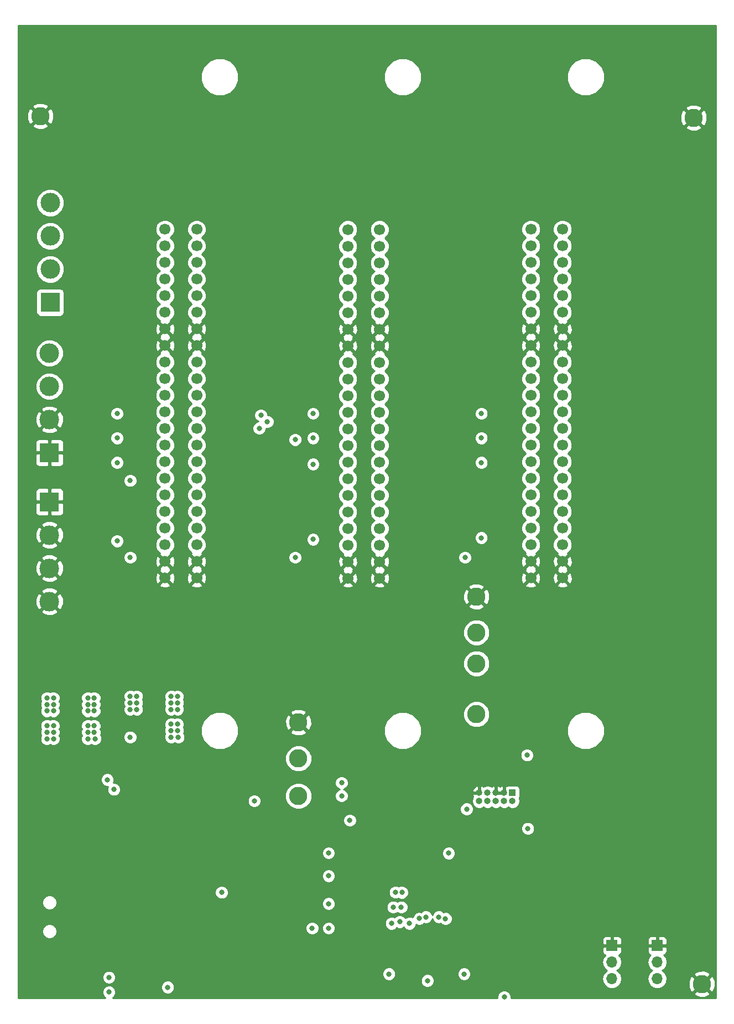
<source format=gbr>
G04 #@! TF.GenerationSoftware,KiCad,Pcbnew,5.0.2-bee76a0~70~ubuntu18.04.1*
G04 #@! TF.CreationDate,2019-09-08T18:43:56-04:00*
G04 #@! TF.ProjectId,Mother Board,4d6f7468-6572-4204-926f-6172642e6b69,rev?*
G04 #@! TF.SameCoordinates,Original*
G04 #@! TF.FileFunction,Copper,L2,Inr*
G04 #@! TF.FilePolarity,Positive*
%FSLAX46Y46*%
G04 Gerber Fmt 4.6, Leading zero omitted, Abs format (unit mm)*
G04 Created by KiCad (PCBNEW 5.0.2-bee76a0~70~ubuntu18.04.1) date Sun 08 Sep 2019 06:43:56 PM EDT*
%MOMM*%
%LPD*%
G01*
G04 APERTURE LIST*
G04 #@! TA.AperFunction,ViaPad*
%ADD10O,1.000000X1.000000*%
G04 #@! TD*
G04 #@! TA.AperFunction,ViaPad*
%ADD11R,1.000000X1.000000*%
G04 #@! TD*
G04 #@! TA.AperFunction,ViaPad*
%ADD12O,1.700000X1.700000*%
G04 #@! TD*
G04 #@! TA.AperFunction,ViaPad*
%ADD13R,1.700000X1.700000*%
G04 #@! TD*
G04 #@! TA.AperFunction,ViaPad*
%ADD14C,1.700000*%
G04 #@! TD*
G04 #@! TA.AperFunction,ViaPad*
%ADD15C,3.000000*%
G04 #@! TD*
G04 #@! TA.AperFunction,ViaPad*
%ADD16R,3.000000X3.000000*%
G04 #@! TD*
G04 #@! TA.AperFunction,ViaPad*
%ADD17C,2.800000*%
G04 #@! TD*
G04 #@! TA.AperFunction,ViaPad*
%ADD18C,0.800000*%
G04 #@! TD*
G04 #@! TA.AperFunction,Conductor*
%ADD19C,0.254000*%
G04 #@! TD*
G04 APERTURE END LIST*
D10*
G04 #@! TO.N,NRST*
G04 #@! TO.C,J3*
X154670000Y-172770000D03*
G04 #@! TO.N,GND*
X154670000Y-171500000D03*
G04 #@! TO.N,Net-(J3-Pad8)*
X155940000Y-172770000D03*
G04 #@! TO.N,Net-(J3-Pad7)*
X155940000Y-171500000D03*
G04 #@! TO.N,SWO*
X157210000Y-172770000D03*
G04 #@! TO.N,GND*
X157210000Y-171500000D03*
G04 #@! TO.N,SWCLK*
X158480000Y-172770000D03*
G04 #@! TO.N,GND*
X158480000Y-171500000D03*
G04 #@! TO.N,SWDIO*
X159750000Y-172770000D03*
D11*
G04 #@! TO.N,+3V3*
X159750000Y-171500000D03*
G04 #@! TD*
D12*
G04 #@! TO.N,+3V3*
G04 #@! TO.C,J5*
X181915000Y-199950001D03*
G04 #@! TO.N,Net-(J5-Pad2)*
X181915000Y-197410001D03*
D13*
G04 #@! TO.N,GND*
X181915000Y-194870001D03*
G04 #@! TD*
D12*
G04 #@! TO.N,+3V3*
G04 #@! TO.C,J6*
X174980001Y-199950001D03*
G04 #@! TO.N,Net-(J6-Pad2)*
X174980001Y-197410001D03*
D13*
G04 #@! TO.N,GND*
X174980001Y-194870001D03*
G04 #@! TD*
D14*
G04 #@! TO.N,GND*
G04 #@! TO.C,CARD0*
X167425700Y-138670000D03*
X167425700Y-136130000D03*
G04 #@! TO.N,CARD0_SENSE_NEG*
X167425700Y-133590000D03*
G04 #@! TO.N,CARD0_GPIO1*
X167425700Y-131050000D03*
G04 #@! TO.N,CARD0_GPIO0*
X167425700Y-128510000D03*
G04 #@! TO.N,CARD0_TIM9_CH1*
X167425700Y-125970000D03*
G04 #@! TO.N,CARD0_TIM2_CH1*
X167425700Y-123430000D03*
G04 #@! TO.N,CARD0_TIM3_CH1*
X167425700Y-120890000D03*
G04 #@! TO.N,CARD0_TIM1_CH1N*
X167425700Y-118350000D03*
G04 #@! TO.N,CARD0_TIM1_CH1*
X167425700Y-115810000D03*
G04 #@! TO.N,CARD0_CS*
X167425700Y-113270000D03*
G04 #@! TO.N,GND*
X162574300Y-138670000D03*
X162574300Y-136130000D03*
G04 #@! TO.N,/CARD0_SENSE_POS*
X162574300Y-133590000D03*
G04 #@! TO.N,USART1_RTS*
X162574300Y-131050000D03*
G04 #@! TO.N,USART1_CTS*
X162574300Y-128510000D03*
G04 #@! TO.N,USART1_RX*
X162574300Y-125970000D03*
G04 #@! TO.N,USART1_TX*
X162574300Y-123430000D03*
G04 #@! TO.N,CARD0_STATUS*
X162574300Y-120890000D03*
G04 #@! TO.N,CARD0_ENABLE*
X162574300Y-118350000D03*
G04 #@! TO.N,/CARD0_ADD2*
X162574300Y-115810000D03*
G04 #@! TO.N,/CARD0_ADD1*
X162574300Y-113270000D03*
G04 #@! TO.N,+24V*
X162574300Y-85330000D03*
X162574300Y-87870000D03*
G04 #@! TO.N,+5V*
X162574300Y-90410000D03*
X162574300Y-92950000D03*
G04 #@! TO.N,+3V3*
X162574300Y-95490000D03*
X162574300Y-98030000D03*
G04 #@! TO.N,GND*
X162574300Y-100570000D03*
X162574300Y-103110000D03*
G04 #@! TO.N,I2C1_SDA*
X162574300Y-105650000D03*
G04 #@! TO.N,I2C1_SCL*
X162574300Y-108190000D03*
G04 #@! TO.N,+24V*
X167425700Y-85330000D03*
X167425700Y-87870000D03*
G04 #@! TO.N,+5V*
X167425700Y-90410000D03*
X167425700Y-92950000D03*
G04 #@! TO.N,+3V3*
X167425700Y-95490000D03*
X167425700Y-98030000D03*
G04 #@! TO.N,GND*
X167425700Y-100570000D03*
X167425700Y-103110000D03*
G04 #@! TO.N,SPI3_SCK*
X167425700Y-105650000D03*
G04 #@! TO.N,SPI3_MISO*
X167425700Y-108190000D03*
G04 #@! TO.N,/CARD0_ADD0*
X162574300Y-110730000D03*
G04 #@! TO.N,SPI3_MOSI*
X167425700Y-110730000D03*
G04 #@! TD*
G04 #@! TO.N,GND*
G04 #@! TO.C,CARD1*
X139425700Y-138700227D03*
X139425700Y-136160227D03*
G04 #@! TO.N,CARD1_SENSE_NEG*
X139425700Y-133620227D03*
G04 #@! TO.N,CARD1_GPIO1*
X139425700Y-131080227D03*
G04 #@! TO.N,CARD1_GPIO0*
X139425700Y-128540227D03*
G04 #@! TO.N,CARD1_TIM9_CH2*
X139425700Y-126000227D03*
G04 #@! TO.N,CARD1_TIM2_CH2*
X139425700Y-123460227D03*
G04 #@! TO.N,CARD1_TIM3_CH2*
X139425700Y-120920227D03*
G04 #@! TO.N,CARD1_TIM1_CH2N*
X139425700Y-118380227D03*
G04 #@! TO.N,CARD1_TIM1_CH2*
X139425700Y-115840227D03*
G04 #@! TO.N,CARD1_CS*
X139425700Y-113300227D03*
G04 #@! TO.N,GND*
X134574300Y-138700227D03*
X134574300Y-136160227D03*
G04 #@! TO.N,/CARD1_SENSE_POS*
X134574300Y-133620227D03*
G04 #@! TO.N,USART2_RTS*
X134574300Y-131080227D03*
G04 #@! TO.N,USART2_CTS*
X134574300Y-128540227D03*
G04 #@! TO.N,USART2_RX*
X134574300Y-126000227D03*
G04 #@! TO.N,USART2_TX*
X134574300Y-123460227D03*
G04 #@! TO.N,CARD1_STATUS*
X134574300Y-120920227D03*
G04 #@! TO.N,CARD1_ENABLE*
X134574300Y-118380227D03*
G04 #@! TO.N,/CARD1_ADD2*
X134574300Y-115840227D03*
G04 #@! TO.N,/CARD1_ADD1*
X134574300Y-113300227D03*
G04 #@! TO.N,+24V*
X134574300Y-85360227D03*
X134574300Y-87900227D03*
G04 #@! TO.N,+5V*
X134574300Y-90440227D03*
X134574300Y-92980227D03*
G04 #@! TO.N,+3V3*
X134574300Y-95520227D03*
X134574300Y-98060227D03*
G04 #@! TO.N,GND*
X134574300Y-100600227D03*
X134574300Y-103140227D03*
G04 #@! TO.N,I2C1_SDA*
X134574300Y-105680227D03*
G04 #@! TO.N,I2C1_SCL*
X134574300Y-108220227D03*
G04 #@! TO.N,+24V*
X139425700Y-85360227D03*
X139425700Y-87900227D03*
G04 #@! TO.N,+5V*
X139425700Y-90440227D03*
X139425700Y-92980227D03*
G04 #@! TO.N,+3V3*
X139425700Y-95520227D03*
X139425700Y-98060227D03*
G04 #@! TO.N,GND*
X139425700Y-100600227D03*
X139425700Y-103140227D03*
G04 #@! TO.N,SPI3_SCK*
X139425700Y-105680227D03*
G04 #@! TO.N,SPI3_MISO*
X139425700Y-108220227D03*
G04 #@! TO.N,/CARD1_ADD0*
X134574300Y-110760227D03*
G04 #@! TO.N,SPI3_MOSI*
X139425700Y-110760227D03*
G04 #@! TD*
G04 #@! TO.N,GND*
G04 #@! TO.C,CARD4*
X111425700Y-138670000D03*
X111425700Y-136130000D03*
G04 #@! TO.N,CARD4_SENSE_NEG*
X111425700Y-133590000D03*
G04 #@! TO.N,CARD4_GPIO1*
X111425700Y-131050000D03*
G04 #@! TO.N,CARD4_GPIO0*
X111425700Y-128510000D03*
G04 #@! TO.N,CARD4_TIM12_CH2*
X111425700Y-125970000D03*
G04 #@! TO.N,CARD4_TIM4_CH1*
X111425700Y-123430000D03*
G04 #@! TO.N,CARD4_TIM5_CH1*
X111425700Y-120890000D03*
G04 #@! TO.N,CARD4_TIM8_CH1N*
X111425700Y-118350000D03*
G04 #@! TO.N,CARD4_TIM8_CH1*
X111425700Y-115810000D03*
G04 #@! TO.N,CARD4_CS*
X111425700Y-113270000D03*
G04 #@! TO.N,GND*
X106574300Y-138670000D03*
X106574300Y-136130000D03*
G04 #@! TO.N,/CARD4_SENSE_POS*
X106574300Y-133590000D03*
G04 #@! TO.N,CARD4_GPIO2*
X106574300Y-131050000D03*
G04 #@! TO.N,CARD4_GPIO3*
X106574300Y-128510000D03*
G04 #@! TO.N,CARD4_GPIO4*
X106574300Y-125970000D03*
G04 #@! TO.N,CARD4_GPIO5*
X106574300Y-123430000D03*
G04 #@! TO.N,CARD4_STATUS*
X106574300Y-120890000D03*
G04 #@! TO.N,CARD4_ENABLE*
X106574300Y-118350000D03*
G04 #@! TO.N,/CARD4_ADD2*
X106574300Y-115810000D03*
G04 #@! TO.N,/CARD4_ADD1*
X106574300Y-113270000D03*
G04 #@! TO.N,+24V*
X106574300Y-85330000D03*
X106574300Y-87870000D03*
G04 #@! TO.N,+5V*
X106574300Y-90410000D03*
X106574300Y-92950000D03*
G04 #@! TO.N,+3V3*
X106574300Y-95490000D03*
X106574300Y-98030000D03*
G04 #@! TO.N,GND*
X106574300Y-100570000D03*
X106574300Y-103110000D03*
G04 #@! TO.N,I2C1_SDA*
X106574300Y-105650000D03*
G04 #@! TO.N,I2C1_SCL*
X106574300Y-108190000D03*
G04 #@! TO.N,+24V*
X111425700Y-85330000D03*
X111425700Y-87870000D03*
G04 #@! TO.N,+5V*
X111425700Y-90410000D03*
X111425700Y-92950000D03*
G04 #@! TO.N,+3V3*
X111425700Y-95490000D03*
X111425700Y-98030000D03*
G04 #@! TO.N,GND*
X111425700Y-100570000D03*
X111425700Y-103110000D03*
G04 #@! TO.N,SPI3_SCK*
X111425700Y-105650000D03*
G04 #@! TO.N,SPI3_MISO*
X111425700Y-108190000D03*
G04 #@! TO.N,/CARD4_ADD0*
X106574300Y-110730000D03*
G04 #@! TO.N,SPI3_MOSI*
X111425700Y-110730000D03*
G04 #@! TD*
D15*
G04 #@! TO.N,3V3_EXT*
G04 #@! TO.C,J4*
X88900000Y-104260000D03*
D16*
G04 #@! TO.N,GND*
X88900000Y-119500000D03*
D15*
G04 #@! TO.N,3V3_EXT*
X88900000Y-109340000D03*
G04 #@! TO.N,GND*
X88900000Y-114420000D03*
G04 #@! TD*
G04 #@! TO.N,GND*
G04 #@! TO.C,J7*
X88900000Y-142240000D03*
D16*
X88900000Y-127000000D03*
D15*
X88900000Y-137160000D03*
X88900000Y-132080000D03*
G04 #@! TD*
G04 #@! TO.N,+24V*
G04 #@! TO.C,J1*
X89000000Y-81260000D03*
D16*
G04 #@! TO.N,5V_EXT*
X89000000Y-96500000D03*
D15*
G04 #@! TO.N,+24V*
X89000000Y-86340000D03*
G04 #@! TO.N,5V_EXT*
X89000000Y-91420000D03*
G04 #@! TD*
D17*
G04 #@! TO.N,I2C1_SDA*
G04 #@! TO.C,I2C1_SDA1*
X127000000Y-172000000D03*
G04 #@! TD*
G04 #@! TO.N,SPI3_SCK*
G04 #@! TO.C,SPI3_SCK1*
X154250000Y-159500000D03*
G04 #@! TD*
G04 #@! TO.N,SPI3_MISO*
G04 #@! TO.C,SPI3_MISO1*
X154250000Y-151750000D03*
G04 #@! TD*
G04 #@! TO.N,SPI3_MOSI*
G04 #@! TO.C,SPI3_MOSI1*
X154250000Y-147000000D03*
G04 #@! TD*
G04 #@! TO.N,GND*
G04 #@! TO.C,GND1*
X87500000Y-68000000D03*
G04 #@! TD*
G04 #@! TO.N,GND*
G04 #@! TO.C,GND2*
X154250000Y-141500000D03*
G04 #@! TD*
G04 #@! TO.N,GND*
G04 #@! TO.C,GND3*
X187500000Y-68250000D03*
G04 #@! TD*
G04 #@! TO.N,GND*
G04 #@! TO.C,GND4*
X127000000Y-160750000D03*
G04 #@! TD*
G04 #@! TO.N,GND*
G04 #@! TO.C,GND5*
X188750000Y-200750000D03*
G04 #@! TD*
G04 #@! TO.N,I2C1_SCL*
G04 #@! TO.C,I2C1_SCL1*
X127000000Y-166250000D03*
G04 #@! TD*
D18*
G04 #@! TO.N,GND*
X86000000Y-188250000D03*
X86000000Y-189750000D03*
X86000000Y-191250000D03*
X86000000Y-192750000D03*
X87250000Y-192750000D03*
X87250000Y-191250000D03*
X87250000Y-189750000D03*
X87250000Y-188250000D03*
X104500000Y-185000000D03*
X106250000Y-196750000D03*
X107250000Y-196750000D03*
X95500000Y-197000000D03*
X131611874Y-190220912D03*
X131611874Y-193970912D03*
X131611874Y-182220912D03*
X131611874Y-178970912D03*
X137111874Y-174720912D03*
X162111874Y-178970912D03*
X154111874Y-199220912D03*
X139361874Y-199220912D03*
X160361874Y-182220912D03*
X129111874Y-193970912D03*
X97589790Y-173275693D03*
X96589790Y-173275693D03*
X97589790Y-172275693D03*
X96589790Y-172275693D03*
X93089790Y-180025693D03*
X103750000Y-155500000D03*
X103899062Y-162479212D03*
X106000000Y-168100000D03*
X109800000Y-168100000D03*
X102800000Y-154100000D03*
X102800000Y-152300000D03*
X90750000Y-155750000D03*
X91250000Y-162250000D03*
X87500000Y-168000000D03*
X93000000Y-168000000D03*
X96750000Y-168250000D03*
X90000000Y-152750000D03*
X90000000Y-154500000D03*
X116750000Y-117250000D03*
X85700010Y-152750000D03*
X97799990Y-154630119D03*
X100500000Y-168250000D03*
X89700010Y-150250000D03*
X101762207Y-196510610D03*
X95500000Y-199000000D03*
X95500000Y-201000000D03*
X103739990Y-196500000D03*
X121750000Y-182500000D03*
X122750000Y-182500000D03*
X123750000Y-182500000D03*
X124750000Y-182500000D03*
X125750000Y-182500000D03*
X121750000Y-190000000D03*
X122750000Y-190000000D03*
X123750000Y-190000000D03*
X124750000Y-190000000D03*
X125750000Y-190000000D03*
X152500000Y-116250000D03*
X152500000Y-120000000D03*
X152500000Y-123750000D03*
X96500000Y-116500000D03*
X96500000Y-120000000D03*
X126500000Y-120500000D03*
X126500000Y-123750000D03*
X154436500Y-201524990D03*
X154750000Y-165250000D03*
X157500000Y-161000000D03*
G04 #@! TO.N,+3V3*
X140861874Y-199220912D03*
X133611874Y-171970912D03*
X131611874Y-188470912D03*
X131611874Y-192220912D03*
X131611874Y-184220912D03*
X131611874Y-180720912D03*
X134861874Y-175720912D03*
X162111874Y-176970912D03*
X152361874Y-199220912D03*
X133611874Y-169970912D03*
X129111874Y-192220912D03*
X107500000Y-157750000D03*
X108500000Y-157750000D03*
X107500000Y-158750000D03*
X108500000Y-158750000D03*
X107500000Y-156750000D03*
X108500000Y-156750000D03*
X101250000Y-158750000D03*
X102250000Y-156750000D03*
X101250000Y-157750000D03*
X102250000Y-158750000D03*
X102250000Y-157750000D03*
X101250000Y-156750000D03*
X121250000Y-113750000D03*
X122250000Y-114750000D03*
X121000000Y-115750000D03*
X115250000Y-186750000D03*
X152500000Y-135500000D03*
X101250000Y-123750000D03*
X101250000Y-135500000D03*
X126500000Y-117500000D03*
X126500000Y-135500000D03*
X162000000Y-165750000D03*
G04 #@! TO.N,+5V*
X94750000Y-159000000D03*
X95750000Y-157000000D03*
X94750000Y-158000000D03*
X95750000Y-159000000D03*
X89500000Y-159000000D03*
X88500000Y-159000000D03*
X88500000Y-158000000D03*
X88500000Y-157000000D03*
X89500000Y-157000000D03*
X89500000Y-158000000D03*
X95750000Y-158000000D03*
X94750000Y-157000000D03*
X107000000Y-201250000D03*
X98000000Y-199750000D03*
X98000000Y-202000000D03*
G04 #@! TO.N,NRST*
X150000000Y-180750000D03*
G04 #@! TO.N,SWCLK*
X152750000Y-174000000D03*
G04 #@! TO.N,Net-(R7-Pad1)*
X146750000Y-200250000D03*
X158500000Y-202750000D03*
G04 #@! TO.N,/CARD0_ADD0*
X155000000Y-113500000D03*
G04 #@! TO.N,/CARD0_ADD1*
X155000000Y-117250000D03*
G04 #@! TO.N,/CARD0_ADD2*
X155000000Y-121000000D03*
G04 #@! TO.N,/CARD1_ADD0*
X129250000Y-113500000D03*
G04 #@! TO.N,/CARD1_ADD1*
X129250000Y-117250000D03*
G04 #@! TO.N,/CARD1_ADD2*
X129250000Y-121250000D03*
G04 #@! TO.N,CARD0_TIM1_CH1*
X149512660Y-190762660D03*
G04 #@! TO.N,CARD0_GPIO1*
X142839287Y-186759049D03*
G04 #@! TO.N,CARD1_GPIO1*
X141500000Y-189000000D03*
G04 #@! TO.N,/CARD4_ADD2*
X99250000Y-121000000D03*
G04 #@! TO.N,/CARD4_ADD1*
X99250000Y-117250000D03*
G04 #@! TO.N,/CARD4_ADD0*
X99250000Y-113500000D03*
G04 #@! TO.N,CARD0_GPIO0*
X141839855Y-186725010D03*
G04 #@! TO.N,CARD0_TIM1_CH1N*
X148500000Y-190500000D03*
G04 #@! TO.N,CARD0_TIM3_CH1*
X144000000Y-191500000D03*
G04 #@! TO.N,/CARD0_SENSE_POS*
X155000000Y-132500000D03*
G04 #@! TO.N,/CARD1_SENSE_POS*
X129250000Y-132750000D03*
G04 #@! TO.N,CARD1_TIM1_CH2*
X146500000Y-190500000D03*
G04 #@! TO.N,CARD1_TIM3_CH2*
X142500000Y-191250000D03*
G04 #@! TO.N,CARD1_TIM1_CH2N*
X145500000Y-190750000D03*
G04 #@! TO.N,CARD1_GPIO0*
X142750000Y-189000000D03*
G04 #@! TO.N,CARD4_TIM8_CH1N*
X141250000Y-191500000D03*
G04 #@! TO.N,CARD4_TIM5_CH1*
X120250000Y-172750000D03*
G04 #@! TO.N,/CARD4_SENSE_POS*
X99250000Y-133000000D03*
G04 #@! TO.N,5V_EXT*
X94750000Y-161250000D03*
X94750000Y-162250000D03*
X95750000Y-162250000D03*
X95850000Y-163250000D03*
X95750000Y-161250000D03*
X94750000Y-163250000D03*
G04 #@! TO.N,3V3_EXT*
X107500000Y-161000000D03*
X108500000Y-161000000D03*
X108500000Y-162000000D03*
X107500000Y-162000000D03*
X108600000Y-163000000D03*
X107500000Y-163000000D03*
G04 #@! TO.N,/USB_VBUS*
X89500000Y-163250000D03*
X89500000Y-162250000D03*
X88500000Y-161250000D03*
X88500000Y-162250000D03*
X89500000Y-161250000D03*
X88500000Y-163250000D03*
G04 #@! TO.N,/3v3_REG_OUT*
X101250000Y-163000000D03*
G04 #@! TO.N,3v3_REG_EN*
X97750000Y-169500000D03*
X98750000Y-171000000D03*
G04 #@! TD*
D19*
G04 #@! TO.N,GND*
G36*
X190873000Y-202873000D02*
X159535000Y-202873000D01*
X159535000Y-202544126D01*
X159389031Y-202191724D01*
X187487882Y-202191724D01*
X187635455Y-202500106D01*
X188390031Y-202793405D01*
X189199409Y-202775614D01*
X189864545Y-202500106D01*
X190012118Y-202191724D01*
X188750000Y-200929605D01*
X187487882Y-202191724D01*
X159389031Y-202191724D01*
X159377431Y-202163720D01*
X159086280Y-201872569D01*
X158705874Y-201715000D01*
X158294126Y-201715000D01*
X157913720Y-201872569D01*
X157622569Y-202163720D01*
X157465000Y-202544126D01*
X157465000Y-202873000D01*
X98590711Y-202873000D01*
X98877431Y-202586280D01*
X99035000Y-202205874D01*
X99035000Y-201794126D01*
X98877431Y-201413720D01*
X98586280Y-201122569D01*
X98396902Y-201044126D01*
X105965000Y-201044126D01*
X105965000Y-201455874D01*
X106122569Y-201836280D01*
X106413720Y-202127431D01*
X106794126Y-202285000D01*
X107205874Y-202285000D01*
X107586280Y-202127431D01*
X107877431Y-201836280D01*
X108035000Y-201455874D01*
X108035000Y-201044126D01*
X107877431Y-200663720D01*
X107586280Y-200372569D01*
X107205874Y-200215000D01*
X106794126Y-200215000D01*
X106413720Y-200372569D01*
X106122569Y-200663720D01*
X105965000Y-201044126D01*
X98396902Y-201044126D01*
X98205874Y-200965000D01*
X97794126Y-200965000D01*
X97413720Y-201122569D01*
X97122569Y-201413720D01*
X96965000Y-201794126D01*
X96965000Y-202205874D01*
X97122569Y-202586280D01*
X97409289Y-202873000D01*
X84127000Y-202873000D01*
X84127000Y-199544126D01*
X96965000Y-199544126D01*
X96965000Y-199955874D01*
X97122569Y-200336280D01*
X97413720Y-200627431D01*
X97794126Y-200785000D01*
X98205874Y-200785000D01*
X98586280Y-200627431D01*
X98877431Y-200336280D01*
X99035000Y-199955874D01*
X99035000Y-199544126D01*
X98877431Y-199163720D01*
X98728749Y-199015038D01*
X139826874Y-199015038D01*
X139826874Y-199426786D01*
X139984443Y-199807192D01*
X140275594Y-200098343D01*
X140656000Y-200255912D01*
X141067748Y-200255912D01*
X141448154Y-200098343D01*
X141502371Y-200044126D01*
X145715000Y-200044126D01*
X145715000Y-200455874D01*
X145872569Y-200836280D01*
X146163720Y-201127431D01*
X146544126Y-201285000D01*
X146955874Y-201285000D01*
X147336280Y-201127431D01*
X147627431Y-200836280D01*
X147785000Y-200455874D01*
X147785000Y-200044126D01*
X147627431Y-199663720D01*
X147336280Y-199372569D01*
X146955874Y-199215000D01*
X146544126Y-199215000D01*
X146163720Y-199372569D01*
X145872569Y-199663720D01*
X145715000Y-200044126D01*
X141502371Y-200044126D01*
X141739305Y-199807192D01*
X141896874Y-199426786D01*
X141896874Y-199015038D01*
X151326874Y-199015038D01*
X151326874Y-199426786D01*
X151484443Y-199807192D01*
X151775594Y-200098343D01*
X152156000Y-200255912D01*
X152567748Y-200255912D01*
X152948154Y-200098343D01*
X153239305Y-199807192D01*
X153396874Y-199426786D01*
X153396874Y-199015038D01*
X153239305Y-198634632D01*
X152948154Y-198343481D01*
X152567748Y-198185912D01*
X152156000Y-198185912D01*
X151775594Y-198343481D01*
X151484443Y-198634632D01*
X151326874Y-199015038D01*
X141896874Y-199015038D01*
X141739305Y-198634632D01*
X141448154Y-198343481D01*
X141067748Y-198185912D01*
X140656000Y-198185912D01*
X140275594Y-198343481D01*
X139984443Y-198634632D01*
X139826874Y-199015038D01*
X98728749Y-199015038D01*
X98586280Y-198872569D01*
X98205874Y-198715000D01*
X97794126Y-198715000D01*
X97413720Y-198872569D01*
X97122569Y-199163720D01*
X96965000Y-199544126D01*
X84127000Y-199544126D01*
X84127000Y-197410001D01*
X173465909Y-197410001D01*
X173581162Y-197989419D01*
X173909376Y-198480626D01*
X174207762Y-198680001D01*
X173909376Y-198879376D01*
X173581162Y-199370583D01*
X173465909Y-199950001D01*
X173581162Y-200529419D01*
X173909376Y-201020626D01*
X174400583Y-201348840D01*
X174833745Y-201435001D01*
X175126257Y-201435001D01*
X175559419Y-201348840D01*
X176050626Y-201020626D01*
X176378840Y-200529419D01*
X176494093Y-199950001D01*
X176378840Y-199370583D01*
X176050626Y-198879376D01*
X175752240Y-198680001D01*
X176050626Y-198480626D01*
X176378840Y-197989419D01*
X176494093Y-197410001D01*
X180400908Y-197410001D01*
X180516161Y-197989419D01*
X180844375Y-198480626D01*
X181142761Y-198680001D01*
X180844375Y-198879376D01*
X180516161Y-199370583D01*
X180400908Y-199950001D01*
X180516161Y-200529419D01*
X180844375Y-201020626D01*
X181335582Y-201348840D01*
X181768744Y-201435001D01*
X182061256Y-201435001D01*
X182494418Y-201348840D01*
X182985625Y-201020626D01*
X183313839Y-200529419D01*
X183341564Y-200390031D01*
X186706595Y-200390031D01*
X186724386Y-201199409D01*
X186999894Y-201864545D01*
X187308276Y-202012118D01*
X188570395Y-200750000D01*
X188929605Y-200750000D01*
X190191724Y-202012118D01*
X190500106Y-201864545D01*
X190793405Y-201109969D01*
X190775614Y-200300591D01*
X190500106Y-199635455D01*
X190191724Y-199487882D01*
X188929605Y-200750000D01*
X188570395Y-200750000D01*
X187308276Y-199487882D01*
X186999894Y-199635455D01*
X186706595Y-200390031D01*
X183341564Y-200390031D01*
X183429092Y-199950001D01*
X183313839Y-199370583D01*
X183272207Y-199308276D01*
X187487882Y-199308276D01*
X188750000Y-200570395D01*
X190012118Y-199308276D01*
X189864545Y-198999894D01*
X189109969Y-198706595D01*
X188300591Y-198724386D01*
X187635455Y-198999894D01*
X187487882Y-199308276D01*
X183272207Y-199308276D01*
X182985625Y-198879376D01*
X182687239Y-198680001D01*
X182985625Y-198480626D01*
X183313839Y-197989419D01*
X183429092Y-197410001D01*
X183313839Y-196830583D01*
X182985625Y-196339376D01*
X182963967Y-196324905D01*
X183124698Y-196258328D01*
X183303327Y-196079700D01*
X183400000Y-195846311D01*
X183400000Y-195155751D01*
X183241250Y-194997001D01*
X182042000Y-194997001D01*
X182042000Y-195017001D01*
X181788000Y-195017001D01*
X181788000Y-194997001D01*
X180588750Y-194997001D01*
X180430000Y-195155751D01*
X180430000Y-195846311D01*
X180526673Y-196079700D01*
X180705302Y-196258328D01*
X180866033Y-196324905D01*
X180844375Y-196339376D01*
X180516161Y-196830583D01*
X180400908Y-197410001D01*
X176494093Y-197410001D01*
X176378840Y-196830583D01*
X176050626Y-196339376D01*
X176028968Y-196324905D01*
X176189699Y-196258328D01*
X176368328Y-196079700D01*
X176465001Y-195846311D01*
X176465001Y-195155751D01*
X176306251Y-194997001D01*
X175107001Y-194997001D01*
X175107001Y-195017001D01*
X174853001Y-195017001D01*
X174853001Y-194997001D01*
X173653751Y-194997001D01*
X173495001Y-195155751D01*
X173495001Y-195846311D01*
X173591674Y-196079700D01*
X173770303Y-196258328D01*
X173931034Y-196324905D01*
X173909376Y-196339376D01*
X173581162Y-196830583D01*
X173465909Y-197410001D01*
X84127000Y-197410001D01*
X84127000Y-193893691D01*
X173495001Y-193893691D01*
X173495001Y-194584251D01*
X173653751Y-194743001D01*
X174853001Y-194743001D01*
X174853001Y-193543751D01*
X175107001Y-193543751D01*
X175107001Y-194743001D01*
X176306251Y-194743001D01*
X176465001Y-194584251D01*
X176465001Y-193893691D01*
X180430000Y-193893691D01*
X180430000Y-194584251D01*
X180588750Y-194743001D01*
X181788000Y-194743001D01*
X181788000Y-193543751D01*
X182042000Y-193543751D01*
X182042000Y-194743001D01*
X183241250Y-194743001D01*
X183400000Y-194584251D01*
X183400000Y-193893691D01*
X183303327Y-193660302D01*
X183124698Y-193481674D01*
X182891309Y-193385001D01*
X182200750Y-193385001D01*
X182042000Y-193543751D01*
X181788000Y-193543751D01*
X181629250Y-193385001D01*
X180938691Y-193385001D01*
X180705302Y-193481674D01*
X180526673Y-193660302D01*
X180430000Y-193893691D01*
X176465001Y-193893691D01*
X176368328Y-193660302D01*
X176189699Y-193481674D01*
X175956310Y-193385001D01*
X175265751Y-193385001D01*
X175107001Y-193543751D01*
X174853001Y-193543751D01*
X174694251Y-193385001D01*
X174003692Y-193385001D01*
X173770303Y-193481674D01*
X173591674Y-193660302D01*
X173495001Y-193893691D01*
X84127000Y-193893691D01*
X84127000Y-192474234D01*
X87765000Y-192474234D01*
X87765000Y-192925766D01*
X87937793Y-193342926D01*
X88257074Y-193662207D01*
X88674234Y-193835000D01*
X89125766Y-193835000D01*
X89542926Y-193662207D01*
X89862207Y-193342926D01*
X90035000Y-192925766D01*
X90035000Y-192474234D01*
X89862207Y-192057074D01*
X89820171Y-192015038D01*
X128076874Y-192015038D01*
X128076874Y-192426786D01*
X128234443Y-192807192D01*
X128525594Y-193098343D01*
X128906000Y-193255912D01*
X129317748Y-193255912D01*
X129698154Y-193098343D01*
X129989305Y-192807192D01*
X130146874Y-192426786D01*
X130146874Y-192015038D01*
X130576874Y-192015038D01*
X130576874Y-192426786D01*
X130734443Y-192807192D01*
X131025594Y-193098343D01*
X131406000Y-193255912D01*
X131817748Y-193255912D01*
X132198154Y-193098343D01*
X132489305Y-192807192D01*
X132646874Y-192426786D01*
X132646874Y-192015038D01*
X132489305Y-191634632D01*
X132198154Y-191343481D01*
X132079001Y-191294126D01*
X140215000Y-191294126D01*
X140215000Y-191705874D01*
X140372569Y-192086280D01*
X140663720Y-192377431D01*
X141044126Y-192535000D01*
X141455874Y-192535000D01*
X141836280Y-192377431D01*
X142035738Y-192177973D01*
X142294126Y-192285000D01*
X142705874Y-192285000D01*
X143086280Y-192127431D01*
X143125000Y-192088711D01*
X143413720Y-192377431D01*
X143794126Y-192535000D01*
X144205874Y-192535000D01*
X144586280Y-192377431D01*
X144877431Y-192086280D01*
X145035000Y-191705874D01*
X145035000Y-191677667D01*
X145294126Y-191785000D01*
X145705874Y-191785000D01*
X146086280Y-191627431D01*
X146212515Y-191501196D01*
X146294126Y-191535000D01*
X146705874Y-191535000D01*
X147086280Y-191377431D01*
X147377431Y-191086280D01*
X147500000Y-190790372D01*
X147622569Y-191086280D01*
X147913720Y-191377431D01*
X148294126Y-191535000D01*
X148705874Y-191535000D01*
X148787485Y-191501196D01*
X148926380Y-191640091D01*
X149306786Y-191797660D01*
X149718534Y-191797660D01*
X150098940Y-191640091D01*
X150390091Y-191348940D01*
X150547660Y-190968534D01*
X150547660Y-190556786D01*
X150390091Y-190176380D01*
X150098940Y-189885229D01*
X149718534Y-189727660D01*
X149306786Y-189727660D01*
X149225175Y-189761464D01*
X149086280Y-189622569D01*
X148705874Y-189465000D01*
X148294126Y-189465000D01*
X147913720Y-189622569D01*
X147622569Y-189913720D01*
X147500000Y-190209628D01*
X147377431Y-189913720D01*
X147086280Y-189622569D01*
X146705874Y-189465000D01*
X146294126Y-189465000D01*
X145913720Y-189622569D01*
X145787485Y-189748804D01*
X145705874Y-189715000D01*
X145294126Y-189715000D01*
X144913720Y-189872569D01*
X144622569Y-190163720D01*
X144465000Y-190544126D01*
X144465000Y-190572333D01*
X144205874Y-190465000D01*
X143794126Y-190465000D01*
X143413720Y-190622569D01*
X143375000Y-190661289D01*
X143086280Y-190372569D01*
X142705874Y-190215000D01*
X142294126Y-190215000D01*
X141913720Y-190372569D01*
X141714262Y-190572027D01*
X141455874Y-190465000D01*
X141044126Y-190465000D01*
X140663720Y-190622569D01*
X140372569Y-190913720D01*
X140215000Y-191294126D01*
X132079001Y-191294126D01*
X131817748Y-191185912D01*
X131406000Y-191185912D01*
X131025594Y-191343481D01*
X130734443Y-191634632D01*
X130576874Y-192015038D01*
X130146874Y-192015038D01*
X129989305Y-191634632D01*
X129698154Y-191343481D01*
X129317748Y-191185912D01*
X128906000Y-191185912D01*
X128525594Y-191343481D01*
X128234443Y-191634632D01*
X128076874Y-192015038D01*
X89820171Y-192015038D01*
X89542926Y-191737793D01*
X89125766Y-191565000D01*
X88674234Y-191565000D01*
X88257074Y-191737793D01*
X87937793Y-192057074D01*
X87765000Y-192474234D01*
X84127000Y-192474234D01*
X84127000Y-188074234D01*
X87765000Y-188074234D01*
X87765000Y-188525766D01*
X87937793Y-188942926D01*
X88257074Y-189262207D01*
X88674234Y-189435000D01*
X89125766Y-189435000D01*
X89542926Y-189262207D01*
X89862207Y-188942926D01*
X90035000Y-188525766D01*
X90035000Y-188265038D01*
X130576874Y-188265038D01*
X130576874Y-188676786D01*
X130734443Y-189057192D01*
X131025594Y-189348343D01*
X131406000Y-189505912D01*
X131817748Y-189505912D01*
X132198154Y-189348343D01*
X132489305Y-189057192D01*
X132598270Y-188794126D01*
X140465000Y-188794126D01*
X140465000Y-189205874D01*
X140622569Y-189586280D01*
X140913720Y-189877431D01*
X141294126Y-190035000D01*
X141705874Y-190035000D01*
X142086280Y-189877431D01*
X142125000Y-189838711D01*
X142163720Y-189877431D01*
X142544126Y-190035000D01*
X142955874Y-190035000D01*
X143336280Y-189877431D01*
X143627431Y-189586280D01*
X143785000Y-189205874D01*
X143785000Y-188794126D01*
X143627431Y-188413720D01*
X143336280Y-188122569D01*
X142955874Y-187965000D01*
X142544126Y-187965000D01*
X142163720Y-188122569D01*
X142125000Y-188161289D01*
X142086280Y-188122569D01*
X141705874Y-187965000D01*
X141294126Y-187965000D01*
X140913720Y-188122569D01*
X140622569Y-188413720D01*
X140465000Y-188794126D01*
X132598270Y-188794126D01*
X132646874Y-188676786D01*
X132646874Y-188265038D01*
X132489305Y-187884632D01*
X132198154Y-187593481D01*
X131817748Y-187435912D01*
X131406000Y-187435912D01*
X131025594Y-187593481D01*
X130734443Y-187884632D01*
X130576874Y-188265038D01*
X90035000Y-188265038D01*
X90035000Y-188074234D01*
X89862207Y-187657074D01*
X89542926Y-187337793D01*
X89125766Y-187165000D01*
X88674234Y-187165000D01*
X88257074Y-187337793D01*
X87937793Y-187657074D01*
X87765000Y-188074234D01*
X84127000Y-188074234D01*
X84127000Y-186544126D01*
X114215000Y-186544126D01*
X114215000Y-186955874D01*
X114372569Y-187336280D01*
X114663720Y-187627431D01*
X115044126Y-187785000D01*
X115455874Y-187785000D01*
X115836280Y-187627431D01*
X116127431Y-187336280D01*
X116285000Y-186955874D01*
X116285000Y-186544126D01*
X116274649Y-186519136D01*
X140804855Y-186519136D01*
X140804855Y-186930884D01*
X140962424Y-187311290D01*
X141253575Y-187602441D01*
X141633981Y-187760010D01*
X142045729Y-187760010D01*
X142298482Y-187655316D01*
X142633413Y-187794049D01*
X143045161Y-187794049D01*
X143425567Y-187636480D01*
X143716718Y-187345329D01*
X143874287Y-186964923D01*
X143874287Y-186553175D01*
X143716718Y-186172769D01*
X143425567Y-185881618D01*
X143045161Y-185724049D01*
X142633413Y-185724049D01*
X142380660Y-185828743D01*
X142045729Y-185690010D01*
X141633981Y-185690010D01*
X141253575Y-185847579D01*
X140962424Y-186138730D01*
X140804855Y-186519136D01*
X116274649Y-186519136D01*
X116127431Y-186163720D01*
X115836280Y-185872569D01*
X115455874Y-185715000D01*
X115044126Y-185715000D01*
X114663720Y-185872569D01*
X114372569Y-186163720D01*
X114215000Y-186544126D01*
X84127000Y-186544126D01*
X84127000Y-184015038D01*
X130576874Y-184015038D01*
X130576874Y-184426786D01*
X130734443Y-184807192D01*
X131025594Y-185098343D01*
X131406000Y-185255912D01*
X131817748Y-185255912D01*
X132198154Y-185098343D01*
X132489305Y-184807192D01*
X132646874Y-184426786D01*
X132646874Y-184015038D01*
X132489305Y-183634632D01*
X132198154Y-183343481D01*
X131817748Y-183185912D01*
X131406000Y-183185912D01*
X131025594Y-183343481D01*
X130734443Y-183634632D01*
X130576874Y-184015038D01*
X84127000Y-184015038D01*
X84127000Y-180515038D01*
X130576874Y-180515038D01*
X130576874Y-180926786D01*
X130734443Y-181307192D01*
X131025594Y-181598343D01*
X131406000Y-181755912D01*
X131817748Y-181755912D01*
X132198154Y-181598343D01*
X132489305Y-181307192D01*
X132646874Y-180926786D01*
X132646874Y-180544126D01*
X148965000Y-180544126D01*
X148965000Y-180955874D01*
X149122569Y-181336280D01*
X149413720Y-181627431D01*
X149794126Y-181785000D01*
X150205874Y-181785000D01*
X150586280Y-181627431D01*
X150877431Y-181336280D01*
X151035000Y-180955874D01*
X151035000Y-180544126D01*
X150877431Y-180163720D01*
X150586280Y-179872569D01*
X150205874Y-179715000D01*
X149794126Y-179715000D01*
X149413720Y-179872569D01*
X149122569Y-180163720D01*
X148965000Y-180544126D01*
X132646874Y-180544126D01*
X132646874Y-180515038D01*
X132489305Y-180134632D01*
X132198154Y-179843481D01*
X131817748Y-179685912D01*
X131406000Y-179685912D01*
X131025594Y-179843481D01*
X130734443Y-180134632D01*
X130576874Y-180515038D01*
X84127000Y-180515038D01*
X84127000Y-176765038D01*
X161076874Y-176765038D01*
X161076874Y-177176786D01*
X161234443Y-177557192D01*
X161525594Y-177848343D01*
X161906000Y-178005912D01*
X162317748Y-178005912D01*
X162698154Y-177848343D01*
X162989305Y-177557192D01*
X163146874Y-177176786D01*
X163146874Y-176765038D01*
X162989305Y-176384632D01*
X162698154Y-176093481D01*
X162317748Y-175935912D01*
X161906000Y-175935912D01*
X161525594Y-176093481D01*
X161234443Y-176384632D01*
X161076874Y-176765038D01*
X84127000Y-176765038D01*
X84127000Y-175515038D01*
X133826874Y-175515038D01*
X133826874Y-175926786D01*
X133984443Y-176307192D01*
X134275594Y-176598343D01*
X134656000Y-176755912D01*
X135067748Y-176755912D01*
X135448154Y-176598343D01*
X135739305Y-176307192D01*
X135896874Y-175926786D01*
X135896874Y-175515038D01*
X135739305Y-175134632D01*
X135448154Y-174843481D01*
X135067748Y-174685912D01*
X134656000Y-174685912D01*
X134275594Y-174843481D01*
X133984443Y-175134632D01*
X133826874Y-175515038D01*
X84127000Y-175515038D01*
X84127000Y-172544126D01*
X119215000Y-172544126D01*
X119215000Y-172955874D01*
X119372569Y-173336280D01*
X119663720Y-173627431D01*
X120044126Y-173785000D01*
X120455874Y-173785000D01*
X120836280Y-173627431D01*
X121127431Y-173336280D01*
X121285000Y-172955874D01*
X121285000Y-172544126D01*
X121127431Y-172163720D01*
X120836280Y-171872569D01*
X120455874Y-171715000D01*
X120044126Y-171715000D01*
X119663720Y-171872569D01*
X119372569Y-172163720D01*
X119215000Y-172544126D01*
X84127000Y-172544126D01*
X84127000Y-169294126D01*
X96715000Y-169294126D01*
X96715000Y-169705874D01*
X96872569Y-170086280D01*
X97163720Y-170377431D01*
X97544126Y-170535000D01*
X97822333Y-170535000D01*
X97715000Y-170794126D01*
X97715000Y-171205874D01*
X97872569Y-171586280D01*
X98163720Y-171877431D01*
X98544126Y-172035000D01*
X98955874Y-172035000D01*
X99336280Y-171877431D01*
X99618498Y-171595213D01*
X124965000Y-171595213D01*
X124965000Y-172404787D01*
X125274810Y-173152735D01*
X125847265Y-173725190D01*
X126595213Y-174035000D01*
X127404787Y-174035000D01*
X127986308Y-173794126D01*
X151715000Y-173794126D01*
X151715000Y-174205874D01*
X151872569Y-174586280D01*
X152163720Y-174877431D01*
X152544126Y-175035000D01*
X152955874Y-175035000D01*
X153336280Y-174877431D01*
X153627431Y-174586280D01*
X153785000Y-174205874D01*
X153785000Y-173794126D01*
X153627431Y-173413720D01*
X153336280Y-173122569D01*
X152955874Y-172965000D01*
X152544126Y-172965000D01*
X152163720Y-173122569D01*
X151872569Y-173413720D01*
X151715000Y-173794126D01*
X127986308Y-173794126D01*
X128152735Y-173725190D01*
X128725190Y-173152735D01*
X129035000Y-172404787D01*
X129035000Y-171595213D01*
X128725190Y-170847265D01*
X128152735Y-170274810D01*
X127404787Y-169965000D01*
X126595213Y-169965000D01*
X125847265Y-170274810D01*
X125274810Y-170847265D01*
X124965000Y-171595213D01*
X99618498Y-171595213D01*
X99627431Y-171586280D01*
X99785000Y-171205874D01*
X99785000Y-170794126D01*
X99627431Y-170413720D01*
X99336280Y-170122569D01*
X98955874Y-169965000D01*
X98677667Y-169965000D01*
X98760493Y-169765038D01*
X132576874Y-169765038D01*
X132576874Y-170176786D01*
X132734443Y-170557192D01*
X133025594Y-170848343D01*
X133321502Y-170970912D01*
X133025594Y-171093481D01*
X132734443Y-171384632D01*
X132576874Y-171765038D01*
X132576874Y-172176786D01*
X132734443Y-172557192D01*
X133025594Y-172848343D01*
X133406000Y-173005912D01*
X133817748Y-173005912D01*
X134198154Y-172848343D01*
X134276497Y-172770000D01*
X153512765Y-172770000D01*
X153600854Y-173212855D01*
X153851711Y-173588289D01*
X154227145Y-173839146D01*
X154558217Y-173905000D01*
X154781783Y-173905000D01*
X155112855Y-173839146D01*
X155305000Y-173710759D01*
X155497145Y-173839146D01*
X155828217Y-173905000D01*
X156051783Y-173905000D01*
X156382855Y-173839146D01*
X156575000Y-173710759D01*
X156767145Y-173839146D01*
X157098217Y-173905000D01*
X157321783Y-173905000D01*
X157652855Y-173839146D01*
X157845000Y-173710759D01*
X158037145Y-173839146D01*
X158368217Y-173905000D01*
X158591783Y-173905000D01*
X158922855Y-173839146D01*
X159115000Y-173710759D01*
X159307145Y-173839146D01*
X159638217Y-173905000D01*
X159861783Y-173905000D01*
X160192855Y-173839146D01*
X160568289Y-173588289D01*
X160819146Y-173212855D01*
X160907235Y-172770000D01*
X160819146Y-172327145D01*
X160807131Y-172309164D01*
X160848157Y-172247765D01*
X160897440Y-172000000D01*
X160897440Y-171000000D01*
X160848157Y-170752235D01*
X160707809Y-170542191D01*
X160497765Y-170401843D01*
X160250000Y-170352560D01*
X159250000Y-170352560D01*
X159002235Y-170401843D01*
X158914183Y-170460678D01*
X158781874Y-170405881D01*
X158607000Y-170532046D01*
X158607000Y-170977678D01*
X158602560Y-171000000D01*
X158602560Y-171637144D01*
X158591783Y-171635000D01*
X158368217Y-171635000D01*
X158353000Y-171638027D01*
X158353000Y-171627000D01*
X157337000Y-171627000D01*
X157337000Y-171638027D01*
X157321783Y-171635000D01*
X157098217Y-171635000D01*
X157083000Y-171638027D01*
X157083000Y-171627000D01*
X157071973Y-171627000D01*
X157097235Y-171500000D01*
X157071973Y-171373000D01*
X157083000Y-171373000D01*
X157083000Y-170532046D01*
X157337000Y-170532046D01*
X157337000Y-171373000D01*
X158353000Y-171373000D01*
X158353000Y-170532046D01*
X158178126Y-170405881D01*
X157919791Y-170512873D01*
X157845000Y-170577489D01*
X157770209Y-170512873D01*
X157511874Y-170405881D01*
X157337000Y-170532046D01*
X157083000Y-170532046D01*
X156908126Y-170405881D01*
X156649791Y-170512873D01*
X156586910Y-170567199D01*
X156382855Y-170430854D01*
X156051783Y-170365000D01*
X155828217Y-170365000D01*
X155497145Y-170430854D01*
X155293090Y-170567199D01*
X155230209Y-170512873D01*
X154971874Y-170405881D01*
X154797000Y-170532046D01*
X154797000Y-171373000D01*
X154808027Y-171373000D01*
X154782765Y-171500000D01*
X154808027Y-171627000D01*
X154797000Y-171627000D01*
X154797000Y-171638027D01*
X154781783Y-171635000D01*
X154558217Y-171635000D01*
X154543000Y-171638027D01*
X154543000Y-171627000D01*
X153700865Y-171627000D01*
X153575868Y-171801877D01*
X153737224Y-172123053D01*
X153600854Y-172327145D01*
X153512765Y-172770000D01*
X134276497Y-172770000D01*
X134489305Y-172557192D01*
X134646874Y-172176786D01*
X134646874Y-171765038D01*
X134489305Y-171384632D01*
X134302796Y-171198123D01*
X153575868Y-171198123D01*
X153700865Y-171373000D01*
X154543000Y-171373000D01*
X154543000Y-170532046D01*
X154368126Y-170405881D01*
X154109791Y-170512873D01*
X153774677Y-170802396D01*
X153575868Y-171198123D01*
X134302796Y-171198123D01*
X134198154Y-171093481D01*
X133902246Y-170970912D01*
X134198154Y-170848343D01*
X134489305Y-170557192D01*
X134646874Y-170176786D01*
X134646874Y-169765038D01*
X134489305Y-169384632D01*
X134198154Y-169093481D01*
X133817748Y-168935912D01*
X133406000Y-168935912D01*
X133025594Y-169093481D01*
X132734443Y-169384632D01*
X132576874Y-169765038D01*
X98760493Y-169765038D01*
X98785000Y-169705874D01*
X98785000Y-169294126D01*
X98627431Y-168913720D01*
X98336280Y-168622569D01*
X97955874Y-168465000D01*
X97544126Y-168465000D01*
X97163720Y-168622569D01*
X96872569Y-168913720D01*
X96715000Y-169294126D01*
X84127000Y-169294126D01*
X84127000Y-165845213D01*
X124965000Y-165845213D01*
X124965000Y-166654787D01*
X125274810Y-167402735D01*
X125847265Y-167975190D01*
X126595213Y-168285000D01*
X127404787Y-168285000D01*
X128152735Y-167975190D01*
X128725190Y-167402735D01*
X129035000Y-166654787D01*
X129035000Y-165845213D01*
X128910286Y-165544126D01*
X160965000Y-165544126D01*
X160965000Y-165955874D01*
X161122569Y-166336280D01*
X161413720Y-166627431D01*
X161794126Y-166785000D01*
X162205874Y-166785000D01*
X162586280Y-166627431D01*
X162877431Y-166336280D01*
X163035000Y-165955874D01*
X163035000Y-165544126D01*
X162877431Y-165163720D01*
X162586280Y-164872569D01*
X162205874Y-164715000D01*
X161794126Y-164715000D01*
X161413720Y-164872569D01*
X161122569Y-165163720D01*
X160965000Y-165544126D01*
X128910286Y-165544126D01*
X128725190Y-165097265D01*
X128152735Y-164524810D01*
X127404787Y-164215000D01*
X126595213Y-164215000D01*
X125847265Y-164524810D01*
X125274810Y-165097265D01*
X124965000Y-165845213D01*
X84127000Y-165845213D01*
X84127000Y-161044126D01*
X87465000Y-161044126D01*
X87465000Y-161455874D01*
X87586831Y-161750000D01*
X87465000Y-162044126D01*
X87465000Y-162455874D01*
X87586831Y-162750000D01*
X87465000Y-163044126D01*
X87465000Y-163455874D01*
X87622569Y-163836280D01*
X87913720Y-164127431D01*
X88294126Y-164285000D01*
X88705874Y-164285000D01*
X89000000Y-164163169D01*
X89294126Y-164285000D01*
X89705874Y-164285000D01*
X90086280Y-164127431D01*
X90377431Y-163836280D01*
X90535000Y-163455874D01*
X90535000Y-163044126D01*
X90413169Y-162750000D01*
X90535000Y-162455874D01*
X90535000Y-162044126D01*
X90413169Y-161750000D01*
X90535000Y-161455874D01*
X90535000Y-161044126D01*
X93715000Y-161044126D01*
X93715000Y-161455874D01*
X93836831Y-161750000D01*
X93715000Y-162044126D01*
X93715000Y-162455874D01*
X93836831Y-162750000D01*
X93715000Y-163044126D01*
X93715000Y-163455874D01*
X93872569Y-163836280D01*
X94163720Y-164127431D01*
X94544126Y-164285000D01*
X94955874Y-164285000D01*
X95300000Y-164142459D01*
X95644126Y-164285000D01*
X96055874Y-164285000D01*
X96436280Y-164127431D01*
X96727431Y-163836280D01*
X96885000Y-163455874D01*
X96885000Y-163044126D01*
X96781447Y-162794126D01*
X100215000Y-162794126D01*
X100215000Y-163205874D01*
X100372569Y-163586280D01*
X100663720Y-163877431D01*
X101044126Y-164035000D01*
X101455874Y-164035000D01*
X101836280Y-163877431D01*
X102127431Y-163586280D01*
X102285000Y-163205874D01*
X102285000Y-162794126D01*
X102127431Y-162413720D01*
X101836280Y-162122569D01*
X101455874Y-161965000D01*
X101044126Y-161965000D01*
X100663720Y-162122569D01*
X100372569Y-162413720D01*
X100215000Y-162794126D01*
X96781447Y-162794126D01*
X96727431Y-162663720D01*
X96707262Y-162643551D01*
X96785000Y-162455874D01*
X96785000Y-162044126D01*
X96663169Y-161750000D01*
X96785000Y-161455874D01*
X96785000Y-161044126D01*
X96681447Y-160794126D01*
X106465000Y-160794126D01*
X106465000Y-161205874D01*
X106586831Y-161500000D01*
X106465000Y-161794126D01*
X106465000Y-162205874D01*
X106586831Y-162500000D01*
X106465000Y-162794126D01*
X106465000Y-163205874D01*
X106622569Y-163586280D01*
X106913720Y-163877431D01*
X107294126Y-164035000D01*
X107705874Y-164035000D01*
X108050000Y-163892459D01*
X108394126Y-164035000D01*
X108805874Y-164035000D01*
X109186280Y-163877431D01*
X109477431Y-163586280D01*
X109635000Y-163205874D01*
X109635000Y-162794126D01*
X109477431Y-162413720D01*
X109457262Y-162393551D01*
X109535000Y-162205874D01*
X109535000Y-161794126D01*
X109413169Y-161500000D01*
X109443763Y-161426138D01*
X112075000Y-161426138D01*
X112075000Y-162573862D01*
X112514216Y-163634221D01*
X113325779Y-164445784D01*
X114386138Y-164885000D01*
X115533862Y-164885000D01*
X116594221Y-164445784D01*
X117405784Y-163634221D01*
X117845000Y-162573862D01*
X117845000Y-162191724D01*
X125737882Y-162191724D01*
X125885455Y-162500106D01*
X126640031Y-162793405D01*
X127449409Y-162775614D01*
X128114545Y-162500106D01*
X128262118Y-162191724D01*
X127000000Y-160929605D01*
X125737882Y-162191724D01*
X117845000Y-162191724D01*
X117845000Y-161426138D01*
X117415830Y-160390031D01*
X124956595Y-160390031D01*
X124974386Y-161199409D01*
X125249894Y-161864545D01*
X125558276Y-162012118D01*
X126820395Y-160750000D01*
X127179605Y-160750000D01*
X128441724Y-162012118D01*
X128750106Y-161864545D01*
X128920512Y-161426138D01*
X140075000Y-161426138D01*
X140075000Y-162573862D01*
X140514216Y-163634221D01*
X141325779Y-164445784D01*
X142386138Y-164885000D01*
X143533862Y-164885000D01*
X144594221Y-164445784D01*
X145405784Y-163634221D01*
X145845000Y-162573862D01*
X145845000Y-161426138D01*
X145405784Y-160365779D01*
X144594221Y-159554216D01*
X143533862Y-159115000D01*
X142386138Y-159115000D01*
X141325779Y-159554216D01*
X140514216Y-160365779D01*
X140075000Y-161426138D01*
X128920512Y-161426138D01*
X129043405Y-161109969D01*
X129025614Y-160300591D01*
X128750106Y-159635455D01*
X128441724Y-159487882D01*
X127179605Y-160750000D01*
X126820395Y-160750000D01*
X125558276Y-159487882D01*
X125249894Y-159635455D01*
X124956595Y-160390031D01*
X117415830Y-160390031D01*
X117405784Y-160365779D01*
X116594221Y-159554216D01*
X116000471Y-159308276D01*
X125737882Y-159308276D01*
X127000000Y-160570395D01*
X128262118Y-159308276D01*
X128160159Y-159095213D01*
X152215000Y-159095213D01*
X152215000Y-159904787D01*
X152524810Y-160652735D01*
X153097265Y-161225190D01*
X153845213Y-161535000D01*
X154654787Y-161535000D01*
X154917603Y-161426138D01*
X168075000Y-161426138D01*
X168075000Y-162573862D01*
X168514216Y-163634221D01*
X169325779Y-164445784D01*
X170386138Y-164885000D01*
X171533862Y-164885000D01*
X172594221Y-164445784D01*
X173405784Y-163634221D01*
X173845000Y-162573862D01*
X173845000Y-161426138D01*
X173405784Y-160365779D01*
X172594221Y-159554216D01*
X171533862Y-159115000D01*
X170386138Y-159115000D01*
X169325779Y-159554216D01*
X168514216Y-160365779D01*
X168075000Y-161426138D01*
X154917603Y-161426138D01*
X155402735Y-161225190D01*
X155975190Y-160652735D01*
X156285000Y-159904787D01*
X156285000Y-159095213D01*
X155975190Y-158347265D01*
X155402735Y-157774810D01*
X154654787Y-157465000D01*
X153845213Y-157465000D01*
X153097265Y-157774810D01*
X152524810Y-158347265D01*
X152215000Y-159095213D01*
X128160159Y-159095213D01*
X128114545Y-158999894D01*
X127359969Y-158706595D01*
X126550591Y-158724386D01*
X125885455Y-158999894D01*
X125737882Y-159308276D01*
X116000471Y-159308276D01*
X115533862Y-159115000D01*
X114386138Y-159115000D01*
X113325779Y-159554216D01*
X112514216Y-160365779D01*
X112075000Y-161426138D01*
X109443763Y-161426138D01*
X109535000Y-161205874D01*
X109535000Y-160794126D01*
X109377431Y-160413720D01*
X109086280Y-160122569D01*
X108705874Y-159965000D01*
X108294126Y-159965000D01*
X108000000Y-160086831D01*
X107705874Y-159965000D01*
X107294126Y-159965000D01*
X106913720Y-160122569D01*
X106622569Y-160413720D01*
X106465000Y-160794126D01*
X96681447Y-160794126D01*
X96627431Y-160663720D01*
X96336280Y-160372569D01*
X95955874Y-160215000D01*
X95544126Y-160215000D01*
X95250000Y-160336831D01*
X94955874Y-160215000D01*
X94544126Y-160215000D01*
X94163720Y-160372569D01*
X93872569Y-160663720D01*
X93715000Y-161044126D01*
X90535000Y-161044126D01*
X90377431Y-160663720D01*
X90086280Y-160372569D01*
X89705874Y-160215000D01*
X89294126Y-160215000D01*
X89000000Y-160336831D01*
X88705874Y-160215000D01*
X88294126Y-160215000D01*
X87913720Y-160372569D01*
X87622569Y-160663720D01*
X87465000Y-161044126D01*
X84127000Y-161044126D01*
X84127000Y-156794126D01*
X87465000Y-156794126D01*
X87465000Y-157205874D01*
X87586831Y-157500000D01*
X87465000Y-157794126D01*
X87465000Y-158205874D01*
X87586831Y-158500000D01*
X87465000Y-158794126D01*
X87465000Y-159205874D01*
X87622569Y-159586280D01*
X87913720Y-159877431D01*
X88294126Y-160035000D01*
X88705874Y-160035000D01*
X89000000Y-159913169D01*
X89294126Y-160035000D01*
X89705874Y-160035000D01*
X90086280Y-159877431D01*
X90377431Y-159586280D01*
X90535000Y-159205874D01*
X90535000Y-158794126D01*
X90413169Y-158500000D01*
X90535000Y-158205874D01*
X90535000Y-157794126D01*
X90413169Y-157500000D01*
X90535000Y-157205874D01*
X90535000Y-156794126D01*
X93715000Y-156794126D01*
X93715000Y-157205874D01*
X93836831Y-157500000D01*
X93715000Y-157794126D01*
X93715000Y-158205874D01*
X93836831Y-158500000D01*
X93715000Y-158794126D01*
X93715000Y-159205874D01*
X93872569Y-159586280D01*
X94163720Y-159877431D01*
X94544126Y-160035000D01*
X94955874Y-160035000D01*
X95250000Y-159913169D01*
X95544126Y-160035000D01*
X95955874Y-160035000D01*
X96336280Y-159877431D01*
X96627431Y-159586280D01*
X96785000Y-159205874D01*
X96785000Y-158794126D01*
X96663169Y-158500000D01*
X96785000Y-158205874D01*
X96785000Y-157794126D01*
X96663169Y-157500000D01*
X96785000Y-157205874D01*
X96785000Y-156794126D01*
X96681447Y-156544126D01*
X100215000Y-156544126D01*
X100215000Y-156955874D01*
X100336831Y-157250000D01*
X100215000Y-157544126D01*
X100215000Y-157955874D01*
X100336831Y-158250000D01*
X100215000Y-158544126D01*
X100215000Y-158955874D01*
X100372569Y-159336280D01*
X100663720Y-159627431D01*
X101044126Y-159785000D01*
X101455874Y-159785000D01*
X101750000Y-159663169D01*
X102044126Y-159785000D01*
X102455874Y-159785000D01*
X102836280Y-159627431D01*
X103127431Y-159336280D01*
X103285000Y-158955874D01*
X103285000Y-158544126D01*
X103163169Y-158250000D01*
X103285000Y-157955874D01*
X103285000Y-157544126D01*
X103163169Y-157250000D01*
X103285000Y-156955874D01*
X103285000Y-156544126D01*
X106465000Y-156544126D01*
X106465000Y-156955874D01*
X106586831Y-157250000D01*
X106465000Y-157544126D01*
X106465000Y-157955874D01*
X106586831Y-158250000D01*
X106465000Y-158544126D01*
X106465000Y-158955874D01*
X106622569Y-159336280D01*
X106913720Y-159627431D01*
X107294126Y-159785000D01*
X107705874Y-159785000D01*
X108000000Y-159663169D01*
X108294126Y-159785000D01*
X108705874Y-159785000D01*
X109086280Y-159627431D01*
X109377431Y-159336280D01*
X109535000Y-158955874D01*
X109535000Y-158544126D01*
X109413169Y-158250000D01*
X109535000Y-157955874D01*
X109535000Y-157544126D01*
X109413169Y-157250000D01*
X109535000Y-156955874D01*
X109535000Y-156544126D01*
X109377431Y-156163720D01*
X109086280Y-155872569D01*
X108705874Y-155715000D01*
X108294126Y-155715000D01*
X108000000Y-155836831D01*
X107705874Y-155715000D01*
X107294126Y-155715000D01*
X106913720Y-155872569D01*
X106622569Y-156163720D01*
X106465000Y-156544126D01*
X103285000Y-156544126D01*
X103127431Y-156163720D01*
X102836280Y-155872569D01*
X102455874Y-155715000D01*
X102044126Y-155715000D01*
X101750000Y-155836831D01*
X101455874Y-155715000D01*
X101044126Y-155715000D01*
X100663720Y-155872569D01*
X100372569Y-156163720D01*
X100215000Y-156544126D01*
X96681447Y-156544126D01*
X96627431Y-156413720D01*
X96336280Y-156122569D01*
X95955874Y-155965000D01*
X95544126Y-155965000D01*
X95250000Y-156086831D01*
X94955874Y-155965000D01*
X94544126Y-155965000D01*
X94163720Y-156122569D01*
X93872569Y-156413720D01*
X93715000Y-156794126D01*
X90535000Y-156794126D01*
X90377431Y-156413720D01*
X90086280Y-156122569D01*
X89705874Y-155965000D01*
X89294126Y-155965000D01*
X89000000Y-156086831D01*
X88705874Y-155965000D01*
X88294126Y-155965000D01*
X87913720Y-156122569D01*
X87622569Y-156413720D01*
X87465000Y-156794126D01*
X84127000Y-156794126D01*
X84127000Y-151345213D01*
X152215000Y-151345213D01*
X152215000Y-152154787D01*
X152524810Y-152902735D01*
X153097265Y-153475190D01*
X153845213Y-153785000D01*
X154654787Y-153785000D01*
X155402735Y-153475190D01*
X155975190Y-152902735D01*
X156285000Y-152154787D01*
X156285000Y-151345213D01*
X155975190Y-150597265D01*
X155402735Y-150024810D01*
X154654787Y-149715000D01*
X153845213Y-149715000D01*
X153097265Y-150024810D01*
X152524810Y-150597265D01*
X152215000Y-151345213D01*
X84127000Y-151345213D01*
X84127000Y-146595213D01*
X152215000Y-146595213D01*
X152215000Y-147404787D01*
X152524810Y-148152735D01*
X153097265Y-148725190D01*
X153845213Y-149035000D01*
X154654787Y-149035000D01*
X155402735Y-148725190D01*
X155975190Y-148152735D01*
X156285000Y-147404787D01*
X156285000Y-146595213D01*
X155975190Y-145847265D01*
X155402735Y-145274810D01*
X154654787Y-144965000D01*
X153845213Y-144965000D01*
X153097265Y-145274810D01*
X152524810Y-145847265D01*
X152215000Y-146595213D01*
X84127000Y-146595213D01*
X84127000Y-143753970D01*
X87565635Y-143753970D01*
X87725418Y-144072739D01*
X88516187Y-144382723D01*
X89365387Y-144366497D01*
X90074582Y-144072739D01*
X90234365Y-143753970D01*
X88900000Y-142419605D01*
X87565635Y-143753970D01*
X84127000Y-143753970D01*
X84127000Y-141856187D01*
X86757277Y-141856187D01*
X86773503Y-142705387D01*
X87067261Y-143414582D01*
X87386030Y-143574365D01*
X88720395Y-142240000D01*
X89079605Y-142240000D01*
X90413970Y-143574365D01*
X90732739Y-143414582D01*
X90918100Y-142941724D01*
X152987882Y-142941724D01*
X153135455Y-143250106D01*
X153890031Y-143543405D01*
X154699409Y-143525614D01*
X155364545Y-143250106D01*
X155512118Y-142941724D01*
X154250000Y-141679605D01*
X152987882Y-142941724D01*
X90918100Y-142941724D01*
X91042723Y-142623813D01*
X91026497Y-141774613D01*
X90763645Y-141140031D01*
X152206595Y-141140031D01*
X152224386Y-141949409D01*
X152499894Y-142614545D01*
X152808276Y-142762118D01*
X154070395Y-141500000D01*
X154429605Y-141500000D01*
X155691724Y-142762118D01*
X156000106Y-142614545D01*
X156293405Y-141859969D01*
X156275614Y-141050591D01*
X156000106Y-140385455D01*
X155691724Y-140237882D01*
X154429605Y-141500000D01*
X154070395Y-141500000D01*
X152808276Y-140237882D01*
X152499894Y-140385455D01*
X152206595Y-141140031D01*
X90763645Y-141140031D01*
X90732739Y-141065418D01*
X90413970Y-140905635D01*
X89079605Y-142240000D01*
X88720395Y-142240000D01*
X87386030Y-140905635D01*
X87067261Y-141065418D01*
X86757277Y-141856187D01*
X84127000Y-141856187D01*
X84127000Y-140726030D01*
X87565635Y-140726030D01*
X88900000Y-142060395D01*
X90234365Y-140726030D01*
X90074582Y-140407261D01*
X89283813Y-140097277D01*
X88434613Y-140113503D01*
X87725418Y-140407261D01*
X87565635Y-140726030D01*
X84127000Y-140726030D01*
X84127000Y-139713958D01*
X105709947Y-139713958D01*
X105790220Y-139965259D01*
X106345579Y-140166718D01*
X106935758Y-140140315D01*
X107358380Y-139965259D01*
X107438653Y-139713958D01*
X110561347Y-139713958D01*
X110641620Y-139965259D01*
X111196979Y-140166718D01*
X111787158Y-140140315D01*
X112209780Y-139965259D01*
X112280397Y-139744185D01*
X133709947Y-139744185D01*
X133790220Y-139995486D01*
X134345579Y-140196945D01*
X134935758Y-140170542D01*
X135358380Y-139995486D01*
X135438653Y-139744185D01*
X138561347Y-139744185D01*
X138641620Y-139995486D01*
X139196979Y-140196945D01*
X139787158Y-140170542D01*
X140058191Y-140058276D01*
X152987882Y-140058276D01*
X154250000Y-141320395D01*
X155512118Y-140058276D01*
X155364545Y-139749894D01*
X155272092Y-139713958D01*
X161709947Y-139713958D01*
X161790220Y-139965259D01*
X162345579Y-140166718D01*
X162935758Y-140140315D01*
X163358380Y-139965259D01*
X163438653Y-139713958D01*
X166561347Y-139713958D01*
X166641620Y-139965259D01*
X167196979Y-140166718D01*
X167787158Y-140140315D01*
X168209780Y-139965259D01*
X168290053Y-139713958D01*
X167425700Y-138849605D01*
X166561347Y-139713958D01*
X163438653Y-139713958D01*
X162574300Y-138849605D01*
X161709947Y-139713958D01*
X155272092Y-139713958D01*
X154609969Y-139456595D01*
X153800591Y-139474386D01*
X153135455Y-139749894D01*
X152987882Y-140058276D01*
X140058191Y-140058276D01*
X140209780Y-139995486D01*
X140290053Y-139744185D01*
X139425700Y-138879832D01*
X138561347Y-139744185D01*
X135438653Y-139744185D01*
X134574300Y-138879832D01*
X133709947Y-139744185D01*
X112280397Y-139744185D01*
X112290053Y-139713958D01*
X111425700Y-138849605D01*
X110561347Y-139713958D01*
X107438653Y-139713958D01*
X106574300Y-138849605D01*
X105709947Y-139713958D01*
X84127000Y-139713958D01*
X84127000Y-138673970D01*
X87565635Y-138673970D01*
X87725418Y-138992739D01*
X88516187Y-139302723D01*
X89365387Y-139286497D01*
X90074582Y-138992739D01*
X90234365Y-138673970D01*
X88900000Y-137339605D01*
X87565635Y-138673970D01*
X84127000Y-138673970D01*
X84127000Y-136776187D01*
X86757277Y-136776187D01*
X86773503Y-137625387D01*
X87067261Y-138334582D01*
X87386030Y-138494365D01*
X88720395Y-137160000D01*
X89079605Y-137160000D01*
X90413970Y-138494365D01*
X90519877Y-138441279D01*
X105077582Y-138441279D01*
X105103985Y-139031458D01*
X105279041Y-139454080D01*
X105530342Y-139534353D01*
X106394695Y-138670000D01*
X106753905Y-138670000D01*
X107618258Y-139534353D01*
X107869559Y-139454080D01*
X108071018Y-138898721D01*
X108050554Y-138441279D01*
X109928982Y-138441279D01*
X109955385Y-139031458D01*
X110130441Y-139454080D01*
X110381742Y-139534353D01*
X111246095Y-138670000D01*
X111605305Y-138670000D01*
X112469658Y-139534353D01*
X112720959Y-139454080D01*
X112922418Y-138898721D01*
X112903306Y-138471506D01*
X133077582Y-138471506D01*
X133103985Y-139061685D01*
X133279041Y-139484307D01*
X133530342Y-139564580D01*
X134394695Y-138700227D01*
X134753905Y-138700227D01*
X135618258Y-139564580D01*
X135869559Y-139484307D01*
X136071018Y-138928948D01*
X136050554Y-138471506D01*
X137928982Y-138471506D01*
X137955385Y-139061685D01*
X138130441Y-139484307D01*
X138381742Y-139564580D01*
X139246095Y-138700227D01*
X139605305Y-138700227D01*
X140469658Y-139564580D01*
X140720959Y-139484307D01*
X140922418Y-138928948D01*
X140900602Y-138441279D01*
X161077582Y-138441279D01*
X161103985Y-139031458D01*
X161279041Y-139454080D01*
X161530342Y-139534353D01*
X162394695Y-138670000D01*
X162753905Y-138670000D01*
X163618258Y-139534353D01*
X163869559Y-139454080D01*
X164071018Y-138898721D01*
X164050554Y-138441279D01*
X165928982Y-138441279D01*
X165955385Y-139031458D01*
X166130441Y-139454080D01*
X166381742Y-139534353D01*
X167246095Y-138670000D01*
X167605305Y-138670000D01*
X168469658Y-139534353D01*
X168720959Y-139454080D01*
X168922418Y-138898721D01*
X168896015Y-138308542D01*
X168720959Y-137885920D01*
X168469658Y-137805647D01*
X167605305Y-138670000D01*
X167246095Y-138670000D01*
X166381742Y-137805647D01*
X166130441Y-137885920D01*
X165928982Y-138441279D01*
X164050554Y-138441279D01*
X164044615Y-138308542D01*
X163869559Y-137885920D01*
X163618258Y-137805647D01*
X162753905Y-138670000D01*
X162394695Y-138670000D01*
X161530342Y-137805647D01*
X161279041Y-137885920D01*
X161077582Y-138441279D01*
X140900602Y-138441279D01*
X140896015Y-138338769D01*
X140720959Y-137916147D01*
X140469658Y-137835874D01*
X139605305Y-138700227D01*
X139246095Y-138700227D01*
X138381742Y-137835874D01*
X138130441Y-137916147D01*
X137928982Y-138471506D01*
X136050554Y-138471506D01*
X136044615Y-138338769D01*
X135869559Y-137916147D01*
X135618258Y-137835874D01*
X134753905Y-138700227D01*
X134394695Y-138700227D01*
X133530342Y-137835874D01*
X133279041Y-137916147D01*
X133077582Y-138471506D01*
X112903306Y-138471506D01*
X112896015Y-138308542D01*
X112720959Y-137885920D01*
X112469658Y-137805647D01*
X111605305Y-138670000D01*
X111246095Y-138670000D01*
X110381742Y-137805647D01*
X110130441Y-137885920D01*
X109928982Y-138441279D01*
X108050554Y-138441279D01*
X108044615Y-138308542D01*
X107869559Y-137885920D01*
X107618258Y-137805647D01*
X106753905Y-138670000D01*
X106394695Y-138670000D01*
X105530342Y-137805647D01*
X105279041Y-137885920D01*
X105077582Y-138441279D01*
X90519877Y-138441279D01*
X90732739Y-138334582D01*
X91042723Y-137543813D01*
X91035657Y-137173958D01*
X105709947Y-137173958D01*
X105782152Y-137400000D01*
X105709947Y-137626042D01*
X106574300Y-138490395D01*
X107438653Y-137626042D01*
X107366448Y-137400000D01*
X107438653Y-137173958D01*
X110561347Y-137173958D01*
X110633552Y-137400000D01*
X110561347Y-137626042D01*
X111425700Y-138490395D01*
X112290053Y-137626042D01*
X112217848Y-137400000D01*
X112280397Y-137204185D01*
X133709947Y-137204185D01*
X133782152Y-137430227D01*
X133709947Y-137656269D01*
X134574300Y-138520622D01*
X135438653Y-137656269D01*
X135366448Y-137430227D01*
X135438653Y-137204185D01*
X138561347Y-137204185D01*
X138633552Y-137430227D01*
X138561347Y-137656269D01*
X139425700Y-138520622D01*
X140290053Y-137656269D01*
X140217848Y-137430227D01*
X140290053Y-137204185D01*
X140259826Y-137173958D01*
X161709947Y-137173958D01*
X161782152Y-137400000D01*
X161709947Y-137626042D01*
X162574300Y-138490395D01*
X163438653Y-137626042D01*
X163366448Y-137400000D01*
X163438653Y-137173958D01*
X166561347Y-137173958D01*
X166633552Y-137400000D01*
X166561347Y-137626042D01*
X167425700Y-138490395D01*
X168290053Y-137626042D01*
X168217848Y-137400000D01*
X168290053Y-137173958D01*
X167425700Y-136309605D01*
X166561347Y-137173958D01*
X163438653Y-137173958D01*
X162574300Y-136309605D01*
X161709947Y-137173958D01*
X140259826Y-137173958D01*
X139425700Y-136339832D01*
X138561347Y-137204185D01*
X135438653Y-137204185D01*
X134574300Y-136339832D01*
X133709947Y-137204185D01*
X112280397Y-137204185D01*
X112290053Y-137173958D01*
X111425700Y-136309605D01*
X110561347Y-137173958D01*
X107438653Y-137173958D01*
X106574300Y-136309605D01*
X105709947Y-137173958D01*
X91035657Y-137173958D01*
X91026497Y-136694613D01*
X90732739Y-135985418D01*
X90413970Y-135825635D01*
X89079605Y-137160000D01*
X88720395Y-137160000D01*
X87386030Y-135825635D01*
X87067261Y-135985418D01*
X86757277Y-136776187D01*
X84127000Y-136776187D01*
X84127000Y-135646030D01*
X87565635Y-135646030D01*
X88900000Y-136980395D01*
X90234365Y-135646030D01*
X90074582Y-135327261D01*
X89990055Y-135294126D01*
X100215000Y-135294126D01*
X100215000Y-135705874D01*
X100372569Y-136086280D01*
X100663720Y-136377431D01*
X101044126Y-136535000D01*
X101455874Y-136535000D01*
X101836280Y-136377431D01*
X102127431Y-136086280D01*
X102204060Y-135901279D01*
X105077582Y-135901279D01*
X105103985Y-136491458D01*
X105279041Y-136914080D01*
X105530342Y-136994353D01*
X106394695Y-136130000D01*
X106753905Y-136130000D01*
X107618258Y-136994353D01*
X107869559Y-136914080D01*
X108071018Y-136358721D01*
X108050554Y-135901279D01*
X109928982Y-135901279D01*
X109955385Y-136491458D01*
X110130441Y-136914080D01*
X110381742Y-136994353D01*
X111246095Y-136130000D01*
X111605305Y-136130000D01*
X112469658Y-136994353D01*
X112720959Y-136914080D01*
X112922418Y-136358721D01*
X112896015Y-135768542D01*
X112720959Y-135345920D01*
X112558814Y-135294126D01*
X125465000Y-135294126D01*
X125465000Y-135705874D01*
X125622569Y-136086280D01*
X125913720Y-136377431D01*
X126294126Y-136535000D01*
X126705874Y-136535000D01*
X127086280Y-136377431D01*
X127377431Y-136086280D01*
X127441540Y-135931506D01*
X133077582Y-135931506D01*
X133103985Y-136521685D01*
X133279041Y-136944307D01*
X133530342Y-137024580D01*
X134394695Y-136160227D01*
X134753905Y-136160227D01*
X135618258Y-137024580D01*
X135869559Y-136944307D01*
X136071018Y-136388948D01*
X136050554Y-135931506D01*
X137928982Y-135931506D01*
X137955385Y-136521685D01*
X138130441Y-136944307D01*
X138381742Y-137024580D01*
X139246095Y-136160227D01*
X139605305Y-136160227D01*
X140469658Y-137024580D01*
X140720959Y-136944307D01*
X140922418Y-136388948D01*
X140896015Y-135798769D01*
X140720959Y-135376147D01*
X140469658Y-135295874D01*
X139605305Y-136160227D01*
X139246095Y-136160227D01*
X138381742Y-135295874D01*
X138130441Y-135376147D01*
X137928982Y-135931506D01*
X136050554Y-135931506D01*
X136044615Y-135798769D01*
X135869559Y-135376147D01*
X135618258Y-135295874D01*
X134753905Y-136160227D01*
X134394695Y-136160227D01*
X133530342Y-135295874D01*
X133279041Y-135376147D01*
X133077582Y-135931506D01*
X127441540Y-135931506D01*
X127535000Y-135705874D01*
X127535000Y-135294126D01*
X127377431Y-134913720D01*
X127086280Y-134622569D01*
X126705874Y-134465000D01*
X126294126Y-134465000D01*
X125913720Y-134622569D01*
X125622569Y-134913720D01*
X125465000Y-135294126D01*
X112558814Y-135294126D01*
X112469658Y-135265647D01*
X111605305Y-136130000D01*
X111246095Y-136130000D01*
X110381742Y-135265647D01*
X110130441Y-135345920D01*
X109928982Y-135901279D01*
X108050554Y-135901279D01*
X108044615Y-135768542D01*
X107869559Y-135345920D01*
X107618258Y-135265647D01*
X106753905Y-136130000D01*
X106394695Y-136130000D01*
X105530342Y-135265647D01*
X105279041Y-135345920D01*
X105077582Y-135901279D01*
X102204060Y-135901279D01*
X102285000Y-135705874D01*
X102285000Y-135294126D01*
X102127431Y-134913720D01*
X101836280Y-134622569D01*
X101455874Y-134465000D01*
X101044126Y-134465000D01*
X100663720Y-134622569D01*
X100372569Y-134913720D01*
X100215000Y-135294126D01*
X89990055Y-135294126D01*
X89283813Y-135017277D01*
X88434613Y-135033503D01*
X87725418Y-135327261D01*
X87565635Y-135646030D01*
X84127000Y-135646030D01*
X84127000Y-133593970D01*
X87565635Y-133593970D01*
X87725418Y-133912739D01*
X88516187Y-134222723D01*
X89365387Y-134206497D01*
X90074582Y-133912739D01*
X90234365Y-133593970D01*
X88900000Y-132259605D01*
X87565635Y-133593970D01*
X84127000Y-133593970D01*
X84127000Y-131696187D01*
X86757277Y-131696187D01*
X86773503Y-132545387D01*
X87067261Y-133254582D01*
X87386030Y-133414365D01*
X88720395Y-132080000D01*
X89079605Y-132080000D01*
X90413970Y-133414365D01*
X90732739Y-133254582D01*
X90913239Y-132794126D01*
X98215000Y-132794126D01*
X98215000Y-133205874D01*
X98372569Y-133586280D01*
X98663720Y-133877431D01*
X99044126Y-134035000D01*
X99455874Y-134035000D01*
X99836280Y-133877431D01*
X100127431Y-133586280D01*
X100285000Y-133205874D01*
X100285000Y-132794126D01*
X100127431Y-132413720D01*
X99836280Y-132122569D01*
X99455874Y-131965000D01*
X99044126Y-131965000D01*
X98663720Y-132122569D01*
X98372569Y-132413720D01*
X98215000Y-132794126D01*
X90913239Y-132794126D01*
X91042723Y-132463813D01*
X91026497Y-131614613D01*
X90732739Y-130905418D01*
X90413970Y-130745635D01*
X89079605Y-132080000D01*
X88720395Y-132080000D01*
X87386030Y-130745635D01*
X87067261Y-130905418D01*
X86757277Y-131696187D01*
X84127000Y-131696187D01*
X84127000Y-130566030D01*
X87565635Y-130566030D01*
X88900000Y-131900395D01*
X90234365Y-130566030D01*
X90074582Y-130247261D01*
X89283813Y-129937277D01*
X88434613Y-129953503D01*
X87725418Y-130247261D01*
X87565635Y-130566030D01*
X84127000Y-130566030D01*
X84127000Y-127285750D01*
X86765000Y-127285750D01*
X86765000Y-128626309D01*
X86861673Y-128859698D01*
X87040301Y-129038327D01*
X87273690Y-129135000D01*
X88614250Y-129135000D01*
X88773000Y-128976250D01*
X88773000Y-127127000D01*
X89027000Y-127127000D01*
X89027000Y-128976250D01*
X89185750Y-129135000D01*
X90526310Y-129135000D01*
X90759699Y-129038327D01*
X90938327Y-128859698D01*
X91035000Y-128626309D01*
X91035000Y-127285750D01*
X90876250Y-127127000D01*
X89027000Y-127127000D01*
X88773000Y-127127000D01*
X86923750Y-127127000D01*
X86765000Y-127285750D01*
X84127000Y-127285750D01*
X84127000Y-125373691D01*
X86765000Y-125373691D01*
X86765000Y-126714250D01*
X86923750Y-126873000D01*
X88773000Y-126873000D01*
X88773000Y-125023750D01*
X89027000Y-125023750D01*
X89027000Y-126873000D01*
X90876250Y-126873000D01*
X91035000Y-126714250D01*
X91035000Y-125373691D01*
X90938327Y-125140302D01*
X90759699Y-124961673D01*
X90526310Y-124865000D01*
X89185750Y-124865000D01*
X89027000Y-125023750D01*
X88773000Y-125023750D01*
X88614250Y-124865000D01*
X87273690Y-124865000D01*
X87040301Y-124961673D01*
X86861673Y-125140302D01*
X86765000Y-125373691D01*
X84127000Y-125373691D01*
X84127000Y-123544126D01*
X100215000Y-123544126D01*
X100215000Y-123955874D01*
X100372569Y-124336280D01*
X100663720Y-124627431D01*
X101044126Y-124785000D01*
X101455874Y-124785000D01*
X101836280Y-124627431D01*
X102127431Y-124336280D01*
X102285000Y-123955874D01*
X102285000Y-123544126D01*
X102127431Y-123163720D01*
X101836280Y-122872569D01*
X101455874Y-122715000D01*
X101044126Y-122715000D01*
X100663720Y-122872569D01*
X100372569Y-123163720D01*
X100215000Y-123544126D01*
X84127000Y-123544126D01*
X84127000Y-119785750D01*
X86765000Y-119785750D01*
X86765000Y-121126309D01*
X86861673Y-121359698D01*
X87040301Y-121538327D01*
X87273690Y-121635000D01*
X88614250Y-121635000D01*
X88773000Y-121476250D01*
X88773000Y-119627000D01*
X89027000Y-119627000D01*
X89027000Y-121476250D01*
X89185750Y-121635000D01*
X90526310Y-121635000D01*
X90759699Y-121538327D01*
X90938327Y-121359698D01*
X91035000Y-121126309D01*
X91035000Y-120794126D01*
X98215000Y-120794126D01*
X98215000Y-121205874D01*
X98372569Y-121586280D01*
X98663720Y-121877431D01*
X99044126Y-122035000D01*
X99455874Y-122035000D01*
X99836280Y-121877431D01*
X100127431Y-121586280D01*
X100285000Y-121205874D01*
X100285000Y-120794126D01*
X100127431Y-120413720D01*
X99836280Y-120122569D01*
X99455874Y-119965000D01*
X99044126Y-119965000D01*
X98663720Y-120122569D01*
X98372569Y-120413720D01*
X98215000Y-120794126D01*
X91035000Y-120794126D01*
X91035000Y-119785750D01*
X90876250Y-119627000D01*
X89027000Y-119627000D01*
X88773000Y-119627000D01*
X86923750Y-119627000D01*
X86765000Y-119785750D01*
X84127000Y-119785750D01*
X84127000Y-117873691D01*
X86765000Y-117873691D01*
X86765000Y-119214250D01*
X86923750Y-119373000D01*
X88773000Y-119373000D01*
X88773000Y-117523750D01*
X89027000Y-117523750D01*
X89027000Y-119373000D01*
X90876250Y-119373000D01*
X91035000Y-119214250D01*
X91035000Y-117873691D01*
X90938327Y-117640302D01*
X90759699Y-117461673D01*
X90526310Y-117365000D01*
X89185750Y-117365000D01*
X89027000Y-117523750D01*
X88773000Y-117523750D01*
X88614250Y-117365000D01*
X87273690Y-117365000D01*
X87040301Y-117461673D01*
X86861673Y-117640302D01*
X86765000Y-117873691D01*
X84127000Y-117873691D01*
X84127000Y-117044126D01*
X98215000Y-117044126D01*
X98215000Y-117455874D01*
X98372569Y-117836280D01*
X98663720Y-118127431D01*
X99044126Y-118285000D01*
X99455874Y-118285000D01*
X99836280Y-118127431D01*
X100127431Y-117836280D01*
X100285000Y-117455874D01*
X100285000Y-117044126D01*
X100127431Y-116663720D01*
X99836280Y-116372569D01*
X99455874Y-116215000D01*
X99044126Y-116215000D01*
X98663720Y-116372569D01*
X98372569Y-116663720D01*
X98215000Y-117044126D01*
X84127000Y-117044126D01*
X84127000Y-115933970D01*
X87565635Y-115933970D01*
X87725418Y-116252739D01*
X88516187Y-116562723D01*
X89365387Y-116546497D01*
X90074582Y-116252739D01*
X90234365Y-115933970D01*
X88900000Y-114599605D01*
X87565635Y-115933970D01*
X84127000Y-115933970D01*
X84127000Y-114036187D01*
X86757277Y-114036187D01*
X86773503Y-114885387D01*
X87067261Y-115594582D01*
X87386030Y-115754365D01*
X88720395Y-114420000D01*
X89079605Y-114420000D01*
X90413970Y-115754365D01*
X90732739Y-115594582D01*
X91042723Y-114803813D01*
X91026497Y-113954613D01*
X90752915Y-113294126D01*
X98215000Y-113294126D01*
X98215000Y-113705874D01*
X98372569Y-114086280D01*
X98663720Y-114377431D01*
X99044126Y-114535000D01*
X99455874Y-114535000D01*
X99836280Y-114377431D01*
X100127431Y-114086280D01*
X100285000Y-113705874D01*
X100285000Y-113294126D01*
X100127431Y-112913720D01*
X99836280Y-112622569D01*
X99455874Y-112465000D01*
X99044126Y-112465000D01*
X98663720Y-112622569D01*
X98372569Y-112913720D01*
X98215000Y-113294126D01*
X90752915Y-113294126D01*
X90732739Y-113245418D01*
X90413970Y-113085635D01*
X89079605Y-114420000D01*
X88720395Y-114420000D01*
X87386030Y-113085635D01*
X87067261Y-113245418D01*
X86757277Y-114036187D01*
X84127000Y-114036187D01*
X84127000Y-112906030D01*
X87565635Y-112906030D01*
X88900000Y-114240395D01*
X90234365Y-112906030D01*
X90074582Y-112587261D01*
X89283813Y-112277277D01*
X88434613Y-112293503D01*
X87725418Y-112587261D01*
X87565635Y-112906030D01*
X84127000Y-112906030D01*
X84127000Y-108915322D01*
X86765000Y-108915322D01*
X86765000Y-109764678D01*
X87090034Y-110549380D01*
X87690620Y-111149966D01*
X88475322Y-111475000D01*
X89324678Y-111475000D01*
X90109380Y-111149966D01*
X90709966Y-110549380D01*
X91035000Y-109764678D01*
X91035000Y-108915322D01*
X90709966Y-108130620D01*
X90109380Y-107530034D01*
X89324678Y-107205000D01*
X88475322Y-107205000D01*
X87690620Y-107530034D01*
X87090034Y-108130620D01*
X86765000Y-108915322D01*
X84127000Y-108915322D01*
X84127000Y-103835322D01*
X86765000Y-103835322D01*
X86765000Y-104684678D01*
X87090034Y-105469380D01*
X87690620Y-106069966D01*
X88475322Y-106395000D01*
X89324678Y-106395000D01*
X90109380Y-106069966D01*
X90709966Y-105469380D01*
X90757503Y-105354615D01*
X105089300Y-105354615D01*
X105089300Y-105945385D01*
X105315378Y-106491185D01*
X105733115Y-106908922D01*
X105759860Y-106920000D01*
X105733115Y-106931078D01*
X105315378Y-107348815D01*
X105089300Y-107894615D01*
X105089300Y-108485385D01*
X105315378Y-109031185D01*
X105733115Y-109448922D01*
X105759860Y-109460000D01*
X105733115Y-109471078D01*
X105315378Y-109888815D01*
X105089300Y-110434615D01*
X105089300Y-111025385D01*
X105315378Y-111571185D01*
X105733115Y-111988922D01*
X105759860Y-112000000D01*
X105733115Y-112011078D01*
X105315378Y-112428815D01*
X105089300Y-112974615D01*
X105089300Y-113565385D01*
X105315378Y-114111185D01*
X105733115Y-114528922D01*
X105759860Y-114540000D01*
X105733115Y-114551078D01*
X105315378Y-114968815D01*
X105089300Y-115514615D01*
X105089300Y-116105385D01*
X105315378Y-116651185D01*
X105733115Y-117068922D01*
X105759860Y-117080000D01*
X105733115Y-117091078D01*
X105315378Y-117508815D01*
X105089300Y-118054615D01*
X105089300Y-118645385D01*
X105315378Y-119191185D01*
X105733115Y-119608922D01*
X105759860Y-119620000D01*
X105733115Y-119631078D01*
X105315378Y-120048815D01*
X105089300Y-120594615D01*
X105089300Y-121185385D01*
X105315378Y-121731185D01*
X105733115Y-122148922D01*
X105759860Y-122160000D01*
X105733115Y-122171078D01*
X105315378Y-122588815D01*
X105089300Y-123134615D01*
X105089300Y-123725385D01*
X105315378Y-124271185D01*
X105733115Y-124688922D01*
X105759860Y-124700000D01*
X105733115Y-124711078D01*
X105315378Y-125128815D01*
X105089300Y-125674615D01*
X105089300Y-126265385D01*
X105315378Y-126811185D01*
X105733115Y-127228922D01*
X105759860Y-127240000D01*
X105733115Y-127251078D01*
X105315378Y-127668815D01*
X105089300Y-128214615D01*
X105089300Y-128805385D01*
X105315378Y-129351185D01*
X105733115Y-129768922D01*
X105759860Y-129780000D01*
X105733115Y-129791078D01*
X105315378Y-130208815D01*
X105089300Y-130754615D01*
X105089300Y-131345385D01*
X105315378Y-131891185D01*
X105733115Y-132308922D01*
X105759860Y-132320000D01*
X105733115Y-132331078D01*
X105315378Y-132748815D01*
X105089300Y-133294615D01*
X105089300Y-133885385D01*
X105315378Y-134431185D01*
X105733115Y-134848922D01*
X105779547Y-134868155D01*
X105709947Y-135086042D01*
X106574300Y-135950395D01*
X107438653Y-135086042D01*
X107369053Y-134868155D01*
X107415485Y-134848922D01*
X107833222Y-134431185D01*
X108059300Y-133885385D01*
X108059300Y-133294615D01*
X107833222Y-132748815D01*
X107415485Y-132331078D01*
X107388740Y-132320000D01*
X107415485Y-132308922D01*
X107833222Y-131891185D01*
X108059300Y-131345385D01*
X108059300Y-130754615D01*
X107833222Y-130208815D01*
X107415485Y-129791078D01*
X107388740Y-129780000D01*
X107415485Y-129768922D01*
X107833222Y-129351185D01*
X108059300Y-128805385D01*
X108059300Y-128214615D01*
X107833222Y-127668815D01*
X107415485Y-127251078D01*
X107388740Y-127240000D01*
X107415485Y-127228922D01*
X107833222Y-126811185D01*
X108059300Y-126265385D01*
X108059300Y-125674615D01*
X107833222Y-125128815D01*
X107415485Y-124711078D01*
X107388740Y-124700000D01*
X107415485Y-124688922D01*
X107833222Y-124271185D01*
X108059300Y-123725385D01*
X108059300Y-123134615D01*
X107833222Y-122588815D01*
X107415485Y-122171078D01*
X107388740Y-122160000D01*
X107415485Y-122148922D01*
X107833222Y-121731185D01*
X108059300Y-121185385D01*
X108059300Y-120594615D01*
X107833222Y-120048815D01*
X107415485Y-119631078D01*
X107388740Y-119620000D01*
X107415485Y-119608922D01*
X107833222Y-119191185D01*
X108059300Y-118645385D01*
X108059300Y-118054615D01*
X107833222Y-117508815D01*
X107415485Y-117091078D01*
X107388740Y-117080000D01*
X107415485Y-117068922D01*
X107833222Y-116651185D01*
X108059300Y-116105385D01*
X108059300Y-115514615D01*
X107833222Y-114968815D01*
X107415485Y-114551078D01*
X107388740Y-114540000D01*
X107415485Y-114528922D01*
X107833222Y-114111185D01*
X108059300Y-113565385D01*
X108059300Y-112974615D01*
X107833222Y-112428815D01*
X107415485Y-112011078D01*
X107388740Y-112000000D01*
X107415485Y-111988922D01*
X107833222Y-111571185D01*
X108059300Y-111025385D01*
X108059300Y-110434615D01*
X107833222Y-109888815D01*
X107415485Y-109471078D01*
X107388740Y-109460000D01*
X107415485Y-109448922D01*
X107833222Y-109031185D01*
X108059300Y-108485385D01*
X108059300Y-107894615D01*
X107833222Y-107348815D01*
X107415485Y-106931078D01*
X107388740Y-106920000D01*
X107415485Y-106908922D01*
X107833222Y-106491185D01*
X108059300Y-105945385D01*
X108059300Y-105354615D01*
X109940700Y-105354615D01*
X109940700Y-105945385D01*
X110166778Y-106491185D01*
X110584515Y-106908922D01*
X110611260Y-106920000D01*
X110584515Y-106931078D01*
X110166778Y-107348815D01*
X109940700Y-107894615D01*
X109940700Y-108485385D01*
X110166778Y-109031185D01*
X110584515Y-109448922D01*
X110611260Y-109460000D01*
X110584515Y-109471078D01*
X110166778Y-109888815D01*
X109940700Y-110434615D01*
X109940700Y-111025385D01*
X110166778Y-111571185D01*
X110584515Y-111988922D01*
X110611260Y-112000000D01*
X110584515Y-112011078D01*
X110166778Y-112428815D01*
X109940700Y-112974615D01*
X109940700Y-113565385D01*
X110166778Y-114111185D01*
X110584515Y-114528922D01*
X110611260Y-114540000D01*
X110584515Y-114551078D01*
X110166778Y-114968815D01*
X109940700Y-115514615D01*
X109940700Y-116105385D01*
X110166778Y-116651185D01*
X110584515Y-117068922D01*
X110611260Y-117080000D01*
X110584515Y-117091078D01*
X110166778Y-117508815D01*
X109940700Y-118054615D01*
X109940700Y-118645385D01*
X110166778Y-119191185D01*
X110584515Y-119608922D01*
X110611260Y-119620000D01*
X110584515Y-119631078D01*
X110166778Y-120048815D01*
X109940700Y-120594615D01*
X109940700Y-121185385D01*
X110166778Y-121731185D01*
X110584515Y-122148922D01*
X110611260Y-122160000D01*
X110584515Y-122171078D01*
X110166778Y-122588815D01*
X109940700Y-123134615D01*
X109940700Y-123725385D01*
X110166778Y-124271185D01*
X110584515Y-124688922D01*
X110611260Y-124700000D01*
X110584515Y-124711078D01*
X110166778Y-125128815D01*
X109940700Y-125674615D01*
X109940700Y-126265385D01*
X110166778Y-126811185D01*
X110584515Y-127228922D01*
X110611260Y-127240000D01*
X110584515Y-127251078D01*
X110166778Y-127668815D01*
X109940700Y-128214615D01*
X109940700Y-128805385D01*
X110166778Y-129351185D01*
X110584515Y-129768922D01*
X110611260Y-129780000D01*
X110584515Y-129791078D01*
X110166778Y-130208815D01*
X109940700Y-130754615D01*
X109940700Y-131345385D01*
X110166778Y-131891185D01*
X110584515Y-132308922D01*
X110611260Y-132320000D01*
X110584515Y-132331078D01*
X110166778Y-132748815D01*
X109940700Y-133294615D01*
X109940700Y-133885385D01*
X110166778Y-134431185D01*
X110584515Y-134848922D01*
X110630947Y-134868155D01*
X110561347Y-135086042D01*
X111425700Y-135950395D01*
X112290053Y-135086042D01*
X112220453Y-134868155D01*
X112266885Y-134848922D01*
X112684622Y-134431185D01*
X112910700Y-133885385D01*
X112910700Y-133294615D01*
X112684622Y-132748815D01*
X112479933Y-132544126D01*
X128215000Y-132544126D01*
X128215000Y-132955874D01*
X128372569Y-133336280D01*
X128663720Y-133627431D01*
X129044126Y-133785000D01*
X129455874Y-133785000D01*
X129836280Y-133627431D01*
X130127431Y-133336280D01*
X130285000Y-132955874D01*
X130285000Y-132544126D01*
X130127431Y-132163720D01*
X129836280Y-131872569D01*
X129455874Y-131715000D01*
X129044126Y-131715000D01*
X128663720Y-131872569D01*
X128372569Y-132163720D01*
X128215000Y-132544126D01*
X112479933Y-132544126D01*
X112266885Y-132331078D01*
X112240140Y-132320000D01*
X112266885Y-132308922D01*
X112684622Y-131891185D01*
X112910700Y-131345385D01*
X112910700Y-130754615D01*
X112684622Y-130208815D01*
X112266885Y-129791078D01*
X112240140Y-129780000D01*
X112266885Y-129768922D01*
X112684622Y-129351185D01*
X112910700Y-128805385D01*
X112910700Y-128214615D01*
X112684622Y-127668815D01*
X112266885Y-127251078D01*
X112240140Y-127240000D01*
X112266885Y-127228922D01*
X112684622Y-126811185D01*
X112910700Y-126265385D01*
X112910700Y-125674615D01*
X112684622Y-125128815D01*
X112266885Y-124711078D01*
X112240140Y-124700000D01*
X112266885Y-124688922D01*
X112684622Y-124271185D01*
X112910700Y-123725385D01*
X112910700Y-123134615D01*
X112684622Y-122588815D01*
X112266885Y-122171078D01*
X112240140Y-122160000D01*
X112266885Y-122148922D01*
X112684622Y-121731185D01*
X112910700Y-121185385D01*
X112910700Y-121044126D01*
X128215000Y-121044126D01*
X128215000Y-121455874D01*
X128372569Y-121836280D01*
X128663720Y-122127431D01*
X129044126Y-122285000D01*
X129455874Y-122285000D01*
X129836280Y-122127431D01*
X130127431Y-121836280D01*
X130285000Y-121455874D01*
X130285000Y-121044126D01*
X130127431Y-120663720D01*
X129836280Y-120372569D01*
X129455874Y-120215000D01*
X129044126Y-120215000D01*
X128663720Y-120372569D01*
X128372569Y-120663720D01*
X128215000Y-121044126D01*
X112910700Y-121044126D01*
X112910700Y-120594615D01*
X112684622Y-120048815D01*
X112266885Y-119631078D01*
X112240140Y-119620000D01*
X112266885Y-119608922D01*
X112684622Y-119191185D01*
X112910700Y-118645385D01*
X112910700Y-118054615D01*
X112684622Y-117508815D01*
X112469933Y-117294126D01*
X125465000Y-117294126D01*
X125465000Y-117705874D01*
X125622569Y-118086280D01*
X125913720Y-118377431D01*
X126294126Y-118535000D01*
X126705874Y-118535000D01*
X127086280Y-118377431D01*
X127377431Y-118086280D01*
X127535000Y-117705874D01*
X127535000Y-117294126D01*
X127431447Y-117044126D01*
X128215000Y-117044126D01*
X128215000Y-117455874D01*
X128372569Y-117836280D01*
X128663720Y-118127431D01*
X129044126Y-118285000D01*
X129455874Y-118285000D01*
X129836280Y-118127431D01*
X130127431Y-117836280D01*
X130285000Y-117455874D01*
X130285000Y-117044126D01*
X130127431Y-116663720D01*
X129836280Y-116372569D01*
X129455874Y-116215000D01*
X129044126Y-116215000D01*
X128663720Y-116372569D01*
X128372569Y-116663720D01*
X128215000Y-117044126D01*
X127431447Y-117044126D01*
X127377431Y-116913720D01*
X127086280Y-116622569D01*
X126705874Y-116465000D01*
X126294126Y-116465000D01*
X125913720Y-116622569D01*
X125622569Y-116913720D01*
X125465000Y-117294126D01*
X112469933Y-117294126D01*
X112266885Y-117091078D01*
X112240140Y-117080000D01*
X112266885Y-117068922D01*
X112684622Y-116651185D01*
X112910700Y-116105385D01*
X112910700Y-115544126D01*
X119965000Y-115544126D01*
X119965000Y-115955874D01*
X120122569Y-116336280D01*
X120413720Y-116627431D01*
X120794126Y-116785000D01*
X121205874Y-116785000D01*
X121586280Y-116627431D01*
X121877431Y-116336280D01*
X122035000Y-115955874D01*
X122035000Y-115781220D01*
X122044126Y-115785000D01*
X122455874Y-115785000D01*
X122836280Y-115627431D01*
X123127431Y-115336280D01*
X123285000Y-114955874D01*
X123285000Y-114544126D01*
X123127431Y-114163720D01*
X122836280Y-113872569D01*
X122455874Y-113715000D01*
X122285000Y-113715000D01*
X122285000Y-113544126D01*
X122181447Y-113294126D01*
X128215000Y-113294126D01*
X128215000Y-113705874D01*
X128372569Y-114086280D01*
X128663720Y-114377431D01*
X129044126Y-114535000D01*
X129455874Y-114535000D01*
X129836280Y-114377431D01*
X130127431Y-114086280D01*
X130285000Y-113705874D01*
X130285000Y-113294126D01*
X130127431Y-112913720D01*
X129836280Y-112622569D01*
X129455874Y-112465000D01*
X129044126Y-112465000D01*
X128663720Y-112622569D01*
X128372569Y-112913720D01*
X128215000Y-113294126D01*
X122181447Y-113294126D01*
X122127431Y-113163720D01*
X121836280Y-112872569D01*
X121455874Y-112715000D01*
X121044126Y-112715000D01*
X120663720Y-112872569D01*
X120372569Y-113163720D01*
X120215000Y-113544126D01*
X120215000Y-113955874D01*
X120372569Y-114336280D01*
X120663720Y-114627431D01*
X120875131Y-114715000D01*
X120794126Y-114715000D01*
X120413720Y-114872569D01*
X120122569Y-115163720D01*
X119965000Y-115544126D01*
X112910700Y-115544126D01*
X112910700Y-115514615D01*
X112684622Y-114968815D01*
X112266885Y-114551078D01*
X112240140Y-114540000D01*
X112266885Y-114528922D01*
X112684622Y-114111185D01*
X112910700Y-113565385D01*
X112910700Y-112974615D01*
X112684622Y-112428815D01*
X112266885Y-112011078D01*
X112240140Y-112000000D01*
X112266885Y-111988922D01*
X112684622Y-111571185D01*
X112910700Y-111025385D01*
X112910700Y-110434615D01*
X112684622Y-109888815D01*
X112266885Y-109471078D01*
X112240140Y-109460000D01*
X112266885Y-109448922D01*
X112684622Y-109031185D01*
X112910700Y-108485385D01*
X112910700Y-107894615D01*
X112684622Y-107348815D01*
X112266885Y-106931078D01*
X112240140Y-106920000D01*
X112266885Y-106908922D01*
X112684622Y-106491185D01*
X112910700Y-105945385D01*
X112910700Y-105384842D01*
X133089300Y-105384842D01*
X133089300Y-105975612D01*
X133315378Y-106521412D01*
X133733115Y-106939149D01*
X133759860Y-106950227D01*
X133733115Y-106961305D01*
X133315378Y-107379042D01*
X133089300Y-107924842D01*
X133089300Y-108515612D01*
X133315378Y-109061412D01*
X133733115Y-109479149D01*
X133759860Y-109490227D01*
X133733115Y-109501305D01*
X133315378Y-109919042D01*
X133089300Y-110464842D01*
X133089300Y-111055612D01*
X133315378Y-111601412D01*
X133733115Y-112019149D01*
X133759860Y-112030227D01*
X133733115Y-112041305D01*
X133315378Y-112459042D01*
X133089300Y-113004842D01*
X133089300Y-113595612D01*
X133315378Y-114141412D01*
X133733115Y-114559149D01*
X133759860Y-114570227D01*
X133733115Y-114581305D01*
X133315378Y-114999042D01*
X133089300Y-115544842D01*
X133089300Y-116135612D01*
X133315378Y-116681412D01*
X133733115Y-117099149D01*
X133759860Y-117110227D01*
X133733115Y-117121305D01*
X133315378Y-117539042D01*
X133089300Y-118084842D01*
X133089300Y-118675612D01*
X133315378Y-119221412D01*
X133733115Y-119639149D01*
X133759860Y-119650227D01*
X133733115Y-119661305D01*
X133315378Y-120079042D01*
X133089300Y-120624842D01*
X133089300Y-121215612D01*
X133315378Y-121761412D01*
X133733115Y-122179149D01*
X133759860Y-122190227D01*
X133733115Y-122201305D01*
X133315378Y-122619042D01*
X133089300Y-123164842D01*
X133089300Y-123755612D01*
X133315378Y-124301412D01*
X133733115Y-124719149D01*
X133759860Y-124730227D01*
X133733115Y-124741305D01*
X133315378Y-125159042D01*
X133089300Y-125704842D01*
X133089300Y-126295612D01*
X133315378Y-126841412D01*
X133733115Y-127259149D01*
X133759860Y-127270227D01*
X133733115Y-127281305D01*
X133315378Y-127699042D01*
X133089300Y-128244842D01*
X133089300Y-128835612D01*
X133315378Y-129381412D01*
X133733115Y-129799149D01*
X133759860Y-129810227D01*
X133733115Y-129821305D01*
X133315378Y-130239042D01*
X133089300Y-130784842D01*
X133089300Y-131375612D01*
X133315378Y-131921412D01*
X133733115Y-132339149D01*
X133759860Y-132350227D01*
X133733115Y-132361305D01*
X133315378Y-132779042D01*
X133089300Y-133324842D01*
X133089300Y-133915612D01*
X133315378Y-134461412D01*
X133733115Y-134879149D01*
X133779547Y-134898382D01*
X133709947Y-135116269D01*
X134574300Y-135980622D01*
X135438653Y-135116269D01*
X135369053Y-134898382D01*
X135415485Y-134879149D01*
X135833222Y-134461412D01*
X136059300Y-133915612D01*
X136059300Y-133324842D01*
X135833222Y-132779042D01*
X135415485Y-132361305D01*
X135388740Y-132350227D01*
X135415485Y-132339149D01*
X135833222Y-131921412D01*
X136059300Y-131375612D01*
X136059300Y-130784842D01*
X135833222Y-130239042D01*
X135415485Y-129821305D01*
X135388740Y-129810227D01*
X135415485Y-129799149D01*
X135833222Y-129381412D01*
X136059300Y-128835612D01*
X136059300Y-128244842D01*
X135833222Y-127699042D01*
X135415485Y-127281305D01*
X135388740Y-127270227D01*
X135415485Y-127259149D01*
X135833222Y-126841412D01*
X136059300Y-126295612D01*
X136059300Y-125704842D01*
X135833222Y-125159042D01*
X135415485Y-124741305D01*
X135388740Y-124730227D01*
X135415485Y-124719149D01*
X135833222Y-124301412D01*
X136059300Y-123755612D01*
X136059300Y-123164842D01*
X135833222Y-122619042D01*
X135415485Y-122201305D01*
X135388740Y-122190227D01*
X135415485Y-122179149D01*
X135833222Y-121761412D01*
X136059300Y-121215612D01*
X136059300Y-120624842D01*
X135833222Y-120079042D01*
X135415485Y-119661305D01*
X135388740Y-119650227D01*
X135415485Y-119639149D01*
X135833222Y-119221412D01*
X136059300Y-118675612D01*
X136059300Y-118084842D01*
X135833222Y-117539042D01*
X135415485Y-117121305D01*
X135388740Y-117110227D01*
X135415485Y-117099149D01*
X135833222Y-116681412D01*
X136059300Y-116135612D01*
X136059300Y-115544842D01*
X135833222Y-114999042D01*
X135415485Y-114581305D01*
X135388740Y-114570227D01*
X135415485Y-114559149D01*
X135833222Y-114141412D01*
X136059300Y-113595612D01*
X136059300Y-113004842D01*
X135833222Y-112459042D01*
X135415485Y-112041305D01*
X135388740Y-112030227D01*
X135415485Y-112019149D01*
X135833222Y-111601412D01*
X136059300Y-111055612D01*
X136059300Y-110464842D01*
X135833222Y-109919042D01*
X135415485Y-109501305D01*
X135388740Y-109490227D01*
X135415485Y-109479149D01*
X135833222Y-109061412D01*
X136059300Y-108515612D01*
X136059300Y-107924842D01*
X135833222Y-107379042D01*
X135415485Y-106961305D01*
X135388740Y-106950227D01*
X135415485Y-106939149D01*
X135833222Y-106521412D01*
X136059300Y-105975612D01*
X136059300Y-105384842D01*
X137940700Y-105384842D01*
X137940700Y-105975612D01*
X138166778Y-106521412D01*
X138584515Y-106939149D01*
X138611260Y-106950227D01*
X138584515Y-106961305D01*
X138166778Y-107379042D01*
X137940700Y-107924842D01*
X137940700Y-108515612D01*
X138166778Y-109061412D01*
X138584515Y-109479149D01*
X138611260Y-109490227D01*
X138584515Y-109501305D01*
X138166778Y-109919042D01*
X137940700Y-110464842D01*
X137940700Y-111055612D01*
X138166778Y-111601412D01*
X138584515Y-112019149D01*
X138611260Y-112030227D01*
X138584515Y-112041305D01*
X138166778Y-112459042D01*
X137940700Y-113004842D01*
X137940700Y-113595612D01*
X138166778Y-114141412D01*
X138584515Y-114559149D01*
X138611260Y-114570227D01*
X138584515Y-114581305D01*
X138166778Y-114999042D01*
X137940700Y-115544842D01*
X137940700Y-116135612D01*
X138166778Y-116681412D01*
X138584515Y-117099149D01*
X138611260Y-117110227D01*
X138584515Y-117121305D01*
X138166778Y-117539042D01*
X137940700Y-118084842D01*
X137940700Y-118675612D01*
X138166778Y-119221412D01*
X138584515Y-119639149D01*
X138611260Y-119650227D01*
X138584515Y-119661305D01*
X138166778Y-120079042D01*
X137940700Y-120624842D01*
X137940700Y-121215612D01*
X138166778Y-121761412D01*
X138584515Y-122179149D01*
X138611260Y-122190227D01*
X138584515Y-122201305D01*
X138166778Y-122619042D01*
X137940700Y-123164842D01*
X137940700Y-123755612D01*
X138166778Y-124301412D01*
X138584515Y-124719149D01*
X138611260Y-124730227D01*
X138584515Y-124741305D01*
X138166778Y-125159042D01*
X137940700Y-125704842D01*
X137940700Y-126295612D01*
X138166778Y-126841412D01*
X138584515Y-127259149D01*
X138611260Y-127270227D01*
X138584515Y-127281305D01*
X138166778Y-127699042D01*
X137940700Y-128244842D01*
X137940700Y-128835612D01*
X138166778Y-129381412D01*
X138584515Y-129799149D01*
X138611260Y-129810227D01*
X138584515Y-129821305D01*
X138166778Y-130239042D01*
X137940700Y-130784842D01*
X137940700Y-131375612D01*
X138166778Y-131921412D01*
X138584515Y-132339149D01*
X138611260Y-132350227D01*
X138584515Y-132361305D01*
X138166778Y-132779042D01*
X137940700Y-133324842D01*
X137940700Y-133915612D01*
X138166778Y-134461412D01*
X138584515Y-134879149D01*
X138630947Y-134898382D01*
X138561347Y-135116269D01*
X139425700Y-135980622D01*
X140112196Y-135294126D01*
X151465000Y-135294126D01*
X151465000Y-135705874D01*
X151622569Y-136086280D01*
X151913720Y-136377431D01*
X152294126Y-136535000D01*
X152705874Y-136535000D01*
X153086280Y-136377431D01*
X153377431Y-136086280D01*
X153454060Y-135901279D01*
X161077582Y-135901279D01*
X161103985Y-136491458D01*
X161279041Y-136914080D01*
X161530342Y-136994353D01*
X162394695Y-136130000D01*
X162753905Y-136130000D01*
X163618258Y-136994353D01*
X163869559Y-136914080D01*
X164071018Y-136358721D01*
X164050554Y-135901279D01*
X165928982Y-135901279D01*
X165955385Y-136491458D01*
X166130441Y-136914080D01*
X166381742Y-136994353D01*
X167246095Y-136130000D01*
X167605305Y-136130000D01*
X168469658Y-136994353D01*
X168720959Y-136914080D01*
X168922418Y-136358721D01*
X168896015Y-135768542D01*
X168720959Y-135345920D01*
X168469658Y-135265647D01*
X167605305Y-136130000D01*
X167246095Y-136130000D01*
X166381742Y-135265647D01*
X166130441Y-135345920D01*
X165928982Y-135901279D01*
X164050554Y-135901279D01*
X164044615Y-135768542D01*
X163869559Y-135345920D01*
X163618258Y-135265647D01*
X162753905Y-136130000D01*
X162394695Y-136130000D01*
X161530342Y-135265647D01*
X161279041Y-135345920D01*
X161077582Y-135901279D01*
X153454060Y-135901279D01*
X153535000Y-135705874D01*
X153535000Y-135294126D01*
X153377431Y-134913720D01*
X153086280Y-134622569D01*
X152705874Y-134465000D01*
X152294126Y-134465000D01*
X151913720Y-134622569D01*
X151622569Y-134913720D01*
X151465000Y-135294126D01*
X140112196Y-135294126D01*
X140290053Y-135116269D01*
X140220453Y-134898382D01*
X140266885Y-134879149D01*
X140684622Y-134461412D01*
X140910700Y-133915612D01*
X140910700Y-133324842D01*
X140684622Y-132779042D01*
X140266885Y-132361305D01*
X140240140Y-132350227D01*
X140266885Y-132339149D01*
X140311908Y-132294126D01*
X153965000Y-132294126D01*
X153965000Y-132705874D01*
X154122569Y-133086280D01*
X154413720Y-133377431D01*
X154794126Y-133535000D01*
X155205874Y-133535000D01*
X155586280Y-133377431D01*
X155877431Y-133086280D01*
X156035000Y-132705874D01*
X156035000Y-132294126D01*
X155877431Y-131913720D01*
X155586280Y-131622569D01*
X155205874Y-131465000D01*
X154794126Y-131465000D01*
X154413720Y-131622569D01*
X154122569Y-131913720D01*
X153965000Y-132294126D01*
X140311908Y-132294126D01*
X140684622Y-131921412D01*
X140910700Y-131375612D01*
X140910700Y-130784842D01*
X140684622Y-130239042D01*
X140266885Y-129821305D01*
X140240140Y-129810227D01*
X140266885Y-129799149D01*
X140684622Y-129381412D01*
X140910700Y-128835612D01*
X140910700Y-128244842D01*
X140684622Y-127699042D01*
X140266885Y-127281305D01*
X140240140Y-127270227D01*
X140266885Y-127259149D01*
X140684622Y-126841412D01*
X140910700Y-126295612D01*
X140910700Y-125704842D01*
X140684622Y-125159042D01*
X140266885Y-124741305D01*
X140240140Y-124730227D01*
X140266885Y-124719149D01*
X140684622Y-124301412D01*
X140910700Y-123755612D01*
X140910700Y-123164842D01*
X140684622Y-122619042D01*
X140266885Y-122201305D01*
X140240140Y-122190227D01*
X140266885Y-122179149D01*
X140684622Y-121761412D01*
X140910700Y-121215612D01*
X140910700Y-120794126D01*
X153965000Y-120794126D01*
X153965000Y-121205874D01*
X154122569Y-121586280D01*
X154413720Y-121877431D01*
X154794126Y-122035000D01*
X155205874Y-122035000D01*
X155586280Y-121877431D01*
X155877431Y-121586280D01*
X156035000Y-121205874D01*
X156035000Y-120794126D01*
X155877431Y-120413720D01*
X155586280Y-120122569D01*
X155205874Y-119965000D01*
X154794126Y-119965000D01*
X154413720Y-120122569D01*
X154122569Y-120413720D01*
X153965000Y-120794126D01*
X140910700Y-120794126D01*
X140910700Y-120624842D01*
X140684622Y-120079042D01*
X140266885Y-119661305D01*
X140240140Y-119650227D01*
X140266885Y-119639149D01*
X140684622Y-119221412D01*
X140910700Y-118675612D01*
X140910700Y-118084842D01*
X140684622Y-117539042D01*
X140266885Y-117121305D01*
X140240140Y-117110227D01*
X140266885Y-117099149D01*
X140321908Y-117044126D01*
X153965000Y-117044126D01*
X153965000Y-117455874D01*
X154122569Y-117836280D01*
X154413720Y-118127431D01*
X154794126Y-118285000D01*
X155205874Y-118285000D01*
X155586280Y-118127431D01*
X155877431Y-117836280D01*
X156035000Y-117455874D01*
X156035000Y-117044126D01*
X155877431Y-116663720D01*
X155586280Y-116372569D01*
X155205874Y-116215000D01*
X154794126Y-116215000D01*
X154413720Y-116372569D01*
X154122569Y-116663720D01*
X153965000Y-117044126D01*
X140321908Y-117044126D01*
X140684622Y-116681412D01*
X140910700Y-116135612D01*
X140910700Y-115544842D01*
X140684622Y-114999042D01*
X140266885Y-114581305D01*
X140240140Y-114570227D01*
X140266885Y-114559149D01*
X140684622Y-114141412D01*
X140910700Y-113595612D01*
X140910700Y-113294126D01*
X153965000Y-113294126D01*
X153965000Y-113705874D01*
X154122569Y-114086280D01*
X154413720Y-114377431D01*
X154794126Y-114535000D01*
X155205874Y-114535000D01*
X155586280Y-114377431D01*
X155877431Y-114086280D01*
X156035000Y-113705874D01*
X156035000Y-113294126D01*
X155877431Y-112913720D01*
X155586280Y-112622569D01*
X155205874Y-112465000D01*
X154794126Y-112465000D01*
X154413720Y-112622569D01*
X154122569Y-112913720D01*
X153965000Y-113294126D01*
X140910700Y-113294126D01*
X140910700Y-113004842D01*
X140684622Y-112459042D01*
X140266885Y-112041305D01*
X140240140Y-112030227D01*
X140266885Y-112019149D01*
X140684622Y-111601412D01*
X140910700Y-111055612D01*
X140910700Y-110464842D01*
X140684622Y-109919042D01*
X140266885Y-109501305D01*
X140240140Y-109490227D01*
X140266885Y-109479149D01*
X140684622Y-109061412D01*
X140910700Y-108515612D01*
X140910700Y-107924842D01*
X140684622Y-107379042D01*
X140266885Y-106961305D01*
X140240140Y-106950227D01*
X140266885Y-106939149D01*
X140684622Y-106521412D01*
X140910700Y-105975612D01*
X140910700Y-105384842D01*
X140898180Y-105354615D01*
X161089300Y-105354615D01*
X161089300Y-105945385D01*
X161315378Y-106491185D01*
X161733115Y-106908922D01*
X161759860Y-106920000D01*
X161733115Y-106931078D01*
X161315378Y-107348815D01*
X161089300Y-107894615D01*
X161089300Y-108485385D01*
X161315378Y-109031185D01*
X161733115Y-109448922D01*
X161759860Y-109460000D01*
X161733115Y-109471078D01*
X161315378Y-109888815D01*
X161089300Y-110434615D01*
X161089300Y-111025385D01*
X161315378Y-111571185D01*
X161733115Y-111988922D01*
X161759860Y-112000000D01*
X161733115Y-112011078D01*
X161315378Y-112428815D01*
X161089300Y-112974615D01*
X161089300Y-113565385D01*
X161315378Y-114111185D01*
X161733115Y-114528922D01*
X161759860Y-114540000D01*
X161733115Y-114551078D01*
X161315378Y-114968815D01*
X161089300Y-115514615D01*
X161089300Y-116105385D01*
X161315378Y-116651185D01*
X161733115Y-117068922D01*
X161759860Y-117080000D01*
X161733115Y-117091078D01*
X161315378Y-117508815D01*
X161089300Y-118054615D01*
X161089300Y-118645385D01*
X161315378Y-119191185D01*
X161733115Y-119608922D01*
X161759860Y-119620000D01*
X161733115Y-119631078D01*
X161315378Y-120048815D01*
X161089300Y-120594615D01*
X161089300Y-121185385D01*
X161315378Y-121731185D01*
X161733115Y-122148922D01*
X161759860Y-122160000D01*
X161733115Y-122171078D01*
X161315378Y-122588815D01*
X161089300Y-123134615D01*
X161089300Y-123725385D01*
X161315378Y-124271185D01*
X161733115Y-124688922D01*
X161759860Y-124700000D01*
X161733115Y-124711078D01*
X161315378Y-125128815D01*
X161089300Y-125674615D01*
X161089300Y-126265385D01*
X161315378Y-126811185D01*
X161733115Y-127228922D01*
X161759860Y-127240000D01*
X161733115Y-127251078D01*
X161315378Y-127668815D01*
X161089300Y-128214615D01*
X161089300Y-128805385D01*
X161315378Y-129351185D01*
X161733115Y-129768922D01*
X161759860Y-129780000D01*
X161733115Y-129791078D01*
X161315378Y-130208815D01*
X161089300Y-130754615D01*
X161089300Y-131345385D01*
X161315378Y-131891185D01*
X161733115Y-132308922D01*
X161759860Y-132320000D01*
X161733115Y-132331078D01*
X161315378Y-132748815D01*
X161089300Y-133294615D01*
X161089300Y-133885385D01*
X161315378Y-134431185D01*
X161733115Y-134848922D01*
X161779547Y-134868155D01*
X161709947Y-135086042D01*
X162574300Y-135950395D01*
X163438653Y-135086042D01*
X163369053Y-134868155D01*
X163415485Y-134848922D01*
X163833222Y-134431185D01*
X164059300Y-133885385D01*
X164059300Y-133294615D01*
X163833222Y-132748815D01*
X163415485Y-132331078D01*
X163388740Y-132320000D01*
X163415485Y-132308922D01*
X163833222Y-131891185D01*
X164059300Y-131345385D01*
X164059300Y-130754615D01*
X163833222Y-130208815D01*
X163415485Y-129791078D01*
X163388740Y-129780000D01*
X163415485Y-129768922D01*
X163833222Y-129351185D01*
X164059300Y-128805385D01*
X164059300Y-128214615D01*
X163833222Y-127668815D01*
X163415485Y-127251078D01*
X163388740Y-127240000D01*
X163415485Y-127228922D01*
X163833222Y-126811185D01*
X164059300Y-126265385D01*
X164059300Y-125674615D01*
X163833222Y-125128815D01*
X163415485Y-124711078D01*
X163388740Y-124700000D01*
X163415485Y-124688922D01*
X163833222Y-124271185D01*
X164059300Y-123725385D01*
X164059300Y-123134615D01*
X163833222Y-122588815D01*
X163415485Y-122171078D01*
X163388740Y-122160000D01*
X163415485Y-122148922D01*
X163833222Y-121731185D01*
X164059300Y-121185385D01*
X164059300Y-120594615D01*
X163833222Y-120048815D01*
X163415485Y-119631078D01*
X163388740Y-119620000D01*
X163415485Y-119608922D01*
X163833222Y-119191185D01*
X164059300Y-118645385D01*
X164059300Y-118054615D01*
X163833222Y-117508815D01*
X163415485Y-117091078D01*
X163388740Y-117080000D01*
X163415485Y-117068922D01*
X163833222Y-116651185D01*
X164059300Y-116105385D01*
X164059300Y-115514615D01*
X163833222Y-114968815D01*
X163415485Y-114551078D01*
X163388740Y-114540000D01*
X163415485Y-114528922D01*
X163833222Y-114111185D01*
X164059300Y-113565385D01*
X164059300Y-112974615D01*
X163833222Y-112428815D01*
X163415485Y-112011078D01*
X163388740Y-112000000D01*
X163415485Y-111988922D01*
X163833222Y-111571185D01*
X164059300Y-111025385D01*
X164059300Y-110434615D01*
X163833222Y-109888815D01*
X163415485Y-109471078D01*
X163388740Y-109460000D01*
X163415485Y-109448922D01*
X163833222Y-109031185D01*
X164059300Y-108485385D01*
X164059300Y-107894615D01*
X163833222Y-107348815D01*
X163415485Y-106931078D01*
X163388740Y-106920000D01*
X163415485Y-106908922D01*
X163833222Y-106491185D01*
X164059300Y-105945385D01*
X164059300Y-105354615D01*
X165940700Y-105354615D01*
X165940700Y-105945385D01*
X166166778Y-106491185D01*
X166584515Y-106908922D01*
X166611260Y-106920000D01*
X166584515Y-106931078D01*
X166166778Y-107348815D01*
X165940700Y-107894615D01*
X165940700Y-108485385D01*
X166166778Y-109031185D01*
X166584515Y-109448922D01*
X166611260Y-109460000D01*
X166584515Y-109471078D01*
X166166778Y-109888815D01*
X165940700Y-110434615D01*
X165940700Y-111025385D01*
X166166778Y-111571185D01*
X166584515Y-111988922D01*
X166611260Y-112000000D01*
X166584515Y-112011078D01*
X166166778Y-112428815D01*
X165940700Y-112974615D01*
X165940700Y-113565385D01*
X166166778Y-114111185D01*
X166584515Y-114528922D01*
X166611260Y-114540000D01*
X166584515Y-114551078D01*
X166166778Y-114968815D01*
X165940700Y-115514615D01*
X165940700Y-116105385D01*
X166166778Y-116651185D01*
X166584515Y-117068922D01*
X166611260Y-117080000D01*
X166584515Y-117091078D01*
X166166778Y-117508815D01*
X165940700Y-118054615D01*
X165940700Y-118645385D01*
X166166778Y-119191185D01*
X166584515Y-119608922D01*
X166611260Y-119620000D01*
X166584515Y-119631078D01*
X166166778Y-120048815D01*
X165940700Y-120594615D01*
X165940700Y-121185385D01*
X166166778Y-121731185D01*
X166584515Y-122148922D01*
X166611260Y-122160000D01*
X166584515Y-122171078D01*
X166166778Y-122588815D01*
X165940700Y-123134615D01*
X165940700Y-123725385D01*
X166166778Y-124271185D01*
X166584515Y-124688922D01*
X166611260Y-124700000D01*
X166584515Y-124711078D01*
X166166778Y-125128815D01*
X165940700Y-125674615D01*
X165940700Y-126265385D01*
X166166778Y-126811185D01*
X166584515Y-127228922D01*
X166611260Y-127240000D01*
X166584515Y-127251078D01*
X166166778Y-127668815D01*
X165940700Y-128214615D01*
X165940700Y-128805385D01*
X166166778Y-129351185D01*
X166584515Y-129768922D01*
X166611260Y-129780000D01*
X166584515Y-129791078D01*
X166166778Y-130208815D01*
X165940700Y-130754615D01*
X165940700Y-131345385D01*
X166166778Y-131891185D01*
X166584515Y-132308922D01*
X166611260Y-132320000D01*
X166584515Y-132331078D01*
X166166778Y-132748815D01*
X165940700Y-133294615D01*
X165940700Y-133885385D01*
X166166778Y-134431185D01*
X166584515Y-134848922D01*
X166630947Y-134868155D01*
X166561347Y-135086042D01*
X167425700Y-135950395D01*
X168290053Y-135086042D01*
X168220453Y-134868155D01*
X168266885Y-134848922D01*
X168684622Y-134431185D01*
X168910700Y-133885385D01*
X168910700Y-133294615D01*
X168684622Y-132748815D01*
X168266885Y-132331078D01*
X168240140Y-132320000D01*
X168266885Y-132308922D01*
X168684622Y-131891185D01*
X168910700Y-131345385D01*
X168910700Y-130754615D01*
X168684622Y-130208815D01*
X168266885Y-129791078D01*
X168240140Y-129780000D01*
X168266885Y-129768922D01*
X168684622Y-129351185D01*
X168910700Y-128805385D01*
X168910700Y-128214615D01*
X168684622Y-127668815D01*
X168266885Y-127251078D01*
X168240140Y-127240000D01*
X168266885Y-127228922D01*
X168684622Y-126811185D01*
X168910700Y-126265385D01*
X168910700Y-125674615D01*
X168684622Y-125128815D01*
X168266885Y-124711078D01*
X168240140Y-124700000D01*
X168266885Y-124688922D01*
X168684622Y-124271185D01*
X168910700Y-123725385D01*
X168910700Y-123134615D01*
X168684622Y-122588815D01*
X168266885Y-122171078D01*
X168240140Y-122160000D01*
X168266885Y-122148922D01*
X168684622Y-121731185D01*
X168910700Y-121185385D01*
X168910700Y-120594615D01*
X168684622Y-120048815D01*
X168266885Y-119631078D01*
X168240140Y-119620000D01*
X168266885Y-119608922D01*
X168684622Y-119191185D01*
X168910700Y-118645385D01*
X168910700Y-118054615D01*
X168684622Y-117508815D01*
X168266885Y-117091078D01*
X168240140Y-117080000D01*
X168266885Y-117068922D01*
X168684622Y-116651185D01*
X168910700Y-116105385D01*
X168910700Y-115514615D01*
X168684622Y-114968815D01*
X168266885Y-114551078D01*
X168240140Y-114540000D01*
X168266885Y-114528922D01*
X168684622Y-114111185D01*
X168910700Y-113565385D01*
X168910700Y-112974615D01*
X168684622Y-112428815D01*
X168266885Y-112011078D01*
X168240140Y-112000000D01*
X168266885Y-111988922D01*
X168684622Y-111571185D01*
X168910700Y-111025385D01*
X168910700Y-110434615D01*
X168684622Y-109888815D01*
X168266885Y-109471078D01*
X168240140Y-109460000D01*
X168266885Y-109448922D01*
X168684622Y-109031185D01*
X168910700Y-108485385D01*
X168910700Y-107894615D01*
X168684622Y-107348815D01*
X168266885Y-106931078D01*
X168240140Y-106920000D01*
X168266885Y-106908922D01*
X168684622Y-106491185D01*
X168910700Y-105945385D01*
X168910700Y-105354615D01*
X168684622Y-104808815D01*
X168266885Y-104391078D01*
X168220453Y-104371845D01*
X168290053Y-104153958D01*
X167425700Y-103289605D01*
X166561347Y-104153958D01*
X166630947Y-104371845D01*
X166584515Y-104391078D01*
X166166778Y-104808815D01*
X165940700Y-105354615D01*
X164059300Y-105354615D01*
X163833222Y-104808815D01*
X163415485Y-104391078D01*
X163369053Y-104371845D01*
X163438653Y-104153958D01*
X162574300Y-103289605D01*
X161709947Y-104153958D01*
X161779547Y-104371845D01*
X161733115Y-104391078D01*
X161315378Y-104808815D01*
X161089300Y-105354615D01*
X140898180Y-105354615D01*
X140684622Y-104839042D01*
X140266885Y-104421305D01*
X140220453Y-104402072D01*
X140290053Y-104184185D01*
X139425700Y-103319832D01*
X138561347Y-104184185D01*
X138630947Y-104402072D01*
X138584515Y-104421305D01*
X138166778Y-104839042D01*
X137940700Y-105384842D01*
X136059300Y-105384842D01*
X135833222Y-104839042D01*
X135415485Y-104421305D01*
X135369053Y-104402072D01*
X135438653Y-104184185D01*
X134574300Y-103319832D01*
X133709947Y-104184185D01*
X133779547Y-104402072D01*
X133733115Y-104421305D01*
X133315378Y-104839042D01*
X133089300Y-105384842D01*
X112910700Y-105384842D01*
X112910700Y-105354615D01*
X112684622Y-104808815D01*
X112266885Y-104391078D01*
X112220453Y-104371845D01*
X112290053Y-104153958D01*
X111425700Y-103289605D01*
X110561347Y-104153958D01*
X110630947Y-104371845D01*
X110584515Y-104391078D01*
X110166778Y-104808815D01*
X109940700Y-105354615D01*
X108059300Y-105354615D01*
X107833222Y-104808815D01*
X107415485Y-104391078D01*
X107369053Y-104371845D01*
X107438653Y-104153958D01*
X106574300Y-103289605D01*
X105709947Y-104153958D01*
X105779547Y-104371845D01*
X105733115Y-104391078D01*
X105315378Y-104808815D01*
X105089300Y-105354615D01*
X90757503Y-105354615D01*
X91035000Y-104684678D01*
X91035000Y-103835322D01*
X90709966Y-103050620D01*
X90540625Y-102881279D01*
X105077582Y-102881279D01*
X105103985Y-103471458D01*
X105279041Y-103894080D01*
X105530342Y-103974353D01*
X106394695Y-103110000D01*
X106753905Y-103110000D01*
X107618258Y-103974353D01*
X107869559Y-103894080D01*
X108071018Y-103338721D01*
X108050554Y-102881279D01*
X109928982Y-102881279D01*
X109955385Y-103471458D01*
X110130441Y-103894080D01*
X110381742Y-103974353D01*
X111246095Y-103110000D01*
X111605305Y-103110000D01*
X112469658Y-103974353D01*
X112720959Y-103894080D01*
X112922418Y-103338721D01*
X112903306Y-102911506D01*
X133077582Y-102911506D01*
X133103985Y-103501685D01*
X133279041Y-103924307D01*
X133530342Y-104004580D01*
X134394695Y-103140227D01*
X134753905Y-103140227D01*
X135618258Y-104004580D01*
X135869559Y-103924307D01*
X136071018Y-103368948D01*
X136050554Y-102911506D01*
X137928982Y-102911506D01*
X137955385Y-103501685D01*
X138130441Y-103924307D01*
X138381742Y-104004580D01*
X139246095Y-103140227D01*
X139605305Y-103140227D01*
X140469658Y-104004580D01*
X140720959Y-103924307D01*
X140922418Y-103368948D01*
X140900602Y-102881279D01*
X161077582Y-102881279D01*
X161103985Y-103471458D01*
X161279041Y-103894080D01*
X161530342Y-103974353D01*
X162394695Y-103110000D01*
X162753905Y-103110000D01*
X163618258Y-103974353D01*
X163869559Y-103894080D01*
X164071018Y-103338721D01*
X164050554Y-102881279D01*
X165928982Y-102881279D01*
X165955385Y-103471458D01*
X166130441Y-103894080D01*
X166381742Y-103974353D01*
X167246095Y-103110000D01*
X167605305Y-103110000D01*
X168469658Y-103974353D01*
X168720959Y-103894080D01*
X168922418Y-103338721D01*
X168896015Y-102748542D01*
X168720959Y-102325920D01*
X168469658Y-102245647D01*
X167605305Y-103110000D01*
X167246095Y-103110000D01*
X166381742Y-102245647D01*
X166130441Y-102325920D01*
X165928982Y-102881279D01*
X164050554Y-102881279D01*
X164044615Y-102748542D01*
X163869559Y-102325920D01*
X163618258Y-102245647D01*
X162753905Y-103110000D01*
X162394695Y-103110000D01*
X161530342Y-102245647D01*
X161279041Y-102325920D01*
X161077582Y-102881279D01*
X140900602Y-102881279D01*
X140896015Y-102778769D01*
X140720959Y-102356147D01*
X140469658Y-102275874D01*
X139605305Y-103140227D01*
X139246095Y-103140227D01*
X138381742Y-102275874D01*
X138130441Y-102356147D01*
X137928982Y-102911506D01*
X136050554Y-102911506D01*
X136044615Y-102778769D01*
X135869559Y-102356147D01*
X135618258Y-102275874D01*
X134753905Y-103140227D01*
X134394695Y-103140227D01*
X133530342Y-102275874D01*
X133279041Y-102356147D01*
X133077582Y-102911506D01*
X112903306Y-102911506D01*
X112896015Y-102748542D01*
X112720959Y-102325920D01*
X112469658Y-102245647D01*
X111605305Y-103110000D01*
X111246095Y-103110000D01*
X110381742Y-102245647D01*
X110130441Y-102325920D01*
X109928982Y-102881279D01*
X108050554Y-102881279D01*
X108044615Y-102748542D01*
X107869559Y-102325920D01*
X107618258Y-102245647D01*
X106753905Y-103110000D01*
X106394695Y-103110000D01*
X105530342Y-102245647D01*
X105279041Y-102325920D01*
X105077582Y-102881279D01*
X90540625Y-102881279D01*
X90109380Y-102450034D01*
X89324678Y-102125000D01*
X88475322Y-102125000D01*
X87690620Y-102450034D01*
X87090034Y-103050620D01*
X86765000Y-103835322D01*
X84127000Y-103835322D01*
X84127000Y-101613958D01*
X105709947Y-101613958D01*
X105782152Y-101840000D01*
X105709947Y-102066042D01*
X106574300Y-102930395D01*
X107438653Y-102066042D01*
X107366448Y-101840000D01*
X107438653Y-101613958D01*
X110561347Y-101613958D01*
X110633552Y-101840000D01*
X110561347Y-102066042D01*
X111425700Y-102930395D01*
X112290053Y-102066042D01*
X112217848Y-101840000D01*
X112280397Y-101644185D01*
X133709947Y-101644185D01*
X133782152Y-101870227D01*
X133709947Y-102096269D01*
X134574300Y-102960622D01*
X135438653Y-102096269D01*
X135366448Y-101870227D01*
X135438653Y-101644185D01*
X138561347Y-101644185D01*
X138633552Y-101870227D01*
X138561347Y-102096269D01*
X139425700Y-102960622D01*
X140290053Y-102096269D01*
X140217848Y-101870227D01*
X140290053Y-101644185D01*
X140259826Y-101613958D01*
X161709947Y-101613958D01*
X161782152Y-101840000D01*
X161709947Y-102066042D01*
X162574300Y-102930395D01*
X163438653Y-102066042D01*
X163366448Y-101840000D01*
X163438653Y-101613958D01*
X166561347Y-101613958D01*
X166633552Y-101840000D01*
X166561347Y-102066042D01*
X167425700Y-102930395D01*
X168290053Y-102066042D01*
X168217848Y-101840000D01*
X168290053Y-101613958D01*
X167425700Y-100749605D01*
X166561347Y-101613958D01*
X163438653Y-101613958D01*
X162574300Y-100749605D01*
X161709947Y-101613958D01*
X140259826Y-101613958D01*
X139425700Y-100779832D01*
X138561347Y-101644185D01*
X135438653Y-101644185D01*
X134574300Y-100779832D01*
X133709947Y-101644185D01*
X112280397Y-101644185D01*
X112290053Y-101613958D01*
X111425700Y-100749605D01*
X110561347Y-101613958D01*
X107438653Y-101613958D01*
X106574300Y-100749605D01*
X105709947Y-101613958D01*
X84127000Y-101613958D01*
X84127000Y-100341279D01*
X105077582Y-100341279D01*
X105103985Y-100931458D01*
X105279041Y-101354080D01*
X105530342Y-101434353D01*
X106394695Y-100570000D01*
X106753905Y-100570000D01*
X107618258Y-101434353D01*
X107869559Y-101354080D01*
X108071018Y-100798721D01*
X108050554Y-100341279D01*
X109928982Y-100341279D01*
X109955385Y-100931458D01*
X110130441Y-101354080D01*
X110381742Y-101434353D01*
X111246095Y-100570000D01*
X111605305Y-100570000D01*
X112469658Y-101434353D01*
X112720959Y-101354080D01*
X112922418Y-100798721D01*
X112903306Y-100371506D01*
X133077582Y-100371506D01*
X133103985Y-100961685D01*
X133279041Y-101384307D01*
X133530342Y-101464580D01*
X134394695Y-100600227D01*
X134753905Y-100600227D01*
X135618258Y-101464580D01*
X135869559Y-101384307D01*
X136071018Y-100828948D01*
X136050554Y-100371506D01*
X137928982Y-100371506D01*
X137955385Y-100961685D01*
X138130441Y-101384307D01*
X138381742Y-101464580D01*
X139246095Y-100600227D01*
X139605305Y-100600227D01*
X140469658Y-101464580D01*
X140720959Y-101384307D01*
X140922418Y-100828948D01*
X140900602Y-100341279D01*
X161077582Y-100341279D01*
X161103985Y-100931458D01*
X161279041Y-101354080D01*
X161530342Y-101434353D01*
X162394695Y-100570000D01*
X162753905Y-100570000D01*
X163618258Y-101434353D01*
X163869559Y-101354080D01*
X164071018Y-100798721D01*
X164050554Y-100341279D01*
X165928982Y-100341279D01*
X165955385Y-100931458D01*
X166130441Y-101354080D01*
X166381742Y-101434353D01*
X167246095Y-100570000D01*
X167605305Y-100570000D01*
X168469658Y-101434353D01*
X168720959Y-101354080D01*
X168922418Y-100798721D01*
X168896015Y-100208542D01*
X168720959Y-99785920D01*
X168469658Y-99705647D01*
X167605305Y-100570000D01*
X167246095Y-100570000D01*
X166381742Y-99705647D01*
X166130441Y-99785920D01*
X165928982Y-100341279D01*
X164050554Y-100341279D01*
X164044615Y-100208542D01*
X163869559Y-99785920D01*
X163618258Y-99705647D01*
X162753905Y-100570000D01*
X162394695Y-100570000D01*
X161530342Y-99705647D01*
X161279041Y-99785920D01*
X161077582Y-100341279D01*
X140900602Y-100341279D01*
X140896015Y-100238769D01*
X140720959Y-99816147D01*
X140469658Y-99735874D01*
X139605305Y-100600227D01*
X139246095Y-100600227D01*
X138381742Y-99735874D01*
X138130441Y-99816147D01*
X137928982Y-100371506D01*
X136050554Y-100371506D01*
X136044615Y-100238769D01*
X135869559Y-99816147D01*
X135618258Y-99735874D01*
X134753905Y-100600227D01*
X134394695Y-100600227D01*
X133530342Y-99735874D01*
X133279041Y-99816147D01*
X133077582Y-100371506D01*
X112903306Y-100371506D01*
X112896015Y-100208542D01*
X112720959Y-99785920D01*
X112469658Y-99705647D01*
X111605305Y-100570000D01*
X111246095Y-100570000D01*
X110381742Y-99705647D01*
X110130441Y-99785920D01*
X109928982Y-100341279D01*
X108050554Y-100341279D01*
X108044615Y-100208542D01*
X107869559Y-99785920D01*
X107618258Y-99705647D01*
X106753905Y-100570000D01*
X106394695Y-100570000D01*
X105530342Y-99705647D01*
X105279041Y-99785920D01*
X105077582Y-100341279D01*
X84127000Y-100341279D01*
X84127000Y-95000000D01*
X86852560Y-95000000D01*
X86852560Y-98000000D01*
X86901843Y-98247765D01*
X87042191Y-98457809D01*
X87252235Y-98598157D01*
X87500000Y-98647440D01*
X90500000Y-98647440D01*
X90747765Y-98598157D01*
X90957809Y-98457809D01*
X91098157Y-98247765D01*
X91147440Y-98000000D01*
X91147440Y-95000000D01*
X91098157Y-94752235D01*
X90957809Y-94542191D01*
X90747765Y-94401843D01*
X90500000Y-94352560D01*
X87500000Y-94352560D01*
X87252235Y-94401843D01*
X87042191Y-94542191D01*
X86901843Y-94752235D01*
X86852560Y-95000000D01*
X84127000Y-95000000D01*
X84127000Y-90995322D01*
X86865000Y-90995322D01*
X86865000Y-91844678D01*
X87190034Y-92629380D01*
X87790620Y-93229966D01*
X88575322Y-93555000D01*
X89424678Y-93555000D01*
X90209380Y-93229966D01*
X90809966Y-92629380D01*
X91135000Y-91844678D01*
X91135000Y-90995322D01*
X90809966Y-90210620D01*
X90209380Y-89610034D01*
X89424678Y-89285000D01*
X88575322Y-89285000D01*
X87790620Y-89610034D01*
X87190034Y-90210620D01*
X86865000Y-90995322D01*
X84127000Y-90995322D01*
X84127000Y-85915322D01*
X86865000Y-85915322D01*
X86865000Y-86764678D01*
X87190034Y-87549380D01*
X87790620Y-88149966D01*
X88575322Y-88475000D01*
X89424678Y-88475000D01*
X90209380Y-88149966D01*
X90809966Y-87549380D01*
X91135000Y-86764678D01*
X91135000Y-85915322D01*
X90809966Y-85130620D01*
X90713961Y-85034615D01*
X105089300Y-85034615D01*
X105089300Y-85625385D01*
X105315378Y-86171185D01*
X105733115Y-86588922D01*
X105759860Y-86600000D01*
X105733115Y-86611078D01*
X105315378Y-87028815D01*
X105089300Y-87574615D01*
X105089300Y-88165385D01*
X105315378Y-88711185D01*
X105733115Y-89128922D01*
X105759860Y-89140000D01*
X105733115Y-89151078D01*
X105315378Y-89568815D01*
X105089300Y-90114615D01*
X105089300Y-90705385D01*
X105315378Y-91251185D01*
X105733115Y-91668922D01*
X105759860Y-91680000D01*
X105733115Y-91691078D01*
X105315378Y-92108815D01*
X105089300Y-92654615D01*
X105089300Y-93245385D01*
X105315378Y-93791185D01*
X105733115Y-94208922D01*
X105759860Y-94220000D01*
X105733115Y-94231078D01*
X105315378Y-94648815D01*
X105089300Y-95194615D01*
X105089300Y-95785385D01*
X105315378Y-96331185D01*
X105733115Y-96748922D01*
X105759860Y-96760000D01*
X105733115Y-96771078D01*
X105315378Y-97188815D01*
X105089300Y-97734615D01*
X105089300Y-98325385D01*
X105315378Y-98871185D01*
X105733115Y-99288922D01*
X105779547Y-99308155D01*
X105709947Y-99526042D01*
X106574300Y-100390395D01*
X107438653Y-99526042D01*
X107369053Y-99308155D01*
X107415485Y-99288922D01*
X107833222Y-98871185D01*
X108059300Y-98325385D01*
X108059300Y-97734615D01*
X107833222Y-97188815D01*
X107415485Y-96771078D01*
X107388740Y-96760000D01*
X107415485Y-96748922D01*
X107833222Y-96331185D01*
X108059300Y-95785385D01*
X108059300Y-95194615D01*
X107833222Y-94648815D01*
X107415485Y-94231078D01*
X107388740Y-94220000D01*
X107415485Y-94208922D01*
X107833222Y-93791185D01*
X108059300Y-93245385D01*
X108059300Y-92654615D01*
X107833222Y-92108815D01*
X107415485Y-91691078D01*
X107388740Y-91680000D01*
X107415485Y-91668922D01*
X107833222Y-91251185D01*
X108059300Y-90705385D01*
X108059300Y-90114615D01*
X107833222Y-89568815D01*
X107415485Y-89151078D01*
X107388740Y-89140000D01*
X107415485Y-89128922D01*
X107833222Y-88711185D01*
X108059300Y-88165385D01*
X108059300Y-87574615D01*
X107833222Y-87028815D01*
X107415485Y-86611078D01*
X107388740Y-86600000D01*
X107415485Y-86588922D01*
X107833222Y-86171185D01*
X108059300Y-85625385D01*
X108059300Y-85034615D01*
X109940700Y-85034615D01*
X109940700Y-85625385D01*
X110166778Y-86171185D01*
X110584515Y-86588922D01*
X110611260Y-86600000D01*
X110584515Y-86611078D01*
X110166778Y-87028815D01*
X109940700Y-87574615D01*
X109940700Y-88165385D01*
X110166778Y-88711185D01*
X110584515Y-89128922D01*
X110611260Y-89140000D01*
X110584515Y-89151078D01*
X110166778Y-89568815D01*
X109940700Y-90114615D01*
X109940700Y-90705385D01*
X110166778Y-91251185D01*
X110584515Y-91668922D01*
X110611260Y-91680000D01*
X110584515Y-91691078D01*
X110166778Y-92108815D01*
X109940700Y-92654615D01*
X109940700Y-93245385D01*
X110166778Y-93791185D01*
X110584515Y-94208922D01*
X110611260Y-94220000D01*
X110584515Y-94231078D01*
X110166778Y-94648815D01*
X109940700Y-95194615D01*
X109940700Y-95785385D01*
X110166778Y-96331185D01*
X110584515Y-96748922D01*
X110611260Y-96760000D01*
X110584515Y-96771078D01*
X110166778Y-97188815D01*
X109940700Y-97734615D01*
X109940700Y-98325385D01*
X110166778Y-98871185D01*
X110584515Y-99288922D01*
X110630947Y-99308155D01*
X110561347Y-99526042D01*
X111425700Y-100390395D01*
X112290053Y-99526042D01*
X112220453Y-99308155D01*
X112266885Y-99288922D01*
X112684622Y-98871185D01*
X112910700Y-98325385D01*
X112910700Y-97734615D01*
X112684622Y-97188815D01*
X112266885Y-96771078D01*
X112240140Y-96760000D01*
X112266885Y-96748922D01*
X112684622Y-96331185D01*
X112910700Y-95785385D01*
X112910700Y-95194615D01*
X112684622Y-94648815D01*
X112266885Y-94231078D01*
X112240140Y-94220000D01*
X112266885Y-94208922D01*
X112684622Y-93791185D01*
X112910700Y-93245385D01*
X112910700Y-92654615D01*
X112684622Y-92108815D01*
X112266885Y-91691078D01*
X112240140Y-91680000D01*
X112266885Y-91668922D01*
X112684622Y-91251185D01*
X112910700Y-90705385D01*
X112910700Y-90114615D01*
X112684622Y-89568815D01*
X112266885Y-89151078D01*
X112240140Y-89140000D01*
X112266885Y-89128922D01*
X112684622Y-88711185D01*
X112910700Y-88165385D01*
X112910700Y-87574615D01*
X112684622Y-87028815D01*
X112266885Y-86611078D01*
X112240140Y-86600000D01*
X112266885Y-86588922D01*
X112684622Y-86171185D01*
X112910700Y-85625385D01*
X112910700Y-85064842D01*
X133089300Y-85064842D01*
X133089300Y-85655612D01*
X133315378Y-86201412D01*
X133733115Y-86619149D01*
X133759860Y-86630227D01*
X133733115Y-86641305D01*
X133315378Y-87059042D01*
X133089300Y-87604842D01*
X133089300Y-88195612D01*
X133315378Y-88741412D01*
X133733115Y-89159149D01*
X133759860Y-89170227D01*
X133733115Y-89181305D01*
X133315378Y-89599042D01*
X133089300Y-90144842D01*
X133089300Y-90735612D01*
X133315378Y-91281412D01*
X133733115Y-91699149D01*
X133759860Y-91710227D01*
X133733115Y-91721305D01*
X133315378Y-92139042D01*
X133089300Y-92684842D01*
X133089300Y-93275612D01*
X133315378Y-93821412D01*
X133733115Y-94239149D01*
X133759860Y-94250227D01*
X133733115Y-94261305D01*
X133315378Y-94679042D01*
X133089300Y-95224842D01*
X133089300Y-95815612D01*
X133315378Y-96361412D01*
X133733115Y-96779149D01*
X133759860Y-96790227D01*
X133733115Y-96801305D01*
X133315378Y-97219042D01*
X133089300Y-97764842D01*
X133089300Y-98355612D01*
X133315378Y-98901412D01*
X133733115Y-99319149D01*
X133779547Y-99338382D01*
X133709947Y-99556269D01*
X134574300Y-100420622D01*
X135438653Y-99556269D01*
X135369053Y-99338382D01*
X135415485Y-99319149D01*
X135833222Y-98901412D01*
X136059300Y-98355612D01*
X136059300Y-97764842D01*
X135833222Y-97219042D01*
X135415485Y-96801305D01*
X135388740Y-96790227D01*
X135415485Y-96779149D01*
X135833222Y-96361412D01*
X136059300Y-95815612D01*
X136059300Y-95224842D01*
X135833222Y-94679042D01*
X135415485Y-94261305D01*
X135388740Y-94250227D01*
X135415485Y-94239149D01*
X135833222Y-93821412D01*
X136059300Y-93275612D01*
X136059300Y-92684842D01*
X135833222Y-92139042D01*
X135415485Y-91721305D01*
X135388740Y-91710227D01*
X135415485Y-91699149D01*
X135833222Y-91281412D01*
X136059300Y-90735612D01*
X136059300Y-90144842D01*
X135833222Y-89599042D01*
X135415485Y-89181305D01*
X135388740Y-89170227D01*
X135415485Y-89159149D01*
X135833222Y-88741412D01*
X136059300Y-88195612D01*
X136059300Y-87604842D01*
X135833222Y-87059042D01*
X135415485Y-86641305D01*
X135388740Y-86630227D01*
X135415485Y-86619149D01*
X135833222Y-86201412D01*
X136059300Y-85655612D01*
X136059300Y-85064842D01*
X137940700Y-85064842D01*
X137940700Y-85655612D01*
X138166778Y-86201412D01*
X138584515Y-86619149D01*
X138611260Y-86630227D01*
X138584515Y-86641305D01*
X138166778Y-87059042D01*
X137940700Y-87604842D01*
X137940700Y-88195612D01*
X138166778Y-88741412D01*
X138584515Y-89159149D01*
X138611260Y-89170227D01*
X138584515Y-89181305D01*
X138166778Y-89599042D01*
X137940700Y-90144842D01*
X137940700Y-90735612D01*
X138166778Y-91281412D01*
X138584515Y-91699149D01*
X138611260Y-91710227D01*
X138584515Y-91721305D01*
X138166778Y-92139042D01*
X137940700Y-92684842D01*
X137940700Y-93275612D01*
X138166778Y-93821412D01*
X138584515Y-94239149D01*
X138611260Y-94250227D01*
X138584515Y-94261305D01*
X138166778Y-94679042D01*
X137940700Y-95224842D01*
X137940700Y-95815612D01*
X138166778Y-96361412D01*
X138584515Y-96779149D01*
X138611260Y-96790227D01*
X138584515Y-96801305D01*
X138166778Y-97219042D01*
X137940700Y-97764842D01*
X137940700Y-98355612D01*
X138166778Y-98901412D01*
X138584515Y-99319149D01*
X138630947Y-99338382D01*
X138561347Y-99556269D01*
X139425700Y-100420622D01*
X140290053Y-99556269D01*
X140220453Y-99338382D01*
X140266885Y-99319149D01*
X140684622Y-98901412D01*
X140910700Y-98355612D01*
X140910700Y-97764842D01*
X140684622Y-97219042D01*
X140266885Y-96801305D01*
X140240140Y-96790227D01*
X140266885Y-96779149D01*
X140684622Y-96361412D01*
X140910700Y-95815612D01*
X140910700Y-95224842D01*
X140684622Y-94679042D01*
X140266885Y-94261305D01*
X140240140Y-94250227D01*
X140266885Y-94239149D01*
X140684622Y-93821412D01*
X140910700Y-93275612D01*
X140910700Y-92684842D01*
X140684622Y-92139042D01*
X140266885Y-91721305D01*
X140240140Y-91710227D01*
X140266885Y-91699149D01*
X140684622Y-91281412D01*
X140910700Y-90735612D01*
X140910700Y-90144842D01*
X140684622Y-89599042D01*
X140266885Y-89181305D01*
X140240140Y-89170227D01*
X140266885Y-89159149D01*
X140684622Y-88741412D01*
X140910700Y-88195612D01*
X140910700Y-87604842D01*
X140684622Y-87059042D01*
X140266885Y-86641305D01*
X140240140Y-86630227D01*
X140266885Y-86619149D01*
X140684622Y-86201412D01*
X140910700Y-85655612D01*
X140910700Y-85064842D01*
X140898180Y-85034615D01*
X161089300Y-85034615D01*
X161089300Y-85625385D01*
X161315378Y-86171185D01*
X161733115Y-86588922D01*
X161759860Y-86600000D01*
X161733115Y-86611078D01*
X161315378Y-87028815D01*
X161089300Y-87574615D01*
X161089300Y-88165385D01*
X161315378Y-88711185D01*
X161733115Y-89128922D01*
X161759860Y-89140000D01*
X161733115Y-89151078D01*
X161315378Y-89568815D01*
X161089300Y-90114615D01*
X161089300Y-90705385D01*
X161315378Y-91251185D01*
X161733115Y-91668922D01*
X161759860Y-91680000D01*
X161733115Y-91691078D01*
X161315378Y-92108815D01*
X161089300Y-92654615D01*
X161089300Y-93245385D01*
X161315378Y-93791185D01*
X161733115Y-94208922D01*
X161759860Y-94220000D01*
X161733115Y-94231078D01*
X161315378Y-94648815D01*
X161089300Y-95194615D01*
X161089300Y-95785385D01*
X161315378Y-96331185D01*
X161733115Y-96748922D01*
X161759860Y-96760000D01*
X161733115Y-96771078D01*
X161315378Y-97188815D01*
X161089300Y-97734615D01*
X161089300Y-98325385D01*
X161315378Y-98871185D01*
X161733115Y-99288922D01*
X161779547Y-99308155D01*
X161709947Y-99526042D01*
X162574300Y-100390395D01*
X163438653Y-99526042D01*
X163369053Y-99308155D01*
X163415485Y-99288922D01*
X163833222Y-98871185D01*
X164059300Y-98325385D01*
X164059300Y-97734615D01*
X163833222Y-97188815D01*
X163415485Y-96771078D01*
X163388740Y-96760000D01*
X163415485Y-96748922D01*
X163833222Y-96331185D01*
X164059300Y-95785385D01*
X164059300Y-95194615D01*
X163833222Y-94648815D01*
X163415485Y-94231078D01*
X163388740Y-94220000D01*
X163415485Y-94208922D01*
X163833222Y-93791185D01*
X164059300Y-93245385D01*
X164059300Y-92654615D01*
X163833222Y-92108815D01*
X163415485Y-91691078D01*
X163388740Y-91680000D01*
X163415485Y-91668922D01*
X163833222Y-91251185D01*
X164059300Y-90705385D01*
X164059300Y-90114615D01*
X163833222Y-89568815D01*
X163415485Y-89151078D01*
X163388740Y-89140000D01*
X163415485Y-89128922D01*
X163833222Y-88711185D01*
X164059300Y-88165385D01*
X164059300Y-87574615D01*
X163833222Y-87028815D01*
X163415485Y-86611078D01*
X163388740Y-86600000D01*
X163415485Y-86588922D01*
X163833222Y-86171185D01*
X164059300Y-85625385D01*
X164059300Y-85034615D01*
X165940700Y-85034615D01*
X165940700Y-85625385D01*
X166166778Y-86171185D01*
X166584515Y-86588922D01*
X166611260Y-86600000D01*
X166584515Y-86611078D01*
X166166778Y-87028815D01*
X165940700Y-87574615D01*
X165940700Y-88165385D01*
X166166778Y-88711185D01*
X166584515Y-89128922D01*
X166611260Y-89140000D01*
X166584515Y-89151078D01*
X166166778Y-89568815D01*
X165940700Y-90114615D01*
X165940700Y-90705385D01*
X166166778Y-91251185D01*
X166584515Y-91668922D01*
X166611260Y-91680000D01*
X166584515Y-91691078D01*
X166166778Y-92108815D01*
X165940700Y-92654615D01*
X165940700Y-93245385D01*
X166166778Y-93791185D01*
X166584515Y-94208922D01*
X166611260Y-94220000D01*
X166584515Y-94231078D01*
X166166778Y-94648815D01*
X165940700Y-95194615D01*
X165940700Y-95785385D01*
X166166778Y-96331185D01*
X166584515Y-96748922D01*
X166611260Y-96760000D01*
X166584515Y-96771078D01*
X166166778Y-97188815D01*
X165940700Y-97734615D01*
X165940700Y-98325385D01*
X166166778Y-98871185D01*
X166584515Y-99288922D01*
X166630947Y-99308155D01*
X166561347Y-99526042D01*
X167425700Y-100390395D01*
X168290053Y-99526042D01*
X168220453Y-99308155D01*
X168266885Y-99288922D01*
X168684622Y-98871185D01*
X168910700Y-98325385D01*
X168910700Y-97734615D01*
X168684622Y-97188815D01*
X168266885Y-96771078D01*
X168240140Y-96760000D01*
X168266885Y-96748922D01*
X168684622Y-96331185D01*
X168910700Y-95785385D01*
X168910700Y-95194615D01*
X168684622Y-94648815D01*
X168266885Y-94231078D01*
X168240140Y-94220000D01*
X168266885Y-94208922D01*
X168684622Y-93791185D01*
X168910700Y-93245385D01*
X168910700Y-92654615D01*
X168684622Y-92108815D01*
X168266885Y-91691078D01*
X168240140Y-91680000D01*
X168266885Y-91668922D01*
X168684622Y-91251185D01*
X168910700Y-90705385D01*
X168910700Y-90114615D01*
X168684622Y-89568815D01*
X168266885Y-89151078D01*
X168240140Y-89140000D01*
X168266885Y-89128922D01*
X168684622Y-88711185D01*
X168910700Y-88165385D01*
X168910700Y-87574615D01*
X168684622Y-87028815D01*
X168266885Y-86611078D01*
X168240140Y-86600000D01*
X168266885Y-86588922D01*
X168684622Y-86171185D01*
X168910700Y-85625385D01*
X168910700Y-85034615D01*
X168684622Y-84488815D01*
X168266885Y-84071078D01*
X167721085Y-83845000D01*
X167130315Y-83845000D01*
X166584515Y-84071078D01*
X166166778Y-84488815D01*
X165940700Y-85034615D01*
X164059300Y-85034615D01*
X163833222Y-84488815D01*
X163415485Y-84071078D01*
X162869685Y-83845000D01*
X162278915Y-83845000D01*
X161733115Y-84071078D01*
X161315378Y-84488815D01*
X161089300Y-85034615D01*
X140898180Y-85034615D01*
X140684622Y-84519042D01*
X140266885Y-84101305D01*
X139721085Y-83875227D01*
X139130315Y-83875227D01*
X138584515Y-84101305D01*
X138166778Y-84519042D01*
X137940700Y-85064842D01*
X136059300Y-85064842D01*
X135833222Y-84519042D01*
X135415485Y-84101305D01*
X134869685Y-83875227D01*
X134278915Y-83875227D01*
X133733115Y-84101305D01*
X133315378Y-84519042D01*
X133089300Y-85064842D01*
X112910700Y-85064842D01*
X112910700Y-85034615D01*
X112684622Y-84488815D01*
X112266885Y-84071078D01*
X111721085Y-83845000D01*
X111130315Y-83845000D01*
X110584515Y-84071078D01*
X110166778Y-84488815D01*
X109940700Y-85034615D01*
X108059300Y-85034615D01*
X107833222Y-84488815D01*
X107415485Y-84071078D01*
X106869685Y-83845000D01*
X106278915Y-83845000D01*
X105733115Y-84071078D01*
X105315378Y-84488815D01*
X105089300Y-85034615D01*
X90713961Y-85034615D01*
X90209380Y-84530034D01*
X89424678Y-84205000D01*
X88575322Y-84205000D01*
X87790620Y-84530034D01*
X87190034Y-85130620D01*
X86865000Y-85915322D01*
X84127000Y-85915322D01*
X84127000Y-80835322D01*
X86865000Y-80835322D01*
X86865000Y-81684678D01*
X87190034Y-82469380D01*
X87790620Y-83069966D01*
X88575322Y-83395000D01*
X89424678Y-83395000D01*
X90209380Y-83069966D01*
X90809966Y-82469380D01*
X91135000Y-81684678D01*
X91135000Y-80835322D01*
X90809966Y-80050620D01*
X90209380Y-79450034D01*
X89424678Y-79125000D01*
X88575322Y-79125000D01*
X87790620Y-79450034D01*
X87190034Y-80050620D01*
X86865000Y-80835322D01*
X84127000Y-80835322D01*
X84127000Y-69441724D01*
X86237882Y-69441724D01*
X86385455Y-69750106D01*
X87140031Y-70043405D01*
X87949409Y-70025614D01*
X88614545Y-69750106D01*
X88642483Y-69691724D01*
X186237882Y-69691724D01*
X186385455Y-70000106D01*
X187140031Y-70293405D01*
X187949409Y-70275614D01*
X188614545Y-70000106D01*
X188762118Y-69691724D01*
X187500000Y-68429605D01*
X186237882Y-69691724D01*
X88642483Y-69691724D01*
X88762118Y-69441724D01*
X87500000Y-68179605D01*
X86237882Y-69441724D01*
X84127000Y-69441724D01*
X84127000Y-67640031D01*
X85456595Y-67640031D01*
X85474386Y-68449409D01*
X85749894Y-69114545D01*
X86058276Y-69262118D01*
X87320395Y-68000000D01*
X87679605Y-68000000D01*
X88941724Y-69262118D01*
X89250106Y-69114545D01*
X89543405Y-68359969D01*
X89533076Y-67890031D01*
X185456595Y-67890031D01*
X185474386Y-68699409D01*
X185749894Y-69364545D01*
X186058276Y-69512118D01*
X187320395Y-68250000D01*
X187679605Y-68250000D01*
X188941724Y-69512118D01*
X189250106Y-69364545D01*
X189543405Y-68609969D01*
X189525614Y-67800591D01*
X189250106Y-67135455D01*
X188941724Y-66987882D01*
X187679605Y-68250000D01*
X187320395Y-68250000D01*
X186058276Y-66987882D01*
X185749894Y-67135455D01*
X185456595Y-67890031D01*
X89533076Y-67890031D01*
X89525614Y-67550591D01*
X89250106Y-66885455D01*
X89088826Y-66808276D01*
X186237882Y-66808276D01*
X187500000Y-68070395D01*
X188762118Y-66808276D01*
X188614545Y-66499894D01*
X187859969Y-66206595D01*
X187050591Y-66224386D01*
X186385455Y-66499894D01*
X186237882Y-66808276D01*
X89088826Y-66808276D01*
X88941724Y-66737882D01*
X87679605Y-68000000D01*
X87320395Y-68000000D01*
X86058276Y-66737882D01*
X85749894Y-66885455D01*
X85456595Y-67640031D01*
X84127000Y-67640031D01*
X84127000Y-66558276D01*
X86237882Y-66558276D01*
X87500000Y-67820395D01*
X88762118Y-66558276D01*
X88614545Y-66249894D01*
X87859969Y-65956595D01*
X87050591Y-65974386D01*
X86385455Y-66249894D01*
X86237882Y-66558276D01*
X84127000Y-66558276D01*
X84127000Y-61426138D01*
X112075000Y-61426138D01*
X112075000Y-62573862D01*
X112514216Y-63634221D01*
X113325779Y-64445784D01*
X114386138Y-64885000D01*
X115533862Y-64885000D01*
X116594221Y-64445784D01*
X117405784Y-63634221D01*
X117845000Y-62573862D01*
X117845000Y-61426138D01*
X140075000Y-61426138D01*
X140075000Y-62573862D01*
X140514216Y-63634221D01*
X141325779Y-64445784D01*
X142386138Y-64885000D01*
X143533862Y-64885000D01*
X144594221Y-64445784D01*
X145405784Y-63634221D01*
X145845000Y-62573862D01*
X145845000Y-61426138D01*
X168075000Y-61426138D01*
X168075000Y-62573862D01*
X168514216Y-63634221D01*
X169325779Y-64445784D01*
X170386138Y-64885000D01*
X171533862Y-64885000D01*
X172594221Y-64445784D01*
X173405784Y-63634221D01*
X173845000Y-62573862D01*
X173845000Y-61426138D01*
X173405784Y-60365779D01*
X172594221Y-59554216D01*
X171533862Y-59115000D01*
X170386138Y-59115000D01*
X169325779Y-59554216D01*
X168514216Y-60365779D01*
X168075000Y-61426138D01*
X145845000Y-61426138D01*
X145405784Y-60365779D01*
X144594221Y-59554216D01*
X143533862Y-59115000D01*
X142386138Y-59115000D01*
X141325779Y-59554216D01*
X140514216Y-60365779D01*
X140075000Y-61426138D01*
X117845000Y-61426138D01*
X117405784Y-60365779D01*
X116594221Y-59554216D01*
X115533862Y-59115000D01*
X114386138Y-59115000D01*
X113325779Y-59554216D01*
X112514216Y-60365779D01*
X112075000Y-61426138D01*
X84127000Y-61426138D01*
X84127000Y-54127000D01*
X190873000Y-54127000D01*
X190873000Y-202873000D01*
X190873000Y-202873000D01*
G37*
X190873000Y-202873000D02*
X159535000Y-202873000D01*
X159535000Y-202544126D01*
X159389031Y-202191724D01*
X187487882Y-202191724D01*
X187635455Y-202500106D01*
X188390031Y-202793405D01*
X189199409Y-202775614D01*
X189864545Y-202500106D01*
X190012118Y-202191724D01*
X188750000Y-200929605D01*
X187487882Y-202191724D01*
X159389031Y-202191724D01*
X159377431Y-202163720D01*
X159086280Y-201872569D01*
X158705874Y-201715000D01*
X158294126Y-201715000D01*
X157913720Y-201872569D01*
X157622569Y-202163720D01*
X157465000Y-202544126D01*
X157465000Y-202873000D01*
X98590711Y-202873000D01*
X98877431Y-202586280D01*
X99035000Y-202205874D01*
X99035000Y-201794126D01*
X98877431Y-201413720D01*
X98586280Y-201122569D01*
X98396902Y-201044126D01*
X105965000Y-201044126D01*
X105965000Y-201455874D01*
X106122569Y-201836280D01*
X106413720Y-202127431D01*
X106794126Y-202285000D01*
X107205874Y-202285000D01*
X107586280Y-202127431D01*
X107877431Y-201836280D01*
X108035000Y-201455874D01*
X108035000Y-201044126D01*
X107877431Y-200663720D01*
X107586280Y-200372569D01*
X107205874Y-200215000D01*
X106794126Y-200215000D01*
X106413720Y-200372569D01*
X106122569Y-200663720D01*
X105965000Y-201044126D01*
X98396902Y-201044126D01*
X98205874Y-200965000D01*
X97794126Y-200965000D01*
X97413720Y-201122569D01*
X97122569Y-201413720D01*
X96965000Y-201794126D01*
X96965000Y-202205874D01*
X97122569Y-202586280D01*
X97409289Y-202873000D01*
X84127000Y-202873000D01*
X84127000Y-199544126D01*
X96965000Y-199544126D01*
X96965000Y-199955874D01*
X97122569Y-200336280D01*
X97413720Y-200627431D01*
X97794126Y-200785000D01*
X98205874Y-200785000D01*
X98586280Y-200627431D01*
X98877431Y-200336280D01*
X99035000Y-199955874D01*
X99035000Y-199544126D01*
X98877431Y-199163720D01*
X98728749Y-199015038D01*
X139826874Y-199015038D01*
X139826874Y-199426786D01*
X139984443Y-199807192D01*
X140275594Y-200098343D01*
X140656000Y-200255912D01*
X141067748Y-200255912D01*
X141448154Y-200098343D01*
X141502371Y-200044126D01*
X145715000Y-200044126D01*
X145715000Y-200455874D01*
X145872569Y-200836280D01*
X146163720Y-201127431D01*
X146544126Y-201285000D01*
X146955874Y-201285000D01*
X147336280Y-201127431D01*
X147627431Y-200836280D01*
X147785000Y-200455874D01*
X147785000Y-200044126D01*
X147627431Y-199663720D01*
X147336280Y-199372569D01*
X146955874Y-199215000D01*
X146544126Y-199215000D01*
X146163720Y-199372569D01*
X145872569Y-199663720D01*
X145715000Y-200044126D01*
X141502371Y-200044126D01*
X141739305Y-199807192D01*
X141896874Y-199426786D01*
X141896874Y-199015038D01*
X151326874Y-199015038D01*
X151326874Y-199426786D01*
X151484443Y-199807192D01*
X151775594Y-200098343D01*
X152156000Y-200255912D01*
X152567748Y-200255912D01*
X152948154Y-200098343D01*
X153239305Y-199807192D01*
X153396874Y-199426786D01*
X153396874Y-199015038D01*
X153239305Y-198634632D01*
X152948154Y-198343481D01*
X152567748Y-198185912D01*
X152156000Y-198185912D01*
X151775594Y-198343481D01*
X151484443Y-198634632D01*
X151326874Y-199015038D01*
X141896874Y-199015038D01*
X141739305Y-198634632D01*
X141448154Y-198343481D01*
X141067748Y-198185912D01*
X140656000Y-198185912D01*
X140275594Y-198343481D01*
X139984443Y-198634632D01*
X139826874Y-199015038D01*
X98728749Y-199015038D01*
X98586280Y-198872569D01*
X98205874Y-198715000D01*
X97794126Y-198715000D01*
X97413720Y-198872569D01*
X97122569Y-199163720D01*
X96965000Y-199544126D01*
X84127000Y-199544126D01*
X84127000Y-197410001D01*
X173465909Y-197410001D01*
X173581162Y-197989419D01*
X173909376Y-198480626D01*
X174207762Y-198680001D01*
X173909376Y-198879376D01*
X173581162Y-199370583D01*
X173465909Y-199950001D01*
X173581162Y-200529419D01*
X173909376Y-201020626D01*
X174400583Y-201348840D01*
X174833745Y-201435001D01*
X175126257Y-201435001D01*
X175559419Y-201348840D01*
X176050626Y-201020626D01*
X176378840Y-200529419D01*
X176494093Y-199950001D01*
X176378840Y-199370583D01*
X176050626Y-198879376D01*
X175752240Y-198680001D01*
X176050626Y-198480626D01*
X176378840Y-197989419D01*
X176494093Y-197410001D01*
X180400908Y-197410001D01*
X180516161Y-197989419D01*
X180844375Y-198480626D01*
X181142761Y-198680001D01*
X180844375Y-198879376D01*
X180516161Y-199370583D01*
X180400908Y-199950001D01*
X180516161Y-200529419D01*
X180844375Y-201020626D01*
X181335582Y-201348840D01*
X181768744Y-201435001D01*
X182061256Y-201435001D01*
X182494418Y-201348840D01*
X182985625Y-201020626D01*
X183313839Y-200529419D01*
X183341564Y-200390031D01*
X186706595Y-200390031D01*
X186724386Y-201199409D01*
X186999894Y-201864545D01*
X187308276Y-202012118D01*
X188570395Y-200750000D01*
X188929605Y-200750000D01*
X190191724Y-202012118D01*
X190500106Y-201864545D01*
X190793405Y-201109969D01*
X190775614Y-200300591D01*
X190500106Y-199635455D01*
X190191724Y-199487882D01*
X188929605Y-200750000D01*
X188570395Y-200750000D01*
X187308276Y-199487882D01*
X186999894Y-199635455D01*
X186706595Y-200390031D01*
X183341564Y-200390031D01*
X183429092Y-199950001D01*
X183313839Y-199370583D01*
X183272207Y-199308276D01*
X187487882Y-199308276D01*
X188750000Y-200570395D01*
X190012118Y-199308276D01*
X189864545Y-198999894D01*
X189109969Y-198706595D01*
X188300591Y-198724386D01*
X187635455Y-198999894D01*
X187487882Y-199308276D01*
X183272207Y-199308276D01*
X182985625Y-198879376D01*
X182687239Y-198680001D01*
X182985625Y-198480626D01*
X183313839Y-197989419D01*
X183429092Y-197410001D01*
X183313839Y-196830583D01*
X182985625Y-196339376D01*
X182963967Y-196324905D01*
X183124698Y-196258328D01*
X183303327Y-196079700D01*
X183400000Y-195846311D01*
X183400000Y-195155751D01*
X183241250Y-194997001D01*
X182042000Y-194997001D01*
X182042000Y-195017001D01*
X181788000Y-195017001D01*
X181788000Y-194997001D01*
X180588750Y-194997001D01*
X180430000Y-195155751D01*
X180430000Y-195846311D01*
X180526673Y-196079700D01*
X180705302Y-196258328D01*
X180866033Y-196324905D01*
X180844375Y-196339376D01*
X180516161Y-196830583D01*
X180400908Y-197410001D01*
X176494093Y-197410001D01*
X176378840Y-196830583D01*
X176050626Y-196339376D01*
X176028968Y-196324905D01*
X176189699Y-196258328D01*
X176368328Y-196079700D01*
X176465001Y-195846311D01*
X176465001Y-195155751D01*
X176306251Y-194997001D01*
X175107001Y-194997001D01*
X175107001Y-195017001D01*
X174853001Y-195017001D01*
X174853001Y-194997001D01*
X173653751Y-194997001D01*
X173495001Y-195155751D01*
X173495001Y-195846311D01*
X173591674Y-196079700D01*
X173770303Y-196258328D01*
X173931034Y-196324905D01*
X173909376Y-196339376D01*
X173581162Y-196830583D01*
X173465909Y-197410001D01*
X84127000Y-197410001D01*
X84127000Y-193893691D01*
X173495001Y-193893691D01*
X173495001Y-194584251D01*
X173653751Y-194743001D01*
X174853001Y-194743001D01*
X174853001Y-193543751D01*
X175107001Y-193543751D01*
X175107001Y-194743001D01*
X176306251Y-194743001D01*
X176465001Y-194584251D01*
X176465001Y-193893691D01*
X180430000Y-193893691D01*
X180430000Y-194584251D01*
X180588750Y-194743001D01*
X181788000Y-194743001D01*
X181788000Y-193543751D01*
X182042000Y-193543751D01*
X182042000Y-194743001D01*
X183241250Y-194743001D01*
X183400000Y-194584251D01*
X183400000Y-193893691D01*
X183303327Y-193660302D01*
X183124698Y-193481674D01*
X182891309Y-193385001D01*
X182200750Y-193385001D01*
X182042000Y-193543751D01*
X181788000Y-193543751D01*
X181629250Y-193385001D01*
X180938691Y-193385001D01*
X180705302Y-193481674D01*
X180526673Y-193660302D01*
X180430000Y-193893691D01*
X176465001Y-193893691D01*
X176368328Y-193660302D01*
X176189699Y-193481674D01*
X175956310Y-193385001D01*
X175265751Y-193385001D01*
X175107001Y-193543751D01*
X174853001Y-193543751D01*
X174694251Y-193385001D01*
X174003692Y-193385001D01*
X173770303Y-193481674D01*
X173591674Y-193660302D01*
X173495001Y-193893691D01*
X84127000Y-193893691D01*
X84127000Y-192474234D01*
X87765000Y-192474234D01*
X87765000Y-192925766D01*
X87937793Y-193342926D01*
X88257074Y-193662207D01*
X88674234Y-193835000D01*
X89125766Y-193835000D01*
X89542926Y-193662207D01*
X89862207Y-193342926D01*
X90035000Y-192925766D01*
X90035000Y-192474234D01*
X89862207Y-192057074D01*
X89820171Y-192015038D01*
X128076874Y-192015038D01*
X128076874Y-192426786D01*
X128234443Y-192807192D01*
X128525594Y-193098343D01*
X128906000Y-193255912D01*
X129317748Y-193255912D01*
X129698154Y-193098343D01*
X129989305Y-192807192D01*
X130146874Y-192426786D01*
X130146874Y-192015038D01*
X130576874Y-192015038D01*
X130576874Y-192426786D01*
X130734443Y-192807192D01*
X131025594Y-193098343D01*
X131406000Y-193255912D01*
X131817748Y-193255912D01*
X132198154Y-193098343D01*
X132489305Y-192807192D01*
X132646874Y-192426786D01*
X132646874Y-192015038D01*
X132489305Y-191634632D01*
X132198154Y-191343481D01*
X132079001Y-191294126D01*
X140215000Y-191294126D01*
X140215000Y-191705874D01*
X140372569Y-192086280D01*
X140663720Y-192377431D01*
X141044126Y-192535000D01*
X141455874Y-192535000D01*
X141836280Y-192377431D01*
X142035738Y-192177973D01*
X142294126Y-192285000D01*
X142705874Y-192285000D01*
X143086280Y-192127431D01*
X143125000Y-192088711D01*
X143413720Y-192377431D01*
X143794126Y-192535000D01*
X144205874Y-192535000D01*
X144586280Y-192377431D01*
X144877431Y-192086280D01*
X145035000Y-191705874D01*
X145035000Y-191677667D01*
X145294126Y-191785000D01*
X145705874Y-191785000D01*
X146086280Y-191627431D01*
X146212515Y-191501196D01*
X146294126Y-191535000D01*
X146705874Y-191535000D01*
X147086280Y-191377431D01*
X147377431Y-191086280D01*
X147500000Y-190790372D01*
X147622569Y-191086280D01*
X147913720Y-191377431D01*
X148294126Y-191535000D01*
X148705874Y-191535000D01*
X148787485Y-191501196D01*
X148926380Y-191640091D01*
X149306786Y-191797660D01*
X149718534Y-191797660D01*
X150098940Y-191640091D01*
X150390091Y-191348940D01*
X150547660Y-190968534D01*
X150547660Y-190556786D01*
X150390091Y-190176380D01*
X150098940Y-189885229D01*
X149718534Y-189727660D01*
X149306786Y-189727660D01*
X149225175Y-189761464D01*
X149086280Y-189622569D01*
X148705874Y-189465000D01*
X148294126Y-189465000D01*
X147913720Y-189622569D01*
X147622569Y-189913720D01*
X147500000Y-190209628D01*
X147377431Y-189913720D01*
X147086280Y-189622569D01*
X146705874Y-189465000D01*
X146294126Y-189465000D01*
X145913720Y-189622569D01*
X145787485Y-189748804D01*
X145705874Y-189715000D01*
X145294126Y-189715000D01*
X144913720Y-189872569D01*
X144622569Y-190163720D01*
X144465000Y-190544126D01*
X144465000Y-190572333D01*
X144205874Y-190465000D01*
X143794126Y-190465000D01*
X143413720Y-190622569D01*
X143375000Y-190661289D01*
X143086280Y-190372569D01*
X142705874Y-190215000D01*
X142294126Y-190215000D01*
X141913720Y-190372569D01*
X141714262Y-190572027D01*
X141455874Y-190465000D01*
X141044126Y-190465000D01*
X140663720Y-190622569D01*
X140372569Y-190913720D01*
X140215000Y-191294126D01*
X132079001Y-191294126D01*
X131817748Y-191185912D01*
X131406000Y-191185912D01*
X131025594Y-191343481D01*
X130734443Y-191634632D01*
X130576874Y-192015038D01*
X130146874Y-192015038D01*
X129989305Y-191634632D01*
X129698154Y-191343481D01*
X129317748Y-191185912D01*
X128906000Y-191185912D01*
X128525594Y-191343481D01*
X128234443Y-191634632D01*
X128076874Y-192015038D01*
X89820171Y-192015038D01*
X89542926Y-191737793D01*
X89125766Y-191565000D01*
X88674234Y-191565000D01*
X88257074Y-191737793D01*
X87937793Y-192057074D01*
X87765000Y-192474234D01*
X84127000Y-192474234D01*
X84127000Y-188074234D01*
X87765000Y-188074234D01*
X87765000Y-188525766D01*
X87937793Y-188942926D01*
X88257074Y-189262207D01*
X88674234Y-189435000D01*
X89125766Y-189435000D01*
X89542926Y-189262207D01*
X89862207Y-188942926D01*
X90035000Y-188525766D01*
X90035000Y-188265038D01*
X130576874Y-188265038D01*
X130576874Y-188676786D01*
X130734443Y-189057192D01*
X131025594Y-189348343D01*
X131406000Y-189505912D01*
X131817748Y-189505912D01*
X132198154Y-189348343D01*
X132489305Y-189057192D01*
X132598270Y-188794126D01*
X140465000Y-188794126D01*
X140465000Y-189205874D01*
X140622569Y-189586280D01*
X140913720Y-189877431D01*
X141294126Y-190035000D01*
X141705874Y-190035000D01*
X142086280Y-189877431D01*
X142125000Y-189838711D01*
X142163720Y-189877431D01*
X142544126Y-190035000D01*
X142955874Y-190035000D01*
X143336280Y-189877431D01*
X143627431Y-189586280D01*
X143785000Y-189205874D01*
X143785000Y-188794126D01*
X143627431Y-188413720D01*
X143336280Y-188122569D01*
X142955874Y-187965000D01*
X142544126Y-187965000D01*
X142163720Y-188122569D01*
X142125000Y-188161289D01*
X142086280Y-188122569D01*
X141705874Y-187965000D01*
X141294126Y-187965000D01*
X140913720Y-188122569D01*
X140622569Y-188413720D01*
X140465000Y-188794126D01*
X132598270Y-188794126D01*
X132646874Y-188676786D01*
X132646874Y-188265038D01*
X132489305Y-187884632D01*
X132198154Y-187593481D01*
X131817748Y-187435912D01*
X131406000Y-187435912D01*
X131025594Y-187593481D01*
X130734443Y-187884632D01*
X130576874Y-188265038D01*
X90035000Y-188265038D01*
X90035000Y-188074234D01*
X89862207Y-187657074D01*
X89542926Y-187337793D01*
X89125766Y-187165000D01*
X88674234Y-187165000D01*
X88257074Y-187337793D01*
X87937793Y-187657074D01*
X87765000Y-188074234D01*
X84127000Y-188074234D01*
X84127000Y-186544126D01*
X114215000Y-186544126D01*
X114215000Y-186955874D01*
X114372569Y-187336280D01*
X114663720Y-187627431D01*
X115044126Y-187785000D01*
X115455874Y-187785000D01*
X115836280Y-187627431D01*
X116127431Y-187336280D01*
X116285000Y-186955874D01*
X116285000Y-186544126D01*
X116274649Y-186519136D01*
X140804855Y-186519136D01*
X140804855Y-186930884D01*
X140962424Y-187311290D01*
X141253575Y-187602441D01*
X141633981Y-187760010D01*
X142045729Y-187760010D01*
X142298482Y-187655316D01*
X142633413Y-187794049D01*
X143045161Y-187794049D01*
X143425567Y-187636480D01*
X143716718Y-187345329D01*
X143874287Y-186964923D01*
X143874287Y-186553175D01*
X143716718Y-186172769D01*
X143425567Y-185881618D01*
X143045161Y-185724049D01*
X142633413Y-185724049D01*
X142380660Y-185828743D01*
X142045729Y-185690010D01*
X141633981Y-185690010D01*
X141253575Y-185847579D01*
X140962424Y-186138730D01*
X140804855Y-186519136D01*
X116274649Y-186519136D01*
X116127431Y-186163720D01*
X115836280Y-185872569D01*
X115455874Y-185715000D01*
X115044126Y-185715000D01*
X114663720Y-185872569D01*
X114372569Y-186163720D01*
X114215000Y-186544126D01*
X84127000Y-186544126D01*
X84127000Y-184015038D01*
X130576874Y-184015038D01*
X130576874Y-184426786D01*
X130734443Y-184807192D01*
X131025594Y-185098343D01*
X131406000Y-185255912D01*
X131817748Y-185255912D01*
X132198154Y-185098343D01*
X132489305Y-184807192D01*
X132646874Y-184426786D01*
X132646874Y-184015038D01*
X132489305Y-183634632D01*
X132198154Y-183343481D01*
X131817748Y-183185912D01*
X131406000Y-183185912D01*
X131025594Y-183343481D01*
X130734443Y-183634632D01*
X130576874Y-184015038D01*
X84127000Y-184015038D01*
X84127000Y-180515038D01*
X130576874Y-180515038D01*
X130576874Y-180926786D01*
X130734443Y-181307192D01*
X131025594Y-181598343D01*
X131406000Y-181755912D01*
X131817748Y-181755912D01*
X132198154Y-181598343D01*
X132489305Y-181307192D01*
X132646874Y-180926786D01*
X132646874Y-180544126D01*
X148965000Y-180544126D01*
X148965000Y-180955874D01*
X149122569Y-181336280D01*
X149413720Y-181627431D01*
X149794126Y-181785000D01*
X150205874Y-181785000D01*
X150586280Y-181627431D01*
X150877431Y-181336280D01*
X151035000Y-180955874D01*
X151035000Y-180544126D01*
X150877431Y-180163720D01*
X150586280Y-179872569D01*
X150205874Y-179715000D01*
X149794126Y-179715000D01*
X149413720Y-179872569D01*
X149122569Y-180163720D01*
X148965000Y-180544126D01*
X132646874Y-180544126D01*
X132646874Y-180515038D01*
X132489305Y-180134632D01*
X132198154Y-179843481D01*
X131817748Y-179685912D01*
X131406000Y-179685912D01*
X131025594Y-179843481D01*
X130734443Y-180134632D01*
X130576874Y-180515038D01*
X84127000Y-180515038D01*
X84127000Y-176765038D01*
X161076874Y-176765038D01*
X161076874Y-177176786D01*
X161234443Y-177557192D01*
X161525594Y-177848343D01*
X161906000Y-178005912D01*
X162317748Y-178005912D01*
X162698154Y-177848343D01*
X162989305Y-177557192D01*
X163146874Y-177176786D01*
X163146874Y-176765038D01*
X162989305Y-176384632D01*
X162698154Y-176093481D01*
X162317748Y-175935912D01*
X161906000Y-175935912D01*
X161525594Y-176093481D01*
X161234443Y-176384632D01*
X161076874Y-176765038D01*
X84127000Y-176765038D01*
X84127000Y-175515038D01*
X133826874Y-175515038D01*
X133826874Y-175926786D01*
X133984443Y-176307192D01*
X134275594Y-176598343D01*
X134656000Y-176755912D01*
X135067748Y-176755912D01*
X135448154Y-176598343D01*
X135739305Y-176307192D01*
X135896874Y-175926786D01*
X135896874Y-175515038D01*
X135739305Y-175134632D01*
X135448154Y-174843481D01*
X135067748Y-174685912D01*
X134656000Y-174685912D01*
X134275594Y-174843481D01*
X133984443Y-175134632D01*
X133826874Y-175515038D01*
X84127000Y-175515038D01*
X84127000Y-172544126D01*
X119215000Y-172544126D01*
X119215000Y-172955874D01*
X119372569Y-173336280D01*
X119663720Y-173627431D01*
X120044126Y-173785000D01*
X120455874Y-173785000D01*
X120836280Y-173627431D01*
X121127431Y-173336280D01*
X121285000Y-172955874D01*
X121285000Y-172544126D01*
X121127431Y-172163720D01*
X120836280Y-171872569D01*
X120455874Y-171715000D01*
X120044126Y-171715000D01*
X119663720Y-171872569D01*
X119372569Y-172163720D01*
X119215000Y-172544126D01*
X84127000Y-172544126D01*
X84127000Y-169294126D01*
X96715000Y-169294126D01*
X96715000Y-169705874D01*
X96872569Y-170086280D01*
X97163720Y-170377431D01*
X97544126Y-170535000D01*
X97822333Y-170535000D01*
X97715000Y-170794126D01*
X97715000Y-171205874D01*
X97872569Y-171586280D01*
X98163720Y-171877431D01*
X98544126Y-172035000D01*
X98955874Y-172035000D01*
X99336280Y-171877431D01*
X99618498Y-171595213D01*
X124965000Y-171595213D01*
X124965000Y-172404787D01*
X125274810Y-173152735D01*
X125847265Y-173725190D01*
X126595213Y-174035000D01*
X127404787Y-174035000D01*
X127986308Y-173794126D01*
X151715000Y-173794126D01*
X151715000Y-174205874D01*
X151872569Y-174586280D01*
X152163720Y-174877431D01*
X152544126Y-175035000D01*
X152955874Y-175035000D01*
X153336280Y-174877431D01*
X153627431Y-174586280D01*
X153785000Y-174205874D01*
X153785000Y-173794126D01*
X153627431Y-173413720D01*
X153336280Y-173122569D01*
X152955874Y-172965000D01*
X152544126Y-172965000D01*
X152163720Y-173122569D01*
X151872569Y-173413720D01*
X151715000Y-173794126D01*
X127986308Y-173794126D01*
X128152735Y-173725190D01*
X128725190Y-173152735D01*
X129035000Y-172404787D01*
X129035000Y-171595213D01*
X128725190Y-170847265D01*
X128152735Y-170274810D01*
X127404787Y-169965000D01*
X126595213Y-169965000D01*
X125847265Y-170274810D01*
X125274810Y-170847265D01*
X124965000Y-171595213D01*
X99618498Y-171595213D01*
X99627431Y-171586280D01*
X99785000Y-171205874D01*
X99785000Y-170794126D01*
X99627431Y-170413720D01*
X99336280Y-170122569D01*
X98955874Y-169965000D01*
X98677667Y-169965000D01*
X98760493Y-169765038D01*
X132576874Y-169765038D01*
X132576874Y-170176786D01*
X132734443Y-170557192D01*
X133025594Y-170848343D01*
X133321502Y-170970912D01*
X133025594Y-171093481D01*
X132734443Y-171384632D01*
X132576874Y-171765038D01*
X132576874Y-172176786D01*
X132734443Y-172557192D01*
X133025594Y-172848343D01*
X133406000Y-173005912D01*
X133817748Y-173005912D01*
X134198154Y-172848343D01*
X134276497Y-172770000D01*
X153512765Y-172770000D01*
X153600854Y-173212855D01*
X153851711Y-173588289D01*
X154227145Y-173839146D01*
X154558217Y-173905000D01*
X154781783Y-173905000D01*
X155112855Y-173839146D01*
X155305000Y-173710759D01*
X155497145Y-173839146D01*
X155828217Y-173905000D01*
X156051783Y-173905000D01*
X156382855Y-173839146D01*
X156575000Y-173710759D01*
X156767145Y-173839146D01*
X157098217Y-173905000D01*
X157321783Y-173905000D01*
X157652855Y-173839146D01*
X157845000Y-173710759D01*
X158037145Y-173839146D01*
X158368217Y-173905000D01*
X158591783Y-173905000D01*
X158922855Y-173839146D01*
X159115000Y-173710759D01*
X159307145Y-173839146D01*
X159638217Y-173905000D01*
X159861783Y-173905000D01*
X160192855Y-173839146D01*
X160568289Y-173588289D01*
X160819146Y-173212855D01*
X160907235Y-172770000D01*
X160819146Y-172327145D01*
X160807131Y-172309164D01*
X160848157Y-172247765D01*
X160897440Y-172000000D01*
X160897440Y-171000000D01*
X160848157Y-170752235D01*
X160707809Y-170542191D01*
X160497765Y-170401843D01*
X160250000Y-170352560D01*
X159250000Y-170352560D01*
X159002235Y-170401843D01*
X158914183Y-170460678D01*
X158781874Y-170405881D01*
X158607000Y-170532046D01*
X158607000Y-170977678D01*
X158602560Y-171000000D01*
X158602560Y-171637144D01*
X158591783Y-171635000D01*
X158368217Y-171635000D01*
X158353000Y-171638027D01*
X158353000Y-171627000D01*
X157337000Y-171627000D01*
X157337000Y-171638027D01*
X157321783Y-171635000D01*
X157098217Y-171635000D01*
X157083000Y-171638027D01*
X157083000Y-171627000D01*
X157071973Y-171627000D01*
X157097235Y-171500000D01*
X157071973Y-171373000D01*
X157083000Y-171373000D01*
X157083000Y-170532046D01*
X157337000Y-170532046D01*
X157337000Y-171373000D01*
X158353000Y-171373000D01*
X158353000Y-170532046D01*
X158178126Y-170405881D01*
X157919791Y-170512873D01*
X157845000Y-170577489D01*
X157770209Y-170512873D01*
X157511874Y-170405881D01*
X157337000Y-170532046D01*
X157083000Y-170532046D01*
X156908126Y-170405881D01*
X156649791Y-170512873D01*
X156586910Y-170567199D01*
X156382855Y-170430854D01*
X156051783Y-170365000D01*
X155828217Y-170365000D01*
X155497145Y-170430854D01*
X155293090Y-170567199D01*
X155230209Y-170512873D01*
X154971874Y-170405881D01*
X154797000Y-170532046D01*
X154797000Y-171373000D01*
X154808027Y-171373000D01*
X154782765Y-171500000D01*
X154808027Y-171627000D01*
X154797000Y-171627000D01*
X154797000Y-171638027D01*
X154781783Y-171635000D01*
X154558217Y-171635000D01*
X154543000Y-171638027D01*
X154543000Y-171627000D01*
X153700865Y-171627000D01*
X153575868Y-171801877D01*
X153737224Y-172123053D01*
X153600854Y-172327145D01*
X153512765Y-172770000D01*
X134276497Y-172770000D01*
X134489305Y-172557192D01*
X134646874Y-172176786D01*
X134646874Y-171765038D01*
X134489305Y-171384632D01*
X134302796Y-171198123D01*
X153575868Y-171198123D01*
X153700865Y-171373000D01*
X154543000Y-171373000D01*
X154543000Y-170532046D01*
X154368126Y-170405881D01*
X154109791Y-170512873D01*
X153774677Y-170802396D01*
X153575868Y-171198123D01*
X134302796Y-171198123D01*
X134198154Y-171093481D01*
X133902246Y-170970912D01*
X134198154Y-170848343D01*
X134489305Y-170557192D01*
X134646874Y-170176786D01*
X134646874Y-169765038D01*
X134489305Y-169384632D01*
X134198154Y-169093481D01*
X133817748Y-168935912D01*
X133406000Y-168935912D01*
X133025594Y-169093481D01*
X132734443Y-169384632D01*
X132576874Y-169765038D01*
X98760493Y-169765038D01*
X98785000Y-169705874D01*
X98785000Y-169294126D01*
X98627431Y-168913720D01*
X98336280Y-168622569D01*
X97955874Y-168465000D01*
X97544126Y-168465000D01*
X97163720Y-168622569D01*
X96872569Y-168913720D01*
X96715000Y-169294126D01*
X84127000Y-169294126D01*
X84127000Y-165845213D01*
X124965000Y-165845213D01*
X124965000Y-166654787D01*
X125274810Y-167402735D01*
X125847265Y-167975190D01*
X126595213Y-168285000D01*
X127404787Y-168285000D01*
X128152735Y-167975190D01*
X128725190Y-167402735D01*
X129035000Y-166654787D01*
X129035000Y-165845213D01*
X128910286Y-165544126D01*
X160965000Y-165544126D01*
X160965000Y-165955874D01*
X161122569Y-166336280D01*
X161413720Y-166627431D01*
X161794126Y-166785000D01*
X162205874Y-166785000D01*
X162586280Y-166627431D01*
X162877431Y-166336280D01*
X163035000Y-165955874D01*
X163035000Y-165544126D01*
X162877431Y-165163720D01*
X162586280Y-164872569D01*
X162205874Y-164715000D01*
X161794126Y-164715000D01*
X161413720Y-164872569D01*
X161122569Y-165163720D01*
X160965000Y-165544126D01*
X128910286Y-165544126D01*
X128725190Y-165097265D01*
X128152735Y-164524810D01*
X127404787Y-164215000D01*
X126595213Y-164215000D01*
X125847265Y-164524810D01*
X125274810Y-165097265D01*
X124965000Y-165845213D01*
X84127000Y-165845213D01*
X84127000Y-161044126D01*
X87465000Y-161044126D01*
X87465000Y-161455874D01*
X87586831Y-161750000D01*
X87465000Y-162044126D01*
X87465000Y-162455874D01*
X87586831Y-162750000D01*
X87465000Y-163044126D01*
X87465000Y-163455874D01*
X87622569Y-163836280D01*
X87913720Y-164127431D01*
X88294126Y-164285000D01*
X88705874Y-164285000D01*
X89000000Y-164163169D01*
X89294126Y-164285000D01*
X89705874Y-164285000D01*
X90086280Y-164127431D01*
X90377431Y-163836280D01*
X90535000Y-163455874D01*
X90535000Y-163044126D01*
X90413169Y-162750000D01*
X90535000Y-162455874D01*
X90535000Y-162044126D01*
X90413169Y-161750000D01*
X90535000Y-161455874D01*
X90535000Y-161044126D01*
X93715000Y-161044126D01*
X93715000Y-161455874D01*
X93836831Y-161750000D01*
X93715000Y-162044126D01*
X93715000Y-162455874D01*
X93836831Y-162750000D01*
X93715000Y-163044126D01*
X93715000Y-163455874D01*
X93872569Y-163836280D01*
X94163720Y-164127431D01*
X94544126Y-164285000D01*
X94955874Y-164285000D01*
X95300000Y-164142459D01*
X95644126Y-164285000D01*
X96055874Y-164285000D01*
X96436280Y-164127431D01*
X96727431Y-163836280D01*
X96885000Y-163455874D01*
X96885000Y-163044126D01*
X96781447Y-162794126D01*
X100215000Y-162794126D01*
X100215000Y-163205874D01*
X100372569Y-163586280D01*
X100663720Y-163877431D01*
X101044126Y-164035000D01*
X101455874Y-164035000D01*
X101836280Y-163877431D01*
X102127431Y-163586280D01*
X102285000Y-163205874D01*
X102285000Y-162794126D01*
X102127431Y-162413720D01*
X101836280Y-162122569D01*
X101455874Y-161965000D01*
X101044126Y-161965000D01*
X100663720Y-162122569D01*
X100372569Y-162413720D01*
X100215000Y-162794126D01*
X96781447Y-162794126D01*
X96727431Y-162663720D01*
X96707262Y-162643551D01*
X96785000Y-162455874D01*
X96785000Y-162044126D01*
X96663169Y-161750000D01*
X96785000Y-161455874D01*
X96785000Y-161044126D01*
X96681447Y-160794126D01*
X106465000Y-160794126D01*
X106465000Y-161205874D01*
X106586831Y-161500000D01*
X106465000Y-161794126D01*
X106465000Y-162205874D01*
X106586831Y-162500000D01*
X106465000Y-162794126D01*
X106465000Y-163205874D01*
X106622569Y-163586280D01*
X106913720Y-163877431D01*
X107294126Y-164035000D01*
X107705874Y-164035000D01*
X108050000Y-163892459D01*
X108394126Y-164035000D01*
X108805874Y-164035000D01*
X109186280Y-163877431D01*
X109477431Y-163586280D01*
X109635000Y-163205874D01*
X109635000Y-162794126D01*
X109477431Y-162413720D01*
X109457262Y-162393551D01*
X109535000Y-162205874D01*
X109535000Y-161794126D01*
X109413169Y-161500000D01*
X109443763Y-161426138D01*
X112075000Y-161426138D01*
X112075000Y-162573862D01*
X112514216Y-163634221D01*
X113325779Y-164445784D01*
X114386138Y-164885000D01*
X115533862Y-164885000D01*
X116594221Y-164445784D01*
X117405784Y-163634221D01*
X117845000Y-162573862D01*
X117845000Y-162191724D01*
X125737882Y-162191724D01*
X125885455Y-162500106D01*
X126640031Y-162793405D01*
X127449409Y-162775614D01*
X128114545Y-162500106D01*
X128262118Y-162191724D01*
X127000000Y-160929605D01*
X125737882Y-162191724D01*
X117845000Y-162191724D01*
X117845000Y-161426138D01*
X117415830Y-160390031D01*
X124956595Y-160390031D01*
X124974386Y-161199409D01*
X125249894Y-161864545D01*
X125558276Y-162012118D01*
X126820395Y-160750000D01*
X127179605Y-160750000D01*
X128441724Y-162012118D01*
X128750106Y-161864545D01*
X128920512Y-161426138D01*
X140075000Y-161426138D01*
X140075000Y-162573862D01*
X140514216Y-163634221D01*
X141325779Y-164445784D01*
X142386138Y-164885000D01*
X143533862Y-164885000D01*
X144594221Y-164445784D01*
X145405784Y-163634221D01*
X145845000Y-162573862D01*
X145845000Y-161426138D01*
X145405784Y-160365779D01*
X144594221Y-159554216D01*
X143533862Y-159115000D01*
X142386138Y-159115000D01*
X141325779Y-159554216D01*
X140514216Y-160365779D01*
X140075000Y-161426138D01*
X128920512Y-161426138D01*
X129043405Y-161109969D01*
X129025614Y-160300591D01*
X128750106Y-159635455D01*
X128441724Y-159487882D01*
X127179605Y-160750000D01*
X126820395Y-160750000D01*
X125558276Y-159487882D01*
X125249894Y-159635455D01*
X124956595Y-160390031D01*
X117415830Y-160390031D01*
X117405784Y-160365779D01*
X116594221Y-159554216D01*
X116000471Y-159308276D01*
X125737882Y-159308276D01*
X127000000Y-160570395D01*
X128262118Y-159308276D01*
X128160159Y-159095213D01*
X152215000Y-159095213D01*
X152215000Y-159904787D01*
X152524810Y-160652735D01*
X153097265Y-161225190D01*
X153845213Y-161535000D01*
X154654787Y-161535000D01*
X154917603Y-161426138D01*
X168075000Y-161426138D01*
X168075000Y-162573862D01*
X168514216Y-163634221D01*
X169325779Y-164445784D01*
X170386138Y-164885000D01*
X171533862Y-164885000D01*
X172594221Y-164445784D01*
X173405784Y-163634221D01*
X173845000Y-162573862D01*
X173845000Y-161426138D01*
X173405784Y-160365779D01*
X172594221Y-159554216D01*
X171533862Y-159115000D01*
X170386138Y-159115000D01*
X169325779Y-159554216D01*
X168514216Y-160365779D01*
X168075000Y-161426138D01*
X154917603Y-161426138D01*
X155402735Y-161225190D01*
X155975190Y-160652735D01*
X156285000Y-159904787D01*
X156285000Y-159095213D01*
X155975190Y-158347265D01*
X155402735Y-157774810D01*
X154654787Y-157465000D01*
X153845213Y-157465000D01*
X153097265Y-157774810D01*
X152524810Y-158347265D01*
X152215000Y-159095213D01*
X128160159Y-159095213D01*
X128114545Y-158999894D01*
X127359969Y-158706595D01*
X126550591Y-158724386D01*
X125885455Y-158999894D01*
X125737882Y-159308276D01*
X116000471Y-159308276D01*
X115533862Y-159115000D01*
X114386138Y-159115000D01*
X113325779Y-159554216D01*
X112514216Y-160365779D01*
X112075000Y-161426138D01*
X109443763Y-161426138D01*
X109535000Y-161205874D01*
X109535000Y-160794126D01*
X109377431Y-160413720D01*
X109086280Y-160122569D01*
X108705874Y-159965000D01*
X108294126Y-159965000D01*
X108000000Y-160086831D01*
X107705874Y-159965000D01*
X107294126Y-159965000D01*
X106913720Y-160122569D01*
X106622569Y-160413720D01*
X106465000Y-160794126D01*
X96681447Y-160794126D01*
X96627431Y-160663720D01*
X96336280Y-160372569D01*
X95955874Y-160215000D01*
X95544126Y-160215000D01*
X95250000Y-160336831D01*
X94955874Y-160215000D01*
X94544126Y-160215000D01*
X94163720Y-160372569D01*
X93872569Y-160663720D01*
X93715000Y-161044126D01*
X90535000Y-161044126D01*
X90377431Y-160663720D01*
X90086280Y-160372569D01*
X89705874Y-160215000D01*
X89294126Y-160215000D01*
X89000000Y-160336831D01*
X88705874Y-160215000D01*
X88294126Y-160215000D01*
X87913720Y-160372569D01*
X87622569Y-160663720D01*
X87465000Y-161044126D01*
X84127000Y-161044126D01*
X84127000Y-156794126D01*
X87465000Y-156794126D01*
X87465000Y-157205874D01*
X87586831Y-157500000D01*
X87465000Y-157794126D01*
X87465000Y-158205874D01*
X87586831Y-158500000D01*
X87465000Y-158794126D01*
X87465000Y-159205874D01*
X87622569Y-159586280D01*
X87913720Y-159877431D01*
X88294126Y-160035000D01*
X88705874Y-160035000D01*
X89000000Y-159913169D01*
X89294126Y-160035000D01*
X89705874Y-160035000D01*
X90086280Y-159877431D01*
X90377431Y-159586280D01*
X90535000Y-159205874D01*
X90535000Y-158794126D01*
X90413169Y-158500000D01*
X90535000Y-158205874D01*
X90535000Y-157794126D01*
X90413169Y-157500000D01*
X90535000Y-157205874D01*
X90535000Y-156794126D01*
X93715000Y-156794126D01*
X93715000Y-157205874D01*
X93836831Y-157500000D01*
X93715000Y-157794126D01*
X93715000Y-158205874D01*
X93836831Y-158500000D01*
X93715000Y-158794126D01*
X93715000Y-159205874D01*
X93872569Y-159586280D01*
X94163720Y-159877431D01*
X94544126Y-160035000D01*
X94955874Y-160035000D01*
X95250000Y-159913169D01*
X95544126Y-160035000D01*
X95955874Y-160035000D01*
X96336280Y-159877431D01*
X96627431Y-159586280D01*
X96785000Y-159205874D01*
X96785000Y-158794126D01*
X96663169Y-158500000D01*
X96785000Y-158205874D01*
X96785000Y-157794126D01*
X96663169Y-157500000D01*
X96785000Y-157205874D01*
X96785000Y-156794126D01*
X96681447Y-156544126D01*
X100215000Y-156544126D01*
X100215000Y-156955874D01*
X100336831Y-157250000D01*
X100215000Y-157544126D01*
X100215000Y-157955874D01*
X100336831Y-158250000D01*
X100215000Y-158544126D01*
X100215000Y-158955874D01*
X100372569Y-159336280D01*
X100663720Y-159627431D01*
X101044126Y-159785000D01*
X101455874Y-159785000D01*
X101750000Y-159663169D01*
X102044126Y-159785000D01*
X102455874Y-159785000D01*
X102836280Y-159627431D01*
X103127431Y-159336280D01*
X103285000Y-158955874D01*
X103285000Y-158544126D01*
X103163169Y-158250000D01*
X103285000Y-157955874D01*
X103285000Y-157544126D01*
X103163169Y-157250000D01*
X103285000Y-156955874D01*
X103285000Y-156544126D01*
X106465000Y-156544126D01*
X106465000Y-156955874D01*
X106586831Y-157250000D01*
X106465000Y-157544126D01*
X106465000Y-157955874D01*
X106586831Y-158250000D01*
X106465000Y-158544126D01*
X106465000Y-158955874D01*
X106622569Y-159336280D01*
X106913720Y-159627431D01*
X107294126Y-159785000D01*
X107705874Y-159785000D01*
X108000000Y-159663169D01*
X108294126Y-159785000D01*
X108705874Y-159785000D01*
X109086280Y-159627431D01*
X109377431Y-159336280D01*
X109535000Y-158955874D01*
X109535000Y-158544126D01*
X109413169Y-158250000D01*
X109535000Y-157955874D01*
X109535000Y-157544126D01*
X109413169Y-157250000D01*
X109535000Y-156955874D01*
X109535000Y-156544126D01*
X109377431Y-156163720D01*
X109086280Y-155872569D01*
X108705874Y-155715000D01*
X108294126Y-155715000D01*
X108000000Y-155836831D01*
X107705874Y-155715000D01*
X107294126Y-155715000D01*
X106913720Y-155872569D01*
X106622569Y-156163720D01*
X106465000Y-156544126D01*
X103285000Y-156544126D01*
X103127431Y-156163720D01*
X102836280Y-155872569D01*
X102455874Y-155715000D01*
X102044126Y-155715000D01*
X101750000Y-155836831D01*
X101455874Y-155715000D01*
X101044126Y-155715000D01*
X100663720Y-155872569D01*
X100372569Y-156163720D01*
X100215000Y-156544126D01*
X96681447Y-156544126D01*
X96627431Y-156413720D01*
X96336280Y-156122569D01*
X95955874Y-155965000D01*
X95544126Y-155965000D01*
X95250000Y-156086831D01*
X94955874Y-155965000D01*
X94544126Y-155965000D01*
X94163720Y-156122569D01*
X93872569Y-156413720D01*
X93715000Y-156794126D01*
X90535000Y-156794126D01*
X90377431Y-156413720D01*
X90086280Y-156122569D01*
X89705874Y-155965000D01*
X89294126Y-155965000D01*
X89000000Y-156086831D01*
X88705874Y-155965000D01*
X88294126Y-155965000D01*
X87913720Y-156122569D01*
X87622569Y-156413720D01*
X87465000Y-156794126D01*
X84127000Y-156794126D01*
X84127000Y-151345213D01*
X152215000Y-151345213D01*
X152215000Y-152154787D01*
X152524810Y-152902735D01*
X153097265Y-153475190D01*
X153845213Y-153785000D01*
X154654787Y-153785000D01*
X155402735Y-153475190D01*
X155975190Y-152902735D01*
X156285000Y-152154787D01*
X156285000Y-151345213D01*
X155975190Y-150597265D01*
X155402735Y-150024810D01*
X154654787Y-149715000D01*
X153845213Y-149715000D01*
X153097265Y-150024810D01*
X152524810Y-150597265D01*
X152215000Y-151345213D01*
X84127000Y-151345213D01*
X84127000Y-146595213D01*
X152215000Y-146595213D01*
X152215000Y-147404787D01*
X152524810Y-148152735D01*
X153097265Y-148725190D01*
X153845213Y-149035000D01*
X154654787Y-149035000D01*
X155402735Y-148725190D01*
X155975190Y-148152735D01*
X156285000Y-147404787D01*
X156285000Y-146595213D01*
X155975190Y-145847265D01*
X155402735Y-145274810D01*
X154654787Y-144965000D01*
X153845213Y-144965000D01*
X153097265Y-145274810D01*
X152524810Y-145847265D01*
X152215000Y-146595213D01*
X84127000Y-146595213D01*
X84127000Y-143753970D01*
X87565635Y-143753970D01*
X87725418Y-144072739D01*
X88516187Y-144382723D01*
X89365387Y-144366497D01*
X90074582Y-144072739D01*
X90234365Y-143753970D01*
X88900000Y-142419605D01*
X87565635Y-143753970D01*
X84127000Y-143753970D01*
X84127000Y-141856187D01*
X86757277Y-141856187D01*
X86773503Y-142705387D01*
X87067261Y-143414582D01*
X87386030Y-143574365D01*
X88720395Y-142240000D01*
X89079605Y-142240000D01*
X90413970Y-143574365D01*
X90732739Y-143414582D01*
X90918100Y-142941724D01*
X152987882Y-142941724D01*
X153135455Y-143250106D01*
X153890031Y-143543405D01*
X154699409Y-143525614D01*
X155364545Y-143250106D01*
X155512118Y-142941724D01*
X154250000Y-141679605D01*
X152987882Y-142941724D01*
X90918100Y-142941724D01*
X91042723Y-142623813D01*
X91026497Y-141774613D01*
X90763645Y-141140031D01*
X152206595Y-141140031D01*
X152224386Y-141949409D01*
X152499894Y-142614545D01*
X152808276Y-142762118D01*
X154070395Y-141500000D01*
X154429605Y-141500000D01*
X155691724Y-142762118D01*
X156000106Y-142614545D01*
X156293405Y-141859969D01*
X156275614Y-141050591D01*
X156000106Y-140385455D01*
X155691724Y-140237882D01*
X154429605Y-141500000D01*
X154070395Y-141500000D01*
X152808276Y-140237882D01*
X152499894Y-140385455D01*
X152206595Y-141140031D01*
X90763645Y-141140031D01*
X90732739Y-141065418D01*
X90413970Y-140905635D01*
X89079605Y-142240000D01*
X88720395Y-142240000D01*
X87386030Y-140905635D01*
X87067261Y-141065418D01*
X86757277Y-141856187D01*
X84127000Y-141856187D01*
X84127000Y-140726030D01*
X87565635Y-140726030D01*
X88900000Y-142060395D01*
X90234365Y-140726030D01*
X90074582Y-140407261D01*
X89283813Y-140097277D01*
X88434613Y-140113503D01*
X87725418Y-140407261D01*
X87565635Y-140726030D01*
X84127000Y-140726030D01*
X84127000Y-139713958D01*
X105709947Y-139713958D01*
X105790220Y-139965259D01*
X106345579Y-140166718D01*
X106935758Y-140140315D01*
X107358380Y-139965259D01*
X107438653Y-139713958D01*
X110561347Y-139713958D01*
X110641620Y-139965259D01*
X111196979Y-140166718D01*
X111787158Y-140140315D01*
X112209780Y-139965259D01*
X112280397Y-139744185D01*
X133709947Y-139744185D01*
X133790220Y-139995486D01*
X134345579Y-140196945D01*
X134935758Y-140170542D01*
X135358380Y-139995486D01*
X135438653Y-139744185D01*
X138561347Y-139744185D01*
X138641620Y-139995486D01*
X139196979Y-140196945D01*
X139787158Y-140170542D01*
X140058191Y-140058276D01*
X152987882Y-140058276D01*
X154250000Y-141320395D01*
X155512118Y-140058276D01*
X155364545Y-139749894D01*
X155272092Y-139713958D01*
X161709947Y-139713958D01*
X161790220Y-139965259D01*
X162345579Y-140166718D01*
X162935758Y-140140315D01*
X163358380Y-139965259D01*
X163438653Y-139713958D01*
X166561347Y-139713958D01*
X166641620Y-139965259D01*
X167196979Y-140166718D01*
X167787158Y-140140315D01*
X168209780Y-139965259D01*
X168290053Y-139713958D01*
X167425700Y-138849605D01*
X166561347Y-139713958D01*
X163438653Y-139713958D01*
X162574300Y-138849605D01*
X161709947Y-139713958D01*
X155272092Y-139713958D01*
X154609969Y-139456595D01*
X153800591Y-139474386D01*
X153135455Y-139749894D01*
X152987882Y-140058276D01*
X140058191Y-140058276D01*
X140209780Y-139995486D01*
X140290053Y-139744185D01*
X139425700Y-138879832D01*
X138561347Y-139744185D01*
X135438653Y-139744185D01*
X134574300Y-138879832D01*
X133709947Y-139744185D01*
X112280397Y-139744185D01*
X112290053Y-139713958D01*
X111425700Y-138849605D01*
X110561347Y-139713958D01*
X107438653Y-139713958D01*
X106574300Y-138849605D01*
X105709947Y-139713958D01*
X84127000Y-139713958D01*
X84127000Y-138673970D01*
X87565635Y-138673970D01*
X87725418Y-138992739D01*
X88516187Y-139302723D01*
X89365387Y-139286497D01*
X90074582Y-138992739D01*
X90234365Y-138673970D01*
X88900000Y-137339605D01*
X87565635Y-138673970D01*
X84127000Y-138673970D01*
X84127000Y-136776187D01*
X86757277Y-136776187D01*
X86773503Y-137625387D01*
X87067261Y-138334582D01*
X87386030Y-138494365D01*
X88720395Y-137160000D01*
X89079605Y-137160000D01*
X90413970Y-138494365D01*
X90519877Y-138441279D01*
X105077582Y-138441279D01*
X105103985Y-139031458D01*
X105279041Y-139454080D01*
X105530342Y-139534353D01*
X106394695Y-138670000D01*
X106753905Y-138670000D01*
X107618258Y-139534353D01*
X107869559Y-139454080D01*
X108071018Y-138898721D01*
X108050554Y-138441279D01*
X109928982Y-138441279D01*
X109955385Y-139031458D01*
X110130441Y-139454080D01*
X110381742Y-139534353D01*
X111246095Y-138670000D01*
X111605305Y-138670000D01*
X112469658Y-139534353D01*
X112720959Y-139454080D01*
X112922418Y-138898721D01*
X112903306Y-138471506D01*
X133077582Y-138471506D01*
X133103985Y-139061685D01*
X133279041Y-139484307D01*
X133530342Y-139564580D01*
X134394695Y-138700227D01*
X134753905Y-138700227D01*
X135618258Y-139564580D01*
X135869559Y-139484307D01*
X136071018Y-138928948D01*
X136050554Y-138471506D01*
X137928982Y-138471506D01*
X137955385Y-139061685D01*
X138130441Y-139484307D01*
X138381742Y-139564580D01*
X139246095Y-138700227D01*
X139605305Y-138700227D01*
X140469658Y-139564580D01*
X140720959Y-139484307D01*
X140922418Y-138928948D01*
X140900602Y-138441279D01*
X161077582Y-138441279D01*
X161103985Y-139031458D01*
X161279041Y-139454080D01*
X161530342Y-139534353D01*
X162394695Y-138670000D01*
X162753905Y-138670000D01*
X163618258Y-139534353D01*
X163869559Y-139454080D01*
X164071018Y-138898721D01*
X164050554Y-138441279D01*
X165928982Y-138441279D01*
X165955385Y-139031458D01*
X166130441Y-139454080D01*
X166381742Y-139534353D01*
X167246095Y-138670000D01*
X167605305Y-138670000D01*
X168469658Y-139534353D01*
X168720959Y-139454080D01*
X168922418Y-138898721D01*
X168896015Y-138308542D01*
X168720959Y-137885920D01*
X168469658Y-137805647D01*
X167605305Y-138670000D01*
X167246095Y-138670000D01*
X166381742Y-137805647D01*
X166130441Y-137885920D01*
X165928982Y-138441279D01*
X164050554Y-138441279D01*
X164044615Y-138308542D01*
X163869559Y-137885920D01*
X163618258Y-137805647D01*
X162753905Y-138670000D01*
X162394695Y-138670000D01*
X161530342Y-137805647D01*
X161279041Y-137885920D01*
X161077582Y-138441279D01*
X140900602Y-138441279D01*
X140896015Y-138338769D01*
X140720959Y-137916147D01*
X140469658Y-137835874D01*
X139605305Y-138700227D01*
X139246095Y-138700227D01*
X138381742Y-137835874D01*
X138130441Y-137916147D01*
X137928982Y-138471506D01*
X136050554Y-138471506D01*
X136044615Y-138338769D01*
X135869559Y-137916147D01*
X135618258Y-137835874D01*
X134753905Y-138700227D01*
X134394695Y-138700227D01*
X133530342Y-137835874D01*
X133279041Y-137916147D01*
X133077582Y-138471506D01*
X112903306Y-138471506D01*
X112896015Y-138308542D01*
X112720959Y-137885920D01*
X112469658Y-137805647D01*
X111605305Y-138670000D01*
X111246095Y-138670000D01*
X110381742Y-137805647D01*
X110130441Y-137885920D01*
X109928982Y-138441279D01*
X108050554Y-138441279D01*
X108044615Y-138308542D01*
X107869559Y-137885920D01*
X107618258Y-137805647D01*
X106753905Y-138670000D01*
X106394695Y-138670000D01*
X105530342Y-137805647D01*
X105279041Y-137885920D01*
X105077582Y-138441279D01*
X90519877Y-138441279D01*
X90732739Y-138334582D01*
X91042723Y-137543813D01*
X91035657Y-137173958D01*
X105709947Y-137173958D01*
X105782152Y-137400000D01*
X105709947Y-137626042D01*
X106574300Y-138490395D01*
X107438653Y-137626042D01*
X107366448Y-137400000D01*
X107438653Y-137173958D01*
X110561347Y-137173958D01*
X110633552Y-137400000D01*
X110561347Y-137626042D01*
X111425700Y-138490395D01*
X112290053Y-137626042D01*
X112217848Y-137400000D01*
X112280397Y-137204185D01*
X133709947Y-137204185D01*
X133782152Y-137430227D01*
X133709947Y-137656269D01*
X134574300Y-138520622D01*
X135438653Y-137656269D01*
X135366448Y-137430227D01*
X135438653Y-137204185D01*
X138561347Y-137204185D01*
X138633552Y-137430227D01*
X138561347Y-137656269D01*
X139425700Y-138520622D01*
X140290053Y-137656269D01*
X140217848Y-137430227D01*
X140290053Y-137204185D01*
X140259826Y-137173958D01*
X161709947Y-137173958D01*
X161782152Y-137400000D01*
X161709947Y-137626042D01*
X162574300Y-138490395D01*
X163438653Y-137626042D01*
X163366448Y-137400000D01*
X163438653Y-137173958D01*
X166561347Y-137173958D01*
X166633552Y-137400000D01*
X166561347Y-137626042D01*
X167425700Y-138490395D01*
X168290053Y-137626042D01*
X168217848Y-137400000D01*
X168290053Y-137173958D01*
X167425700Y-136309605D01*
X166561347Y-137173958D01*
X163438653Y-137173958D01*
X162574300Y-136309605D01*
X161709947Y-137173958D01*
X140259826Y-137173958D01*
X139425700Y-136339832D01*
X138561347Y-137204185D01*
X135438653Y-137204185D01*
X134574300Y-136339832D01*
X133709947Y-137204185D01*
X112280397Y-137204185D01*
X112290053Y-137173958D01*
X111425700Y-136309605D01*
X110561347Y-137173958D01*
X107438653Y-137173958D01*
X106574300Y-136309605D01*
X105709947Y-137173958D01*
X91035657Y-137173958D01*
X91026497Y-136694613D01*
X90732739Y-135985418D01*
X90413970Y-135825635D01*
X89079605Y-137160000D01*
X88720395Y-137160000D01*
X87386030Y-135825635D01*
X87067261Y-135985418D01*
X86757277Y-136776187D01*
X84127000Y-136776187D01*
X84127000Y-135646030D01*
X87565635Y-135646030D01*
X88900000Y-136980395D01*
X90234365Y-135646030D01*
X90074582Y-135327261D01*
X89990055Y-135294126D01*
X100215000Y-135294126D01*
X100215000Y-135705874D01*
X100372569Y-136086280D01*
X100663720Y-136377431D01*
X101044126Y-136535000D01*
X101455874Y-136535000D01*
X101836280Y-136377431D01*
X102127431Y-136086280D01*
X102204060Y-135901279D01*
X105077582Y-135901279D01*
X105103985Y-136491458D01*
X105279041Y-136914080D01*
X105530342Y-136994353D01*
X106394695Y-136130000D01*
X106753905Y-136130000D01*
X107618258Y-136994353D01*
X107869559Y-136914080D01*
X108071018Y-136358721D01*
X108050554Y-135901279D01*
X109928982Y-135901279D01*
X109955385Y-136491458D01*
X110130441Y-136914080D01*
X110381742Y-136994353D01*
X111246095Y-136130000D01*
X111605305Y-136130000D01*
X112469658Y-136994353D01*
X112720959Y-136914080D01*
X112922418Y-136358721D01*
X112896015Y-135768542D01*
X112720959Y-135345920D01*
X112558814Y-135294126D01*
X125465000Y-135294126D01*
X125465000Y-135705874D01*
X125622569Y-136086280D01*
X125913720Y-136377431D01*
X126294126Y-136535000D01*
X126705874Y-136535000D01*
X127086280Y-136377431D01*
X127377431Y-136086280D01*
X127441540Y-135931506D01*
X133077582Y-135931506D01*
X133103985Y-136521685D01*
X133279041Y-136944307D01*
X133530342Y-137024580D01*
X134394695Y-136160227D01*
X134753905Y-136160227D01*
X135618258Y-137024580D01*
X135869559Y-136944307D01*
X136071018Y-136388948D01*
X136050554Y-135931506D01*
X137928982Y-135931506D01*
X137955385Y-136521685D01*
X138130441Y-136944307D01*
X138381742Y-137024580D01*
X139246095Y-136160227D01*
X139605305Y-136160227D01*
X140469658Y-137024580D01*
X140720959Y-136944307D01*
X140922418Y-136388948D01*
X140896015Y-135798769D01*
X140720959Y-135376147D01*
X140469658Y-135295874D01*
X139605305Y-136160227D01*
X139246095Y-136160227D01*
X138381742Y-135295874D01*
X138130441Y-135376147D01*
X137928982Y-135931506D01*
X136050554Y-135931506D01*
X136044615Y-135798769D01*
X135869559Y-135376147D01*
X135618258Y-135295874D01*
X134753905Y-136160227D01*
X134394695Y-136160227D01*
X133530342Y-135295874D01*
X133279041Y-135376147D01*
X133077582Y-135931506D01*
X127441540Y-135931506D01*
X127535000Y-135705874D01*
X127535000Y-135294126D01*
X127377431Y-134913720D01*
X127086280Y-134622569D01*
X126705874Y-134465000D01*
X126294126Y-134465000D01*
X125913720Y-134622569D01*
X125622569Y-134913720D01*
X125465000Y-135294126D01*
X112558814Y-135294126D01*
X112469658Y-135265647D01*
X111605305Y-136130000D01*
X111246095Y-136130000D01*
X110381742Y-135265647D01*
X110130441Y-135345920D01*
X109928982Y-135901279D01*
X108050554Y-135901279D01*
X108044615Y-135768542D01*
X107869559Y-135345920D01*
X107618258Y-135265647D01*
X106753905Y-136130000D01*
X106394695Y-136130000D01*
X105530342Y-135265647D01*
X105279041Y-135345920D01*
X105077582Y-135901279D01*
X102204060Y-135901279D01*
X102285000Y-135705874D01*
X102285000Y-135294126D01*
X102127431Y-134913720D01*
X101836280Y-134622569D01*
X101455874Y-134465000D01*
X101044126Y-134465000D01*
X100663720Y-134622569D01*
X100372569Y-134913720D01*
X100215000Y-135294126D01*
X89990055Y-135294126D01*
X89283813Y-135017277D01*
X88434613Y-135033503D01*
X87725418Y-135327261D01*
X87565635Y-135646030D01*
X84127000Y-135646030D01*
X84127000Y-133593970D01*
X87565635Y-133593970D01*
X87725418Y-133912739D01*
X88516187Y-134222723D01*
X89365387Y-134206497D01*
X90074582Y-133912739D01*
X90234365Y-133593970D01*
X88900000Y-132259605D01*
X87565635Y-133593970D01*
X84127000Y-133593970D01*
X84127000Y-131696187D01*
X86757277Y-131696187D01*
X86773503Y-132545387D01*
X87067261Y-133254582D01*
X87386030Y-133414365D01*
X88720395Y-132080000D01*
X89079605Y-132080000D01*
X90413970Y-133414365D01*
X90732739Y-133254582D01*
X90913239Y-132794126D01*
X98215000Y-132794126D01*
X98215000Y-133205874D01*
X98372569Y-133586280D01*
X98663720Y-133877431D01*
X99044126Y-134035000D01*
X99455874Y-134035000D01*
X99836280Y-133877431D01*
X100127431Y-133586280D01*
X100285000Y-133205874D01*
X100285000Y-132794126D01*
X100127431Y-132413720D01*
X99836280Y-132122569D01*
X99455874Y-131965000D01*
X99044126Y-131965000D01*
X98663720Y-132122569D01*
X98372569Y-132413720D01*
X98215000Y-132794126D01*
X90913239Y-132794126D01*
X91042723Y-132463813D01*
X91026497Y-131614613D01*
X90732739Y-130905418D01*
X90413970Y-130745635D01*
X89079605Y-132080000D01*
X88720395Y-132080000D01*
X87386030Y-130745635D01*
X87067261Y-130905418D01*
X86757277Y-131696187D01*
X84127000Y-131696187D01*
X84127000Y-130566030D01*
X87565635Y-130566030D01*
X88900000Y-131900395D01*
X90234365Y-130566030D01*
X90074582Y-130247261D01*
X89283813Y-129937277D01*
X88434613Y-129953503D01*
X87725418Y-130247261D01*
X87565635Y-130566030D01*
X84127000Y-130566030D01*
X84127000Y-127285750D01*
X86765000Y-127285750D01*
X86765000Y-128626309D01*
X86861673Y-128859698D01*
X87040301Y-129038327D01*
X87273690Y-129135000D01*
X88614250Y-129135000D01*
X88773000Y-128976250D01*
X88773000Y-127127000D01*
X89027000Y-127127000D01*
X89027000Y-128976250D01*
X89185750Y-129135000D01*
X90526310Y-129135000D01*
X90759699Y-129038327D01*
X90938327Y-128859698D01*
X91035000Y-128626309D01*
X91035000Y-127285750D01*
X90876250Y-127127000D01*
X89027000Y-127127000D01*
X88773000Y-127127000D01*
X86923750Y-127127000D01*
X86765000Y-127285750D01*
X84127000Y-127285750D01*
X84127000Y-125373691D01*
X86765000Y-125373691D01*
X86765000Y-126714250D01*
X86923750Y-126873000D01*
X88773000Y-126873000D01*
X88773000Y-125023750D01*
X89027000Y-125023750D01*
X89027000Y-126873000D01*
X90876250Y-126873000D01*
X91035000Y-126714250D01*
X91035000Y-125373691D01*
X90938327Y-125140302D01*
X90759699Y-124961673D01*
X90526310Y-124865000D01*
X89185750Y-124865000D01*
X89027000Y-125023750D01*
X88773000Y-125023750D01*
X88614250Y-124865000D01*
X87273690Y-124865000D01*
X87040301Y-124961673D01*
X86861673Y-125140302D01*
X86765000Y-125373691D01*
X84127000Y-125373691D01*
X84127000Y-123544126D01*
X100215000Y-123544126D01*
X100215000Y-123955874D01*
X100372569Y-124336280D01*
X100663720Y-124627431D01*
X101044126Y-124785000D01*
X101455874Y-124785000D01*
X101836280Y-124627431D01*
X102127431Y-124336280D01*
X102285000Y-123955874D01*
X102285000Y-123544126D01*
X102127431Y-123163720D01*
X101836280Y-122872569D01*
X101455874Y-122715000D01*
X101044126Y-122715000D01*
X100663720Y-122872569D01*
X100372569Y-123163720D01*
X100215000Y-123544126D01*
X84127000Y-123544126D01*
X84127000Y-119785750D01*
X86765000Y-119785750D01*
X86765000Y-121126309D01*
X86861673Y-121359698D01*
X87040301Y-121538327D01*
X87273690Y-121635000D01*
X88614250Y-121635000D01*
X88773000Y-121476250D01*
X88773000Y-119627000D01*
X89027000Y-119627000D01*
X89027000Y-121476250D01*
X89185750Y-121635000D01*
X90526310Y-121635000D01*
X90759699Y-121538327D01*
X90938327Y-121359698D01*
X91035000Y-121126309D01*
X91035000Y-120794126D01*
X98215000Y-120794126D01*
X98215000Y-121205874D01*
X98372569Y-121586280D01*
X98663720Y-121877431D01*
X99044126Y-122035000D01*
X99455874Y-122035000D01*
X99836280Y-121877431D01*
X100127431Y-121586280D01*
X100285000Y-121205874D01*
X100285000Y-120794126D01*
X100127431Y-120413720D01*
X99836280Y-120122569D01*
X99455874Y-119965000D01*
X99044126Y-119965000D01*
X98663720Y-120122569D01*
X98372569Y-120413720D01*
X98215000Y-120794126D01*
X91035000Y-120794126D01*
X91035000Y-119785750D01*
X90876250Y-119627000D01*
X89027000Y-119627000D01*
X88773000Y-119627000D01*
X86923750Y-119627000D01*
X86765000Y-119785750D01*
X84127000Y-119785750D01*
X84127000Y-117873691D01*
X86765000Y-117873691D01*
X86765000Y-119214250D01*
X86923750Y-119373000D01*
X88773000Y-119373000D01*
X88773000Y-117523750D01*
X89027000Y-117523750D01*
X89027000Y-119373000D01*
X90876250Y-119373000D01*
X91035000Y-119214250D01*
X91035000Y-117873691D01*
X90938327Y-117640302D01*
X90759699Y-117461673D01*
X90526310Y-117365000D01*
X89185750Y-117365000D01*
X89027000Y-117523750D01*
X88773000Y-117523750D01*
X88614250Y-117365000D01*
X87273690Y-117365000D01*
X87040301Y-117461673D01*
X86861673Y-117640302D01*
X86765000Y-117873691D01*
X84127000Y-117873691D01*
X84127000Y-117044126D01*
X98215000Y-117044126D01*
X98215000Y-117455874D01*
X98372569Y-117836280D01*
X98663720Y-118127431D01*
X99044126Y-118285000D01*
X99455874Y-118285000D01*
X99836280Y-118127431D01*
X100127431Y-117836280D01*
X100285000Y-117455874D01*
X100285000Y-117044126D01*
X100127431Y-116663720D01*
X99836280Y-116372569D01*
X99455874Y-116215000D01*
X99044126Y-116215000D01*
X98663720Y-116372569D01*
X98372569Y-116663720D01*
X98215000Y-117044126D01*
X84127000Y-117044126D01*
X84127000Y-115933970D01*
X87565635Y-115933970D01*
X87725418Y-116252739D01*
X88516187Y-116562723D01*
X89365387Y-116546497D01*
X90074582Y-116252739D01*
X90234365Y-115933970D01*
X88900000Y-114599605D01*
X87565635Y-115933970D01*
X84127000Y-115933970D01*
X84127000Y-114036187D01*
X86757277Y-114036187D01*
X86773503Y-114885387D01*
X87067261Y-115594582D01*
X87386030Y-115754365D01*
X88720395Y-114420000D01*
X89079605Y-114420000D01*
X90413970Y-115754365D01*
X90732739Y-115594582D01*
X91042723Y-114803813D01*
X91026497Y-113954613D01*
X90752915Y-113294126D01*
X98215000Y-113294126D01*
X98215000Y-113705874D01*
X98372569Y-114086280D01*
X98663720Y-114377431D01*
X99044126Y-114535000D01*
X99455874Y-114535000D01*
X99836280Y-114377431D01*
X100127431Y-114086280D01*
X100285000Y-113705874D01*
X100285000Y-113294126D01*
X100127431Y-112913720D01*
X99836280Y-112622569D01*
X99455874Y-112465000D01*
X99044126Y-112465000D01*
X98663720Y-112622569D01*
X98372569Y-112913720D01*
X98215000Y-113294126D01*
X90752915Y-113294126D01*
X90732739Y-113245418D01*
X90413970Y-113085635D01*
X89079605Y-114420000D01*
X88720395Y-114420000D01*
X87386030Y-113085635D01*
X87067261Y-113245418D01*
X86757277Y-114036187D01*
X84127000Y-114036187D01*
X84127000Y-112906030D01*
X87565635Y-112906030D01*
X88900000Y-114240395D01*
X90234365Y-112906030D01*
X90074582Y-112587261D01*
X89283813Y-112277277D01*
X88434613Y-112293503D01*
X87725418Y-112587261D01*
X87565635Y-112906030D01*
X84127000Y-112906030D01*
X84127000Y-108915322D01*
X86765000Y-108915322D01*
X86765000Y-109764678D01*
X87090034Y-110549380D01*
X87690620Y-111149966D01*
X88475322Y-111475000D01*
X89324678Y-111475000D01*
X90109380Y-111149966D01*
X90709966Y-110549380D01*
X91035000Y-109764678D01*
X91035000Y-108915322D01*
X90709966Y-108130620D01*
X90109380Y-107530034D01*
X89324678Y-107205000D01*
X88475322Y-107205000D01*
X87690620Y-107530034D01*
X87090034Y-108130620D01*
X86765000Y-108915322D01*
X84127000Y-108915322D01*
X84127000Y-103835322D01*
X86765000Y-103835322D01*
X86765000Y-104684678D01*
X87090034Y-105469380D01*
X87690620Y-106069966D01*
X88475322Y-106395000D01*
X89324678Y-106395000D01*
X90109380Y-106069966D01*
X90709966Y-105469380D01*
X90757503Y-105354615D01*
X105089300Y-105354615D01*
X105089300Y-105945385D01*
X105315378Y-106491185D01*
X105733115Y-106908922D01*
X105759860Y-106920000D01*
X105733115Y-106931078D01*
X105315378Y-107348815D01*
X105089300Y-107894615D01*
X105089300Y-108485385D01*
X105315378Y-109031185D01*
X105733115Y-109448922D01*
X105759860Y-109460000D01*
X105733115Y-109471078D01*
X105315378Y-109888815D01*
X105089300Y-110434615D01*
X105089300Y-111025385D01*
X105315378Y-111571185D01*
X105733115Y-111988922D01*
X105759860Y-112000000D01*
X105733115Y-112011078D01*
X105315378Y-112428815D01*
X105089300Y-112974615D01*
X105089300Y-113565385D01*
X105315378Y-114111185D01*
X105733115Y-114528922D01*
X105759860Y-114540000D01*
X105733115Y-114551078D01*
X105315378Y-114968815D01*
X105089300Y-115514615D01*
X105089300Y-116105385D01*
X105315378Y-116651185D01*
X105733115Y-117068922D01*
X105759860Y-117080000D01*
X105733115Y-117091078D01*
X105315378Y-117508815D01*
X105089300Y-118054615D01*
X105089300Y-118645385D01*
X105315378Y-119191185D01*
X105733115Y-119608922D01*
X105759860Y-119620000D01*
X105733115Y-119631078D01*
X105315378Y-120048815D01*
X105089300Y-120594615D01*
X105089300Y-121185385D01*
X105315378Y-121731185D01*
X105733115Y-122148922D01*
X105759860Y-122160000D01*
X105733115Y-122171078D01*
X105315378Y-122588815D01*
X105089300Y-123134615D01*
X105089300Y-123725385D01*
X105315378Y-124271185D01*
X105733115Y-124688922D01*
X105759860Y-124700000D01*
X105733115Y-124711078D01*
X105315378Y-125128815D01*
X105089300Y-125674615D01*
X105089300Y-126265385D01*
X105315378Y-126811185D01*
X105733115Y-127228922D01*
X105759860Y-127240000D01*
X105733115Y-127251078D01*
X105315378Y-127668815D01*
X105089300Y-128214615D01*
X105089300Y-128805385D01*
X105315378Y-129351185D01*
X105733115Y-129768922D01*
X105759860Y-129780000D01*
X105733115Y-129791078D01*
X105315378Y-130208815D01*
X105089300Y-130754615D01*
X105089300Y-131345385D01*
X105315378Y-131891185D01*
X105733115Y-132308922D01*
X105759860Y-132320000D01*
X105733115Y-132331078D01*
X105315378Y-132748815D01*
X105089300Y-133294615D01*
X105089300Y-133885385D01*
X105315378Y-134431185D01*
X105733115Y-134848922D01*
X105779547Y-134868155D01*
X105709947Y-135086042D01*
X106574300Y-135950395D01*
X107438653Y-135086042D01*
X107369053Y-134868155D01*
X107415485Y-134848922D01*
X107833222Y-134431185D01*
X108059300Y-133885385D01*
X108059300Y-133294615D01*
X107833222Y-132748815D01*
X107415485Y-132331078D01*
X107388740Y-132320000D01*
X107415485Y-132308922D01*
X107833222Y-131891185D01*
X108059300Y-131345385D01*
X108059300Y-130754615D01*
X107833222Y-130208815D01*
X107415485Y-129791078D01*
X107388740Y-129780000D01*
X107415485Y-129768922D01*
X107833222Y-129351185D01*
X108059300Y-128805385D01*
X108059300Y-128214615D01*
X107833222Y-127668815D01*
X107415485Y-127251078D01*
X107388740Y-127240000D01*
X107415485Y-127228922D01*
X107833222Y-126811185D01*
X108059300Y-126265385D01*
X108059300Y-125674615D01*
X107833222Y-125128815D01*
X107415485Y-124711078D01*
X107388740Y-124700000D01*
X107415485Y-124688922D01*
X107833222Y-124271185D01*
X108059300Y-123725385D01*
X108059300Y-123134615D01*
X107833222Y-122588815D01*
X107415485Y-122171078D01*
X107388740Y-122160000D01*
X107415485Y-122148922D01*
X107833222Y-121731185D01*
X108059300Y-121185385D01*
X108059300Y-120594615D01*
X107833222Y-120048815D01*
X107415485Y-119631078D01*
X107388740Y-119620000D01*
X107415485Y-119608922D01*
X107833222Y-119191185D01*
X108059300Y-118645385D01*
X108059300Y-118054615D01*
X107833222Y-117508815D01*
X107415485Y-117091078D01*
X107388740Y-117080000D01*
X107415485Y-117068922D01*
X107833222Y-116651185D01*
X108059300Y-116105385D01*
X108059300Y-115514615D01*
X107833222Y-114968815D01*
X107415485Y-114551078D01*
X107388740Y-114540000D01*
X107415485Y-114528922D01*
X107833222Y-114111185D01*
X108059300Y-113565385D01*
X108059300Y-112974615D01*
X107833222Y-112428815D01*
X107415485Y-112011078D01*
X107388740Y-112000000D01*
X107415485Y-111988922D01*
X107833222Y-111571185D01*
X108059300Y-111025385D01*
X108059300Y-110434615D01*
X107833222Y-109888815D01*
X107415485Y-109471078D01*
X107388740Y-109460000D01*
X107415485Y-109448922D01*
X107833222Y-109031185D01*
X108059300Y-108485385D01*
X108059300Y-107894615D01*
X107833222Y-107348815D01*
X107415485Y-106931078D01*
X107388740Y-106920000D01*
X107415485Y-106908922D01*
X107833222Y-106491185D01*
X108059300Y-105945385D01*
X108059300Y-105354615D01*
X109940700Y-105354615D01*
X109940700Y-105945385D01*
X110166778Y-106491185D01*
X110584515Y-106908922D01*
X110611260Y-106920000D01*
X110584515Y-106931078D01*
X110166778Y-107348815D01*
X109940700Y-107894615D01*
X109940700Y-108485385D01*
X110166778Y-109031185D01*
X110584515Y-109448922D01*
X110611260Y-109460000D01*
X110584515Y-109471078D01*
X110166778Y-109888815D01*
X109940700Y-110434615D01*
X109940700Y-111025385D01*
X110166778Y-111571185D01*
X110584515Y-111988922D01*
X110611260Y-112000000D01*
X110584515Y-112011078D01*
X110166778Y-112428815D01*
X109940700Y-112974615D01*
X109940700Y-113565385D01*
X110166778Y-114111185D01*
X110584515Y-114528922D01*
X110611260Y-114540000D01*
X110584515Y-114551078D01*
X110166778Y-114968815D01*
X109940700Y-115514615D01*
X109940700Y-116105385D01*
X110166778Y-116651185D01*
X110584515Y-117068922D01*
X110611260Y-117080000D01*
X110584515Y-117091078D01*
X110166778Y-117508815D01*
X109940700Y-118054615D01*
X109940700Y-118645385D01*
X110166778Y-119191185D01*
X110584515Y-119608922D01*
X110611260Y-119620000D01*
X110584515Y-119631078D01*
X110166778Y-120048815D01*
X109940700Y-120594615D01*
X109940700Y-121185385D01*
X110166778Y-121731185D01*
X110584515Y-122148922D01*
X110611260Y-122160000D01*
X110584515Y-122171078D01*
X110166778Y-122588815D01*
X109940700Y-123134615D01*
X109940700Y-123725385D01*
X110166778Y-124271185D01*
X110584515Y-124688922D01*
X110611260Y-124700000D01*
X110584515Y-124711078D01*
X110166778Y-125128815D01*
X109940700Y-125674615D01*
X109940700Y-126265385D01*
X110166778Y-126811185D01*
X110584515Y-127228922D01*
X110611260Y-127240000D01*
X110584515Y-127251078D01*
X110166778Y-127668815D01*
X109940700Y-128214615D01*
X109940700Y-128805385D01*
X110166778Y-129351185D01*
X110584515Y-129768922D01*
X110611260Y-129780000D01*
X110584515Y-129791078D01*
X110166778Y-130208815D01*
X109940700Y-130754615D01*
X109940700Y-131345385D01*
X110166778Y-131891185D01*
X110584515Y-132308922D01*
X110611260Y-132320000D01*
X110584515Y-132331078D01*
X110166778Y-132748815D01*
X109940700Y-133294615D01*
X109940700Y-133885385D01*
X110166778Y-134431185D01*
X110584515Y-134848922D01*
X110630947Y-134868155D01*
X110561347Y-135086042D01*
X111425700Y-135950395D01*
X112290053Y-135086042D01*
X112220453Y-134868155D01*
X112266885Y-134848922D01*
X112684622Y-134431185D01*
X112910700Y-133885385D01*
X112910700Y-133294615D01*
X112684622Y-132748815D01*
X112479933Y-132544126D01*
X128215000Y-132544126D01*
X128215000Y-132955874D01*
X128372569Y-133336280D01*
X128663720Y-133627431D01*
X129044126Y-133785000D01*
X129455874Y-133785000D01*
X129836280Y-133627431D01*
X130127431Y-133336280D01*
X130285000Y-132955874D01*
X130285000Y-132544126D01*
X130127431Y-132163720D01*
X129836280Y-131872569D01*
X129455874Y-131715000D01*
X129044126Y-131715000D01*
X128663720Y-131872569D01*
X128372569Y-132163720D01*
X128215000Y-132544126D01*
X112479933Y-132544126D01*
X112266885Y-132331078D01*
X112240140Y-132320000D01*
X112266885Y-132308922D01*
X112684622Y-131891185D01*
X112910700Y-131345385D01*
X112910700Y-130754615D01*
X112684622Y-130208815D01*
X112266885Y-129791078D01*
X112240140Y-129780000D01*
X112266885Y-129768922D01*
X112684622Y-129351185D01*
X112910700Y-128805385D01*
X112910700Y-128214615D01*
X112684622Y-127668815D01*
X112266885Y-127251078D01*
X112240140Y-127240000D01*
X112266885Y-127228922D01*
X112684622Y-126811185D01*
X112910700Y-126265385D01*
X112910700Y-125674615D01*
X112684622Y-125128815D01*
X112266885Y-124711078D01*
X112240140Y-124700000D01*
X112266885Y-124688922D01*
X112684622Y-124271185D01*
X112910700Y-123725385D01*
X112910700Y-123134615D01*
X112684622Y-122588815D01*
X112266885Y-122171078D01*
X112240140Y-122160000D01*
X112266885Y-122148922D01*
X112684622Y-121731185D01*
X112910700Y-121185385D01*
X112910700Y-121044126D01*
X128215000Y-121044126D01*
X128215000Y-121455874D01*
X128372569Y-121836280D01*
X128663720Y-122127431D01*
X129044126Y-122285000D01*
X129455874Y-122285000D01*
X129836280Y-122127431D01*
X130127431Y-121836280D01*
X130285000Y-121455874D01*
X130285000Y-121044126D01*
X130127431Y-120663720D01*
X129836280Y-120372569D01*
X129455874Y-120215000D01*
X129044126Y-120215000D01*
X128663720Y-120372569D01*
X128372569Y-120663720D01*
X128215000Y-121044126D01*
X112910700Y-121044126D01*
X112910700Y-120594615D01*
X112684622Y-120048815D01*
X112266885Y-119631078D01*
X112240140Y-119620000D01*
X112266885Y-119608922D01*
X112684622Y-119191185D01*
X112910700Y-118645385D01*
X112910700Y-118054615D01*
X112684622Y-117508815D01*
X112469933Y-117294126D01*
X125465000Y-117294126D01*
X125465000Y-117705874D01*
X125622569Y-118086280D01*
X125913720Y-118377431D01*
X126294126Y-118535000D01*
X126705874Y-118535000D01*
X127086280Y-118377431D01*
X127377431Y-118086280D01*
X127535000Y-117705874D01*
X127535000Y-117294126D01*
X127431447Y-117044126D01*
X128215000Y-117044126D01*
X128215000Y-117455874D01*
X128372569Y-117836280D01*
X128663720Y-118127431D01*
X129044126Y-118285000D01*
X129455874Y-118285000D01*
X129836280Y-118127431D01*
X130127431Y-117836280D01*
X130285000Y-117455874D01*
X130285000Y-117044126D01*
X130127431Y-116663720D01*
X129836280Y-116372569D01*
X129455874Y-116215000D01*
X129044126Y-116215000D01*
X128663720Y-116372569D01*
X128372569Y-116663720D01*
X128215000Y-117044126D01*
X127431447Y-117044126D01*
X127377431Y-116913720D01*
X127086280Y-116622569D01*
X126705874Y-116465000D01*
X126294126Y-116465000D01*
X125913720Y-116622569D01*
X125622569Y-116913720D01*
X125465000Y-117294126D01*
X112469933Y-117294126D01*
X112266885Y-117091078D01*
X112240140Y-117080000D01*
X112266885Y-117068922D01*
X112684622Y-116651185D01*
X112910700Y-116105385D01*
X112910700Y-115544126D01*
X119965000Y-115544126D01*
X119965000Y-115955874D01*
X120122569Y-116336280D01*
X120413720Y-116627431D01*
X120794126Y-116785000D01*
X121205874Y-116785000D01*
X121586280Y-116627431D01*
X121877431Y-116336280D01*
X122035000Y-115955874D01*
X122035000Y-115781220D01*
X122044126Y-115785000D01*
X122455874Y-115785000D01*
X122836280Y-115627431D01*
X123127431Y-115336280D01*
X123285000Y-114955874D01*
X123285000Y-114544126D01*
X123127431Y-114163720D01*
X122836280Y-113872569D01*
X122455874Y-113715000D01*
X122285000Y-113715000D01*
X122285000Y-113544126D01*
X122181447Y-113294126D01*
X128215000Y-113294126D01*
X128215000Y-113705874D01*
X128372569Y-114086280D01*
X128663720Y-114377431D01*
X129044126Y-114535000D01*
X129455874Y-114535000D01*
X129836280Y-114377431D01*
X130127431Y-114086280D01*
X130285000Y-113705874D01*
X130285000Y-113294126D01*
X130127431Y-112913720D01*
X129836280Y-112622569D01*
X129455874Y-112465000D01*
X129044126Y-112465000D01*
X128663720Y-112622569D01*
X128372569Y-112913720D01*
X128215000Y-113294126D01*
X122181447Y-113294126D01*
X122127431Y-113163720D01*
X121836280Y-112872569D01*
X121455874Y-112715000D01*
X121044126Y-112715000D01*
X120663720Y-112872569D01*
X120372569Y-113163720D01*
X120215000Y-113544126D01*
X120215000Y-113955874D01*
X120372569Y-114336280D01*
X120663720Y-114627431D01*
X120875131Y-114715000D01*
X120794126Y-114715000D01*
X120413720Y-114872569D01*
X120122569Y-115163720D01*
X119965000Y-115544126D01*
X112910700Y-115544126D01*
X112910700Y-115514615D01*
X112684622Y-114968815D01*
X112266885Y-114551078D01*
X112240140Y-114540000D01*
X112266885Y-114528922D01*
X112684622Y-114111185D01*
X112910700Y-113565385D01*
X112910700Y-112974615D01*
X112684622Y-112428815D01*
X112266885Y-112011078D01*
X112240140Y-112000000D01*
X112266885Y-111988922D01*
X112684622Y-111571185D01*
X112910700Y-111025385D01*
X112910700Y-110434615D01*
X112684622Y-109888815D01*
X112266885Y-109471078D01*
X112240140Y-109460000D01*
X112266885Y-109448922D01*
X112684622Y-109031185D01*
X112910700Y-108485385D01*
X112910700Y-107894615D01*
X112684622Y-107348815D01*
X112266885Y-106931078D01*
X112240140Y-106920000D01*
X112266885Y-106908922D01*
X112684622Y-106491185D01*
X112910700Y-105945385D01*
X112910700Y-105384842D01*
X133089300Y-105384842D01*
X133089300Y-105975612D01*
X133315378Y-106521412D01*
X133733115Y-106939149D01*
X133759860Y-106950227D01*
X133733115Y-106961305D01*
X133315378Y-107379042D01*
X133089300Y-107924842D01*
X133089300Y-108515612D01*
X133315378Y-109061412D01*
X133733115Y-109479149D01*
X133759860Y-109490227D01*
X133733115Y-109501305D01*
X133315378Y-109919042D01*
X133089300Y-110464842D01*
X133089300Y-111055612D01*
X133315378Y-111601412D01*
X133733115Y-112019149D01*
X133759860Y-112030227D01*
X133733115Y-112041305D01*
X133315378Y-112459042D01*
X133089300Y-113004842D01*
X133089300Y-113595612D01*
X133315378Y-114141412D01*
X133733115Y-114559149D01*
X133759860Y-114570227D01*
X133733115Y-114581305D01*
X133315378Y-114999042D01*
X133089300Y-115544842D01*
X133089300Y-116135612D01*
X133315378Y-116681412D01*
X133733115Y-117099149D01*
X133759860Y-117110227D01*
X133733115Y-117121305D01*
X133315378Y-117539042D01*
X133089300Y-118084842D01*
X133089300Y-118675612D01*
X133315378Y-119221412D01*
X133733115Y-119639149D01*
X133759860Y-119650227D01*
X133733115Y-119661305D01*
X133315378Y-120079042D01*
X133089300Y-120624842D01*
X133089300Y-121215612D01*
X133315378Y-121761412D01*
X133733115Y-122179149D01*
X133759860Y-122190227D01*
X133733115Y-122201305D01*
X133315378Y-122619042D01*
X133089300Y-123164842D01*
X133089300Y-123755612D01*
X133315378Y-124301412D01*
X133733115Y-124719149D01*
X133759860Y-124730227D01*
X133733115Y-124741305D01*
X133315378Y-125159042D01*
X133089300Y-125704842D01*
X133089300Y-126295612D01*
X133315378Y-126841412D01*
X133733115Y-127259149D01*
X133759860Y-127270227D01*
X133733115Y-127281305D01*
X133315378Y-127699042D01*
X133089300Y-128244842D01*
X133089300Y-128835612D01*
X133315378Y-129381412D01*
X133733115Y-129799149D01*
X133759860Y-129810227D01*
X133733115Y-129821305D01*
X133315378Y-130239042D01*
X133089300Y-130784842D01*
X133089300Y-131375612D01*
X133315378Y-131921412D01*
X133733115Y-132339149D01*
X133759860Y-132350227D01*
X133733115Y-132361305D01*
X133315378Y-132779042D01*
X133089300Y-133324842D01*
X133089300Y-133915612D01*
X133315378Y-134461412D01*
X133733115Y-134879149D01*
X133779547Y-134898382D01*
X133709947Y-135116269D01*
X134574300Y-135980622D01*
X135438653Y-135116269D01*
X135369053Y-134898382D01*
X135415485Y-134879149D01*
X135833222Y-134461412D01*
X136059300Y-133915612D01*
X136059300Y-133324842D01*
X135833222Y-132779042D01*
X135415485Y-132361305D01*
X135388740Y-132350227D01*
X135415485Y-132339149D01*
X135833222Y-131921412D01*
X136059300Y-131375612D01*
X136059300Y-130784842D01*
X135833222Y-130239042D01*
X135415485Y-129821305D01*
X135388740Y-129810227D01*
X135415485Y-129799149D01*
X135833222Y-129381412D01*
X136059300Y-128835612D01*
X136059300Y-128244842D01*
X135833222Y-127699042D01*
X135415485Y-127281305D01*
X135388740Y-127270227D01*
X135415485Y-127259149D01*
X135833222Y-126841412D01*
X136059300Y-126295612D01*
X136059300Y-125704842D01*
X135833222Y-125159042D01*
X135415485Y-124741305D01*
X135388740Y-124730227D01*
X135415485Y-124719149D01*
X135833222Y-124301412D01*
X136059300Y-123755612D01*
X136059300Y-123164842D01*
X135833222Y-122619042D01*
X135415485Y-122201305D01*
X135388740Y-122190227D01*
X135415485Y-122179149D01*
X135833222Y-121761412D01*
X136059300Y-121215612D01*
X136059300Y-120624842D01*
X135833222Y-120079042D01*
X135415485Y-119661305D01*
X135388740Y-119650227D01*
X135415485Y-119639149D01*
X135833222Y-119221412D01*
X136059300Y-118675612D01*
X136059300Y-118084842D01*
X135833222Y-117539042D01*
X135415485Y-117121305D01*
X135388740Y-117110227D01*
X135415485Y-117099149D01*
X135833222Y-116681412D01*
X136059300Y-116135612D01*
X136059300Y-115544842D01*
X135833222Y-114999042D01*
X135415485Y-114581305D01*
X135388740Y-114570227D01*
X135415485Y-114559149D01*
X135833222Y-114141412D01*
X136059300Y-113595612D01*
X136059300Y-113004842D01*
X135833222Y-112459042D01*
X135415485Y-112041305D01*
X135388740Y-112030227D01*
X135415485Y-112019149D01*
X135833222Y-111601412D01*
X136059300Y-111055612D01*
X136059300Y-110464842D01*
X135833222Y-109919042D01*
X135415485Y-109501305D01*
X135388740Y-109490227D01*
X135415485Y-109479149D01*
X135833222Y-1090
... [45300 chars truncated]
</source>
